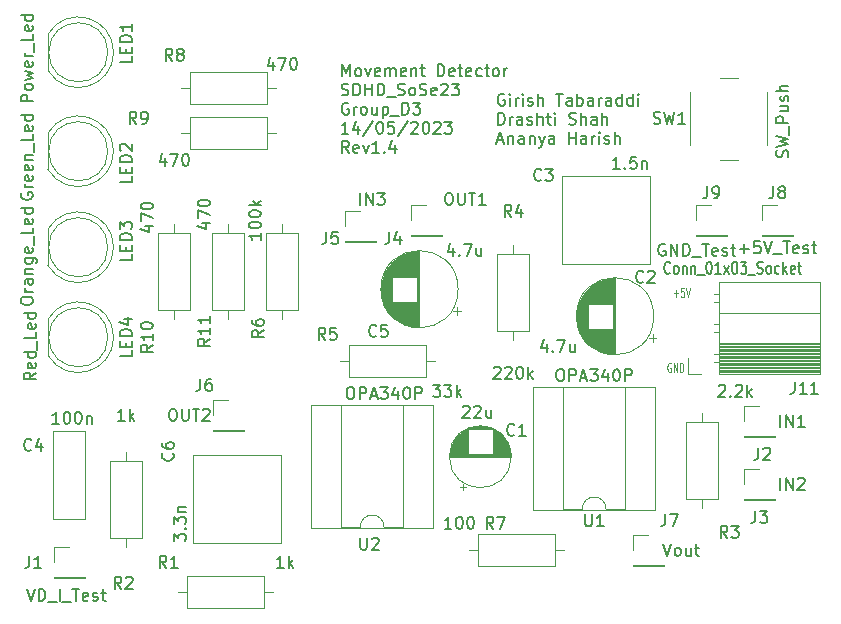
<source format=gbr>
%TF.GenerationSoftware,KiCad,Pcbnew,7.0.1*%
%TF.CreationDate,2023-05-13T15:10:29+02:00*%
%TF.ProjectId,Lab1_SDHD,4c616231-5f53-4444-9844-2e6b69636164,v 1.4*%
%TF.SameCoordinates,Original*%
%TF.FileFunction,Legend,Top*%
%TF.FilePolarity,Positive*%
%FSLAX46Y46*%
G04 Gerber Fmt 4.6, Leading zero omitted, Abs format (unit mm)*
G04 Created by KiCad (PCBNEW 7.0.1) date 2023-05-13 15:10:29*
%MOMM*%
%LPD*%
G01*
G04 APERTURE LIST*
%ADD10C,0.125000*%
%ADD11C,0.200000*%
%ADD12C,0.150000*%
%ADD13C,0.120000*%
G04 APERTURE END LIST*
D10*
X155498952Y-77296190D02*
X155451333Y-77258095D01*
X155451333Y-77258095D02*
X155379904Y-77258095D01*
X155379904Y-77258095D02*
X155308476Y-77296190D01*
X155308476Y-77296190D02*
X155260857Y-77372380D01*
X155260857Y-77372380D02*
X155237047Y-77448571D01*
X155237047Y-77448571D02*
X155213238Y-77600952D01*
X155213238Y-77600952D02*
X155213238Y-77715238D01*
X155213238Y-77715238D02*
X155237047Y-77867619D01*
X155237047Y-77867619D02*
X155260857Y-77943809D01*
X155260857Y-77943809D02*
X155308476Y-78020000D01*
X155308476Y-78020000D02*
X155379904Y-78058095D01*
X155379904Y-78058095D02*
X155427523Y-78058095D01*
X155427523Y-78058095D02*
X155498952Y-78020000D01*
X155498952Y-78020000D02*
X155522761Y-77981904D01*
X155522761Y-77981904D02*
X155522761Y-77715238D01*
X155522761Y-77715238D02*
X155427523Y-77715238D01*
X155737047Y-78058095D02*
X155737047Y-77258095D01*
X155737047Y-77258095D02*
X156022761Y-78058095D01*
X156022761Y-78058095D02*
X156022761Y-77258095D01*
X156260857Y-78058095D02*
X156260857Y-77258095D01*
X156260857Y-77258095D02*
X156379905Y-77258095D01*
X156379905Y-77258095D02*
X156451333Y-77296190D01*
X156451333Y-77296190D02*
X156498952Y-77372380D01*
X156498952Y-77372380D02*
X156522762Y-77448571D01*
X156522762Y-77448571D02*
X156546571Y-77600952D01*
X156546571Y-77600952D02*
X156546571Y-77715238D01*
X156546571Y-77715238D02*
X156522762Y-77867619D01*
X156522762Y-77867619D02*
X156498952Y-77943809D01*
X156498952Y-77943809D02*
X156451333Y-78020000D01*
X156451333Y-78020000D02*
X156379905Y-78058095D01*
X156379905Y-78058095D02*
X156260857Y-78058095D01*
X155745047Y-71403333D02*
X156126000Y-71403333D01*
X155935523Y-71708095D02*
X155935523Y-71098571D01*
X156602190Y-70908095D02*
X156364095Y-70908095D01*
X156364095Y-70908095D02*
X156340286Y-71289047D01*
X156340286Y-71289047D02*
X156364095Y-71250952D01*
X156364095Y-71250952D02*
X156411714Y-71212857D01*
X156411714Y-71212857D02*
X156530762Y-71212857D01*
X156530762Y-71212857D02*
X156578381Y-71250952D01*
X156578381Y-71250952D02*
X156602190Y-71289047D01*
X156602190Y-71289047D02*
X156626000Y-71365238D01*
X156626000Y-71365238D02*
X156626000Y-71555714D01*
X156626000Y-71555714D02*
X156602190Y-71631904D01*
X156602190Y-71631904D02*
X156578381Y-71670000D01*
X156578381Y-71670000D02*
X156530762Y-71708095D01*
X156530762Y-71708095D02*
X156411714Y-71708095D01*
X156411714Y-71708095D02*
X156364095Y-71670000D01*
X156364095Y-71670000D02*
X156340286Y-71631904D01*
X156768857Y-70908095D02*
X156935523Y-71708095D01*
X156935523Y-71708095D02*
X157102190Y-70908095D01*
D11*
X127670095Y-53011619D02*
X127670095Y-52011619D01*
X127670095Y-52011619D02*
X128003428Y-52725904D01*
X128003428Y-52725904D02*
X128336761Y-52011619D01*
X128336761Y-52011619D02*
X128336761Y-53011619D01*
X128955809Y-53011619D02*
X128860571Y-52964000D01*
X128860571Y-52964000D02*
X128812952Y-52916380D01*
X128812952Y-52916380D02*
X128765333Y-52821142D01*
X128765333Y-52821142D02*
X128765333Y-52535428D01*
X128765333Y-52535428D02*
X128812952Y-52440190D01*
X128812952Y-52440190D02*
X128860571Y-52392571D01*
X128860571Y-52392571D02*
X128955809Y-52344952D01*
X128955809Y-52344952D02*
X129098666Y-52344952D01*
X129098666Y-52344952D02*
X129193904Y-52392571D01*
X129193904Y-52392571D02*
X129241523Y-52440190D01*
X129241523Y-52440190D02*
X129289142Y-52535428D01*
X129289142Y-52535428D02*
X129289142Y-52821142D01*
X129289142Y-52821142D02*
X129241523Y-52916380D01*
X129241523Y-52916380D02*
X129193904Y-52964000D01*
X129193904Y-52964000D02*
X129098666Y-53011619D01*
X129098666Y-53011619D02*
X128955809Y-53011619D01*
X129622476Y-52344952D02*
X129860571Y-53011619D01*
X129860571Y-53011619D02*
X130098666Y-52344952D01*
X130860571Y-52964000D02*
X130765333Y-53011619D01*
X130765333Y-53011619D02*
X130574857Y-53011619D01*
X130574857Y-53011619D02*
X130479619Y-52964000D01*
X130479619Y-52964000D02*
X130432000Y-52868761D01*
X130432000Y-52868761D02*
X130432000Y-52487809D01*
X130432000Y-52487809D02*
X130479619Y-52392571D01*
X130479619Y-52392571D02*
X130574857Y-52344952D01*
X130574857Y-52344952D02*
X130765333Y-52344952D01*
X130765333Y-52344952D02*
X130860571Y-52392571D01*
X130860571Y-52392571D02*
X130908190Y-52487809D01*
X130908190Y-52487809D02*
X130908190Y-52583047D01*
X130908190Y-52583047D02*
X130432000Y-52678285D01*
X131336762Y-53011619D02*
X131336762Y-52344952D01*
X131336762Y-52440190D02*
X131384381Y-52392571D01*
X131384381Y-52392571D02*
X131479619Y-52344952D01*
X131479619Y-52344952D02*
X131622476Y-52344952D01*
X131622476Y-52344952D02*
X131717714Y-52392571D01*
X131717714Y-52392571D02*
X131765333Y-52487809D01*
X131765333Y-52487809D02*
X131765333Y-53011619D01*
X131765333Y-52487809D02*
X131812952Y-52392571D01*
X131812952Y-52392571D02*
X131908190Y-52344952D01*
X131908190Y-52344952D02*
X132051047Y-52344952D01*
X132051047Y-52344952D02*
X132146286Y-52392571D01*
X132146286Y-52392571D02*
X132193905Y-52487809D01*
X132193905Y-52487809D02*
X132193905Y-53011619D01*
X133051047Y-52964000D02*
X132955809Y-53011619D01*
X132955809Y-53011619D02*
X132765333Y-53011619D01*
X132765333Y-53011619D02*
X132670095Y-52964000D01*
X132670095Y-52964000D02*
X132622476Y-52868761D01*
X132622476Y-52868761D02*
X132622476Y-52487809D01*
X132622476Y-52487809D02*
X132670095Y-52392571D01*
X132670095Y-52392571D02*
X132765333Y-52344952D01*
X132765333Y-52344952D02*
X132955809Y-52344952D01*
X132955809Y-52344952D02*
X133051047Y-52392571D01*
X133051047Y-52392571D02*
X133098666Y-52487809D01*
X133098666Y-52487809D02*
X133098666Y-52583047D01*
X133098666Y-52583047D02*
X132622476Y-52678285D01*
X133527238Y-52344952D02*
X133527238Y-53011619D01*
X133527238Y-52440190D02*
X133574857Y-52392571D01*
X133574857Y-52392571D02*
X133670095Y-52344952D01*
X133670095Y-52344952D02*
X133812952Y-52344952D01*
X133812952Y-52344952D02*
X133908190Y-52392571D01*
X133908190Y-52392571D02*
X133955809Y-52487809D01*
X133955809Y-52487809D02*
X133955809Y-53011619D01*
X134289143Y-52344952D02*
X134670095Y-52344952D01*
X134432000Y-52011619D02*
X134432000Y-52868761D01*
X134432000Y-52868761D02*
X134479619Y-52964000D01*
X134479619Y-52964000D02*
X134574857Y-53011619D01*
X134574857Y-53011619D02*
X134670095Y-53011619D01*
X135765334Y-53011619D02*
X135765334Y-52011619D01*
X135765334Y-52011619D02*
X136003429Y-52011619D01*
X136003429Y-52011619D02*
X136146286Y-52059238D01*
X136146286Y-52059238D02*
X136241524Y-52154476D01*
X136241524Y-52154476D02*
X136289143Y-52249714D01*
X136289143Y-52249714D02*
X136336762Y-52440190D01*
X136336762Y-52440190D02*
X136336762Y-52583047D01*
X136336762Y-52583047D02*
X136289143Y-52773523D01*
X136289143Y-52773523D02*
X136241524Y-52868761D01*
X136241524Y-52868761D02*
X136146286Y-52964000D01*
X136146286Y-52964000D02*
X136003429Y-53011619D01*
X136003429Y-53011619D02*
X135765334Y-53011619D01*
X137146286Y-52964000D02*
X137051048Y-53011619D01*
X137051048Y-53011619D02*
X136860572Y-53011619D01*
X136860572Y-53011619D02*
X136765334Y-52964000D01*
X136765334Y-52964000D02*
X136717715Y-52868761D01*
X136717715Y-52868761D02*
X136717715Y-52487809D01*
X136717715Y-52487809D02*
X136765334Y-52392571D01*
X136765334Y-52392571D02*
X136860572Y-52344952D01*
X136860572Y-52344952D02*
X137051048Y-52344952D01*
X137051048Y-52344952D02*
X137146286Y-52392571D01*
X137146286Y-52392571D02*
X137193905Y-52487809D01*
X137193905Y-52487809D02*
X137193905Y-52583047D01*
X137193905Y-52583047D02*
X136717715Y-52678285D01*
X137479620Y-52344952D02*
X137860572Y-52344952D01*
X137622477Y-52011619D02*
X137622477Y-52868761D01*
X137622477Y-52868761D02*
X137670096Y-52964000D01*
X137670096Y-52964000D02*
X137765334Y-53011619D01*
X137765334Y-53011619D02*
X137860572Y-53011619D01*
X138574858Y-52964000D02*
X138479620Y-53011619D01*
X138479620Y-53011619D02*
X138289144Y-53011619D01*
X138289144Y-53011619D02*
X138193906Y-52964000D01*
X138193906Y-52964000D02*
X138146287Y-52868761D01*
X138146287Y-52868761D02*
X138146287Y-52487809D01*
X138146287Y-52487809D02*
X138193906Y-52392571D01*
X138193906Y-52392571D02*
X138289144Y-52344952D01*
X138289144Y-52344952D02*
X138479620Y-52344952D01*
X138479620Y-52344952D02*
X138574858Y-52392571D01*
X138574858Y-52392571D02*
X138622477Y-52487809D01*
X138622477Y-52487809D02*
X138622477Y-52583047D01*
X138622477Y-52583047D02*
X138146287Y-52678285D01*
X139479620Y-52964000D02*
X139384382Y-53011619D01*
X139384382Y-53011619D02*
X139193906Y-53011619D01*
X139193906Y-53011619D02*
X139098668Y-52964000D01*
X139098668Y-52964000D02*
X139051049Y-52916380D01*
X139051049Y-52916380D02*
X139003430Y-52821142D01*
X139003430Y-52821142D02*
X139003430Y-52535428D01*
X139003430Y-52535428D02*
X139051049Y-52440190D01*
X139051049Y-52440190D02*
X139098668Y-52392571D01*
X139098668Y-52392571D02*
X139193906Y-52344952D01*
X139193906Y-52344952D02*
X139384382Y-52344952D01*
X139384382Y-52344952D02*
X139479620Y-52392571D01*
X139765335Y-52344952D02*
X140146287Y-52344952D01*
X139908192Y-52011619D02*
X139908192Y-52868761D01*
X139908192Y-52868761D02*
X139955811Y-52964000D01*
X139955811Y-52964000D02*
X140051049Y-53011619D01*
X140051049Y-53011619D02*
X140146287Y-53011619D01*
X140622478Y-53011619D02*
X140527240Y-52964000D01*
X140527240Y-52964000D02*
X140479621Y-52916380D01*
X140479621Y-52916380D02*
X140432002Y-52821142D01*
X140432002Y-52821142D02*
X140432002Y-52535428D01*
X140432002Y-52535428D02*
X140479621Y-52440190D01*
X140479621Y-52440190D02*
X140527240Y-52392571D01*
X140527240Y-52392571D02*
X140622478Y-52344952D01*
X140622478Y-52344952D02*
X140765335Y-52344952D01*
X140765335Y-52344952D02*
X140860573Y-52392571D01*
X140860573Y-52392571D02*
X140908192Y-52440190D01*
X140908192Y-52440190D02*
X140955811Y-52535428D01*
X140955811Y-52535428D02*
X140955811Y-52821142D01*
X140955811Y-52821142D02*
X140908192Y-52916380D01*
X140908192Y-52916380D02*
X140860573Y-52964000D01*
X140860573Y-52964000D02*
X140765335Y-53011619D01*
X140765335Y-53011619D02*
X140622478Y-53011619D01*
X141384383Y-53011619D02*
X141384383Y-52344952D01*
X141384383Y-52535428D02*
X141432002Y-52440190D01*
X141432002Y-52440190D02*
X141479621Y-52392571D01*
X141479621Y-52392571D02*
X141574859Y-52344952D01*
X141574859Y-52344952D02*
X141670097Y-52344952D01*
X127622476Y-54584000D02*
X127765333Y-54631619D01*
X127765333Y-54631619D02*
X128003428Y-54631619D01*
X128003428Y-54631619D02*
X128098666Y-54584000D01*
X128098666Y-54584000D02*
X128146285Y-54536380D01*
X128146285Y-54536380D02*
X128193904Y-54441142D01*
X128193904Y-54441142D02*
X128193904Y-54345904D01*
X128193904Y-54345904D02*
X128146285Y-54250666D01*
X128146285Y-54250666D02*
X128098666Y-54203047D01*
X128098666Y-54203047D02*
X128003428Y-54155428D01*
X128003428Y-54155428D02*
X127812952Y-54107809D01*
X127812952Y-54107809D02*
X127717714Y-54060190D01*
X127717714Y-54060190D02*
X127670095Y-54012571D01*
X127670095Y-54012571D02*
X127622476Y-53917333D01*
X127622476Y-53917333D02*
X127622476Y-53822095D01*
X127622476Y-53822095D02*
X127670095Y-53726857D01*
X127670095Y-53726857D02*
X127717714Y-53679238D01*
X127717714Y-53679238D02*
X127812952Y-53631619D01*
X127812952Y-53631619D02*
X128051047Y-53631619D01*
X128051047Y-53631619D02*
X128193904Y-53679238D01*
X128622476Y-54631619D02*
X128622476Y-53631619D01*
X128622476Y-53631619D02*
X128860571Y-53631619D01*
X128860571Y-53631619D02*
X129003428Y-53679238D01*
X129003428Y-53679238D02*
X129098666Y-53774476D01*
X129098666Y-53774476D02*
X129146285Y-53869714D01*
X129146285Y-53869714D02*
X129193904Y-54060190D01*
X129193904Y-54060190D02*
X129193904Y-54203047D01*
X129193904Y-54203047D02*
X129146285Y-54393523D01*
X129146285Y-54393523D02*
X129098666Y-54488761D01*
X129098666Y-54488761D02*
X129003428Y-54584000D01*
X129003428Y-54584000D02*
X128860571Y-54631619D01*
X128860571Y-54631619D02*
X128622476Y-54631619D01*
X129622476Y-54631619D02*
X129622476Y-53631619D01*
X129622476Y-54107809D02*
X130193904Y-54107809D01*
X130193904Y-54631619D02*
X130193904Y-53631619D01*
X130670095Y-54631619D02*
X130670095Y-53631619D01*
X130670095Y-53631619D02*
X130908190Y-53631619D01*
X130908190Y-53631619D02*
X131051047Y-53679238D01*
X131051047Y-53679238D02*
X131146285Y-53774476D01*
X131146285Y-53774476D02*
X131193904Y-53869714D01*
X131193904Y-53869714D02*
X131241523Y-54060190D01*
X131241523Y-54060190D02*
X131241523Y-54203047D01*
X131241523Y-54203047D02*
X131193904Y-54393523D01*
X131193904Y-54393523D02*
X131146285Y-54488761D01*
X131146285Y-54488761D02*
X131051047Y-54584000D01*
X131051047Y-54584000D02*
X130908190Y-54631619D01*
X130908190Y-54631619D02*
X130670095Y-54631619D01*
X131432000Y-54726857D02*
X132193904Y-54726857D01*
X132384381Y-54584000D02*
X132527238Y-54631619D01*
X132527238Y-54631619D02*
X132765333Y-54631619D01*
X132765333Y-54631619D02*
X132860571Y-54584000D01*
X132860571Y-54584000D02*
X132908190Y-54536380D01*
X132908190Y-54536380D02*
X132955809Y-54441142D01*
X132955809Y-54441142D02*
X132955809Y-54345904D01*
X132955809Y-54345904D02*
X132908190Y-54250666D01*
X132908190Y-54250666D02*
X132860571Y-54203047D01*
X132860571Y-54203047D02*
X132765333Y-54155428D01*
X132765333Y-54155428D02*
X132574857Y-54107809D01*
X132574857Y-54107809D02*
X132479619Y-54060190D01*
X132479619Y-54060190D02*
X132432000Y-54012571D01*
X132432000Y-54012571D02*
X132384381Y-53917333D01*
X132384381Y-53917333D02*
X132384381Y-53822095D01*
X132384381Y-53822095D02*
X132432000Y-53726857D01*
X132432000Y-53726857D02*
X132479619Y-53679238D01*
X132479619Y-53679238D02*
X132574857Y-53631619D01*
X132574857Y-53631619D02*
X132812952Y-53631619D01*
X132812952Y-53631619D02*
X132955809Y-53679238D01*
X133527238Y-54631619D02*
X133432000Y-54584000D01*
X133432000Y-54584000D02*
X133384381Y-54536380D01*
X133384381Y-54536380D02*
X133336762Y-54441142D01*
X133336762Y-54441142D02*
X133336762Y-54155428D01*
X133336762Y-54155428D02*
X133384381Y-54060190D01*
X133384381Y-54060190D02*
X133432000Y-54012571D01*
X133432000Y-54012571D02*
X133527238Y-53964952D01*
X133527238Y-53964952D02*
X133670095Y-53964952D01*
X133670095Y-53964952D02*
X133765333Y-54012571D01*
X133765333Y-54012571D02*
X133812952Y-54060190D01*
X133812952Y-54060190D02*
X133860571Y-54155428D01*
X133860571Y-54155428D02*
X133860571Y-54441142D01*
X133860571Y-54441142D02*
X133812952Y-54536380D01*
X133812952Y-54536380D02*
X133765333Y-54584000D01*
X133765333Y-54584000D02*
X133670095Y-54631619D01*
X133670095Y-54631619D02*
X133527238Y-54631619D01*
X134241524Y-54584000D02*
X134384381Y-54631619D01*
X134384381Y-54631619D02*
X134622476Y-54631619D01*
X134622476Y-54631619D02*
X134717714Y-54584000D01*
X134717714Y-54584000D02*
X134765333Y-54536380D01*
X134765333Y-54536380D02*
X134812952Y-54441142D01*
X134812952Y-54441142D02*
X134812952Y-54345904D01*
X134812952Y-54345904D02*
X134765333Y-54250666D01*
X134765333Y-54250666D02*
X134717714Y-54203047D01*
X134717714Y-54203047D02*
X134622476Y-54155428D01*
X134622476Y-54155428D02*
X134432000Y-54107809D01*
X134432000Y-54107809D02*
X134336762Y-54060190D01*
X134336762Y-54060190D02*
X134289143Y-54012571D01*
X134289143Y-54012571D02*
X134241524Y-53917333D01*
X134241524Y-53917333D02*
X134241524Y-53822095D01*
X134241524Y-53822095D02*
X134289143Y-53726857D01*
X134289143Y-53726857D02*
X134336762Y-53679238D01*
X134336762Y-53679238D02*
X134432000Y-53631619D01*
X134432000Y-53631619D02*
X134670095Y-53631619D01*
X134670095Y-53631619D02*
X134812952Y-53679238D01*
X135622476Y-54584000D02*
X135527238Y-54631619D01*
X135527238Y-54631619D02*
X135336762Y-54631619D01*
X135336762Y-54631619D02*
X135241524Y-54584000D01*
X135241524Y-54584000D02*
X135193905Y-54488761D01*
X135193905Y-54488761D02*
X135193905Y-54107809D01*
X135193905Y-54107809D02*
X135241524Y-54012571D01*
X135241524Y-54012571D02*
X135336762Y-53964952D01*
X135336762Y-53964952D02*
X135527238Y-53964952D01*
X135527238Y-53964952D02*
X135622476Y-54012571D01*
X135622476Y-54012571D02*
X135670095Y-54107809D01*
X135670095Y-54107809D02*
X135670095Y-54203047D01*
X135670095Y-54203047D02*
X135193905Y-54298285D01*
X136051048Y-53726857D02*
X136098667Y-53679238D01*
X136098667Y-53679238D02*
X136193905Y-53631619D01*
X136193905Y-53631619D02*
X136432000Y-53631619D01*
X136432000Y-53631619D02*
X136527238Y-53679238D01*
X136527238Y-53679238D02*
X136574857Y-53726857D01*
X136574857Y-53726857D02*
X136622476Y-53822095D01*
X136622476Y-53822095D02*
X136622476Y-53917333D01*
X136622476Y-53917333D02*
X136574857Y-54060190D01*
X136574857Y-54060190D02*
X136003429Y-54631619D01*
X136003429Y-54631619D02*
X136622476Y-54631619D01*
X136955810Y-53631619D02*
X137574857Y-53631619D01*
X137574857Y-53631619D02*
X137241524Y-54012571D01*
X137241524Y-54012571D02*
X137384381Y-54012571D01*
X137384381Y-54012571D02*
X137479619Y-54060190D01*
X137479619Y-54060190D02*
X137527238Y-54107809D01*
X137527238Y-54107809D02*
X137574857Y-54203047D01*
X137574857Y-54203047D02*
X137574857Y-54441142D01*
X137574857Y-54441142D02*
X137527238Y-54536380D01*
X137527238Y-54536380D02*
X137479619Y-54584000D01*
X137479619Y-54584000D02*
X137384381Y-54631619D01*
X137384381Y-54631619D02*
X137098667Y-54631619D01*
X137098667Y-54631619D02*
X137003429Y-54584000D01*
X137003429Y-54584000D02*
X136955810Y-54536380D01*
X128193904Y-55299238D02*
X128098666Y-55251619D01*
X128098666Y-55251619D02*
X127955809Y-55251619D01*
X127955809Y-55251619D02*
X127812952Y-55299238D01*
X127812952Y-55299238D02*
X127717714Y-55394476D01*
X127717714Y-55394476D02*
X127670095Y-55489714D01*
X127670095Y-55489714D02*
X127622476Y-55680190D01*
X127622476Y-55680190D02*
X127622476Y-55823047D01*
X127622476Y-55823047D02*
X127670095Y-56013523D01*
X127670095Y-56013523D02*
X127717714Y-56108761D01*
X127717714Y-56108761D02*
X127812952Y-56204000D01*
X127812952Y-56204000D02*
X127955809Y-56251619D01*
X127955809Y-56251619D02*
X128051047Y-56251619D01*
X128051047Y-56251619D02*
X128193904Y-56204000D01*
X128193904Y-56204000D02*
X128241523Y-56156380D01*
X128241523Y-56156380D02*
X128241523Y-55823047D01*
X128241523Y-55823047D02*
X128051047Y-55823047D01*
X128670095Y-56251619D02*
X128670095Y-55584952D01*
X128670095Y-55775428D02*
X128717714Y-55680190D01*
X128717714Y-55680190D02*
X128765333Y-55632571D01*
X128765333Y-55632571D02*
X128860571Y-55584952D01*
X128860571Y-55584952D02*
X128955809Y-55584952D01*
X129432000Y-56251619D02*
X129336762Y-56204000D01*
X129336762Y-56204000D02*
X129289143Y-56156380D01*
X129289143Y-56156380D02*
X129241524Y-56061142D01*
X129241524Y-56061142D02*
X129241524Y-55775428D01*
X129241524Y-55775428D02*
X129289143Y-55680190D01*
X129289143Y-55680190D02*
X129336762Y-55632571D01*
X129336762Y-55632571D02*
X129432000Y-55584952D01*
X129432000Y-55584952D02*
X129574857Y-55584952D01*
X129574857Y-55584952D02*
X129670095Y-55632571D01*
X129670095Y-55632571D02*
X129717714Y-55680190D01*
X129717714Y-55680190D02*
X129765333Y-55775428D01*
X129765333Y-55775428D02*
X129765333Y-56061142D01*
X129765333Y-56061142D02*
X129717714Y-56156380D01*
X129717714Y-56156380D02*
X129670095Y-56204000D01*
X129670095Y-56204000D02*
X129574857Y-56251619D01*
X129574857Y-56251619D02*
X129432000Y-56251619D01*
X130622476Y-55584952D02*
X130622476Y-56251619D01*
X130193905Y-55584952D02*
X130193905Y-56108761D01*
X130193905Y-56108761D02*
X130241524Y-56204000D01*
X130241524Y-56204000D02*
X130336762Y-56251619D01*
X130336762Y-56251619D02*
X130479619Y-56251619D01*
X130479619Y-56251619D02*
X130574857Y-56204000D01*
X130574857Y-56204000D02*
X130622476Y-56156380D01*
X131098667Y-55584952D02*
X131098667Y-56584952D01*
X131098667Y-55632571D02*
X131193905Y-55584952D01*
X131193905Y-55584952D02*
X131384381Y-55584952D01*
X131384381Y-55584952D02*
X131479619Y-55632571D01*
X131479619Y-55632571D02*
X131527238Y-55680190D01*
X131527238Y-55680190D02*
X131574857Y-55775428D01*
X131574857Y-55775428D02*
X131574857Y-56061142D01*
X131574857Y-56061142D02*
X131527238Y-56156380D01*
X131527238Y-56156380D02*
X131479619Y-56204000D01*
X131479619Y-56204000D02*
X131384381Y-56251619D01*
X131384381Y-56251619D02*
X131193905Y-56251619D01*
X131193905Y-56251619D02*
X131098667Y-56204000D01*
X131765334Y-56346857D02*
X132527238Y-56346857D01*
X132765334Y-56251619D02*
X132765334Y-55251619D01*
X132765334Y-55251619D02*
X133003429Y-55251619D01*
X133003429Y-55251619D02*
X133146286Y-55299238D01*
X133146286Y-55299238D02*
X133241524Y-55394476D01*
X133241524Y-55394476D02*
X133289143Y-55489714D01*
X133289143Y-55489714D02*
X133336762Y-55680190D01*
X133336762Y-55680190D02*
X133336762Y-55823047D01*
X133336762Y-55823047D02*
X133289143Y-56013523D01*
X133289143Y-56013523D02*
X133241524Y-56108761D01*
X133241524Y-56108761D02*
X133146286Y-56204000D01*
X133146286Y-56204000D02*
X133003429Y-56251619D01*
X133003429Y-56251619D02*
X132765334Y-56251619D01*
X133670096Y-55251619D02*
X134289143Y-55251619D01*
X134289143Y-55251619D02*
X133955810Y-55632571D01*
X133955810Y-55632571D02*
X134098667Y-55632571D01*
X134098667Y-55632571D02*
X134193905Y-55680190D01*
X134193905Y-55680190D02*
X134241524Y-55727809D01*
X134241524Y-55727809D02*
X134289143Y-55823047D01*
X134289143Y-55823047D02*
X134289143Y-56061142D01*
X134289143Y-56061142D02*
X134241524Y-56156380D01*
X134241524Y-56156380D02*
X134193905Y-56204000D01*
X134193905Y-56204000D02*
X134098667Y-56251619D01*
X134098667Y-56251619D02*
X133812953Y-56251619D01*
X133812953Y-56251619D02*
X133717715Y-56204000D01*
X133717715Y-56204000D02*
X133670096Y-56156380D01*
X128193904Y-57871619D02*
X127622476Y-57871619D01*
X127908190Y-57871619D02*
X127908190Y-56871619D01*
X127908190Y-56871619D02*
X127812952Y-57014476D01*
X127812952Y-57014476D02*
X127717714Y-57109714D01*
X127717714Y-57109714D02*
X127622476Y-57157333D01*
X129051047Y-57204952D02*
X129051047Y-57871619D01*
X128812952Y-56824000D02*
X128574857Y-57538285D01*
X128574857Y-57538285D02*
X129193904Y-57538285D01*
X130289142Y-56824000D02*
X129432000Y-58109714D01*
X130812952Y-56871619D02*
X130908190Y-56871619D01*
X130908190Y-56871619D02*
X131003428Y-56919238D01*
X131003428Y-56919238D02*
X131051047Y-56966857D01*
X131051047Y-56966857D02*
X131098666Y-57062095D01*
X131098666Y-57062095D02*
X131146285Y-57252571D01*
X131146285Y-57252571D02*
X131146285Y-57490666D01*
X131146285Y-57490666D02*
X131098666Y-57681142D01*
X131098666Y-57681142D02*
X131051047Y-57776380D01*
X131051047Y-57776380D02*
X131003428Y-57824000D01*
X131003428Y-57824000D02*
X130908190Y-57871619D01*
X130908190Y-57871619D02*
X130812952Y-57871619D01*
X130812952Y-57871619D02*
X130717714Y-57824000D01*
X130717714Y-57824000D02*
X130670095Y-57776380D01*
X130670095Y-57776380D02*
X130622476Y-57681142D01*
X130622476Y-57681142D02*
X130574857Y-57490666D01*
X130574857Y-57490666D02*
X130574857Y-57252571D01*
X130574857Y-57252571D02*
X130622476Y-57062095D01*
X130622476Y-57062095D02*
X130670095Y-56966857D01*
X130670095Y-56966857D02*
X130717714Y-56919238D01*
X130717714Y-56919238D02*
X130812952Y-56871619D01*
X132051047Y-56871619D02*
X131574857Y-56871619D01*
X131574857Y-56871619D02*
X131527238Y-57347809D01*
X131527238Y-57347809D02*
X131574857Y-57300190D01*
X131574857Y-57300190D02*
X131670095Y-57252571D01*
X131670095Y-57252571D02*
X131908190Y-57252571D01*
X131908190Y-57252571D02*
X132003428Y-57300190D01*
X132003428Y-57300190D02*
X132051047Y-57347809D01*
X132051047Y-57347809D02*
X132098666Y-57443047D01*
X132098666Y-57443047D02*
X132098666Y-57681142D01*
X132098666Y-57681142D02*
X132051047Y-57776380D01*
X132051047Y-57776380D02*
X132003428Y-57824000D01*
X132003428Y-57824000D02*
X131908190Y-57871619D01*
X131908190Y-57871619D02*
X131670095Y-57871619D01*
X131670095Y-57871619D02*
X131574857Y-57824000D01*
X131574857Y-57824000D02*
X131527238Y-57776380D01*
X133241523Y-56824000D02*
X132384381Y-58109714D01*
X133527238Y-56966857D02*
X133574857Y-56919238D01*
X133574857Y-56919238D02*
X133670095Y-56871619D01*
X133670095Y-56871619D02*
X133908190Y-56871619D01*
X133908190Y-56871619D02*
X134003428Y-56919238D01*
X134003428Y-56919238D02*
X134051047Y-56966857D01*
X134051047Y-56966857D02*
X134098666Y-57062095D01*
X134098666Y-57062095D02*
X134098666Y-57157333D01*
X134098666Y-57157333D02*
X134051047Y-57300190D01*
X134051047Y-57300190D02*
X133479619Y-57871619D01*
X133479619Y-57871619D02*
X134098666Y-57871619D01*
X134717714Y-56871619D02*
X134812952Y-56871619D01*
X134812952Y-56871619D02*
X134908190Y-56919238D01*
X134908190Y-56919238D02*
X134955809Y-56966857D01*
X134955809Y-56966857D02*
X135003428Y-57062095D01*
X135003428Y-57062095D02*
X135051047Y-57252571D01*
X135051047Y-57252571D02*
X135051047Y-57490666D01*
X135051047Y-57490666D02*
X135003428Y-57681142D01*
X135003428Y-57681142D02*
X134955809Y-57776380D01*
X134955809Y-57776380D02*
X134908190Y-57824000D01*
X134908190Y-57824000D02*
X134812952Y-57871619D01*
X134812952Y-57871619D02*
X134717714Y-57871619D01*
X134717714Y-57871619D02*
X134622476Y-57824000D01*
X134622476Y-57824000D02*
X134574857Y-57776380D01*
X134574857Y-57776380D02*
X134527238Y-57681142D01*
X134527238Y-57681142D02*
X134479619Y-57490666D01*
X134479619Y-57490666D02*
X134479619Y-57252571D01*
X134479619Y-57252571D02*
X134527238Y-57062095D01*
X134527238Y-57062095D02*
X134574857Y-56966857D01*
X134574857Y-56966857D02*
X134622476Y-56919238D01*
X134622476Y-56919238D02*
X134717714Y-56871619D01*
X135432000Y-56966857D02*
X135479619Y-56919238D01*
X135479619Y-56919238D02*
X135574857Y-56871619D01*
X135574857Y-56871619D02*
X135812952Y-56871619D01*
X135812952Y-56871619D02*
X135908190Y-56919238D01*
X135908190Y-56919238D02*
X135955809Y-56966857D01*
X135955809Y-56966857D02*
X136003428Y-57062095D01*
X136003428Y-57062095D02*
X136003428Y-57157333D01*
X136003428Y-57157333D02*
X135955809Y-57300190D01*
X135955809Y-57300190D02*
X135384381Y-57871619D01*
X135384381Y-57871619D02*
X136003428Y-57871619D01*
X136336762Y-56871619D02*
X136955809Y-56871619D01*
X136955809Y-56871619D02*
X136622476Y-57252571D01*
X136622476Y-57252571D02*
X136765333Y-57252571D01*
X136765333Y-57252571D02*
X136860571Y-57300190D01*
X136860571Y-57300190D02*
X136908190Y-57347809D01*
X136908190Y-57347809D02*
X136955809Y-57443047D01*
X136955809Y-57443047D02*
X136955809Y-57681142D01*
X136955809Y-57681142D02*
X136908190Y-57776380D01*
X136908190Y-57776380D02*
X136860571Y-57824000D01*
X136860571Y-57824000D02*
X136765333Y-57871619D01*
X136765333Y-57871619D02*
X136479619Y-57871619D01*
X136479619Y-57871619D02*
X136384381Y-57824000D01*
X136384381Y-57824000D02*
X136336762Y-57776380D01*
X128241523Y-59491619D02*
X127908190Y-59015428D01*
X127670095Y-59491619D02*
X127670095Y-58491619D01*
X127670095Y-58491619D02*
X128051047Y-58491619D01*
X128051047Y-58491619D02*
X128146285Y-58539238D01*
X128146285Y-58539238D02*
X128193904Y-58586857D01*
X128193904Y-58586857D02*
X128241523Y-58682095D01*
X128241523Y-58682095D02*
X128241523Y-58824952D01*
X128241523Y-58824952D02*
X128193904Y-58920190D01*
X128193904Y-58920190D02*
X128146285Y-58967809D01*
X128146285Y-58967809D02*
X128051047Y-59015428D01*
X128051047Y-59015428D02*
X127670095Y-59015428D01*
X129051047Y-59444000D02*
X128955809Y-59491619D01*
X128955809Y-59491619D02*
X128765333Y-59491619D01*
X128765333Y-59491619D02*
X128670095Y-59444000D01*
X128670095Y-59444000D02*
X128622476Y-59348761D01*
X128622476Y-59348761D02*
X128622476Y-58967809D01*
X128622476Y-58967809D02*
X128670095Y-58872571D01*
X128670095Y-58872571D02*
X128765333Y-58824952D01*
X128765333Y-58824952D02*
X128955809Y-58824952D01*
X128955809Y-58824952D02*
X129051047Y-58872571D01*
X129051047Y-58872571D02*
X129098666Y-58967809D01*
X129098666Y-58967809D02*
X129098666Y-59063047D01*
X129098666Y-59063047D02*
X128622476Y-59158285D01*
X129432000Y-58824952D02*
X129670095Y-59491619D01*
X129670095Y-59491619D02*
X129908190Y-58824952D01*
X130812952Y-59491619D02*
X130241524Y-59491619D01*
X130527238Y-59491619D02*
X130527238Y-58491619D01*
X130527238Y-58491619D02*
X130432000Y-58634476D01*
X130432000Y-58634476D02*
X130336762Y-58729714D01*
X130336762Y-58729714D02*
X130241524Y-58777333D01*
X131241524Y-59396380D02*
X131289143Y-59444000D01*
X131289143Y-59444000D02*
X131241524Y-59491619D01*
X131241524Y-59491619D02*
X131193905Y-59444000D01*
X131193905Y-59444000D02*
X131241524Y-59396380D01*
X131241524Y-59396380D02*
X131241524Y-59491619D01*
X132146285Y-58824952D02*
X132146285Y-59491619D01*
X131908190Y-58444000D02*
X131670095Y-59158285D01*
X131670095Y-59158285D02*
X132289142Y-59158285D01*
X141401904Y-54537238D02*
X141306666Y-54489619D01*
X141306666Y-54489619D02*
X141163809Y-54489619D01*
X141163809Y-54489619D02*
X141020952Y-54537238D01*
X141020952Y-54537238D02*
X140925714Y-54632476D01*
X140925714Y-54632476D02*
X140878095Y-54727714D01*
X140878095Y-54727714D02*
X140830476Y-54918190D01*
X140830476Y-54918190D02*
X140830476Y-55061047D01*
X140830476Y-55061047D02*
X140878095Y-55251523D01*
X140878095Y-55251523D02*
X140925714Y-55346761D01*
X140925714Y-55346761D02*
X141020952Y-55442000D01*
X141020952Y-55442000D02*
X141163809Y-55489619D01*
X141163809Y-55489619D02*
X141259047Y-55489619D01*
X141259047Y-55489619D02*
X141401904Y-55442000D01*
X141401904Y-55442000D02*
X141449523Y-55394380D01*
X141449523Y-55394380D02*
X141449523Y-55061047D01*
X141449523Y-55061047D02*
X141259047Y-55061047D01*
X141878095Y-55489619D02*
X141878095Y-54822952D01*
X141878095Y-54489619D02*
X141830476Y-54537238D01*
X141830476Y-54537238D02*
X141878095Y-54584857D01*
X141878095Y-54584857D02*
X141925714Y-54537238D01*
X141925714Y-54537238D02*
X141878095Y-54489619D01*
X141878095Y-54489619D02*
X141878095Y-54584857D01*
X142354285Y-55489619D02*
X142354285Y-54822952D01*
X142354285Y-55013428D02*
X142401904Y-54918190D01*
X142401904Y-54918190D02*
X142449523Y-54870571D01*
X142449523Y-54870571D02*
X142544761Y-54822952D01*
X142544761Y-54822952D02*
X142639999Y-54822952D01*
X142973333Y-55489619D02*
X142973333Y-54822952D01*
X142973333Y-54489619D02*
X142925714Y-54537238D01*
X142925714Y-54537238D02*
X142973333Y-54584857D01*
X142973333Y-54584857D02*
X143020952Y-54537238D01*
X143020952Y-54537238D02*
X142973333Y-54489619D01*
X142973333Y-54489619D02*
X142973333Y-54584857D01*
X143401904Y-55442000D02*
X143497142Y-55489619D01*
X143497142Y-55489619D02*
X143687618Y-55489619D01*
X143687618Y-55489619D02*
X143782856Y-55442000D01*
X143782856Y-55442000D02*
X143830475Y-55346761D01*
X143830475Y-55346761D02*
X143830475Y-55299142D01*
X143830475Y-55299142D02*
X143782856Y-55203904D01*
X143782856Y-55203904D02*
X143687618Y-55156285D01*
X143687618Y-55156285D02*
X143544761Y-55156285D01*
X143544761Y-55156285D02*
X143449523Y-55108666D01*
X143449523Y-55108666D02*
X143401904Y-55013428D01*
X143401904Y-55013428D02*
X143401904Y-54965809D01*
X143401904Y-54965809D02*
X143449523Y-54870571D01*
X143449523Y-54870571D02*
X143544761Y-54822952D01*
X143544761Y-54822952D02*
X143687618Y-54822952D01*
X143687618Y-54822952D02*
X143782856Y-54870571D01*
X144259047Y-55489619D02*
X144259047Y-54489619D01*
X144687618Y-55489619D02*
X144687618Y-54965809D01*
X144687618Y-54965809D02*
X144639999Y-54870571D01*
X144639999Y-54870571D02*
X144544761Y-54822952D01*
X144544761Y-54822952D02*
X144401904Y-54822952D01*
X144401904Y-54822952D02*
X144306666Y-54870571D01*
X144306666Y-54870571D02*
X144259047Y-54918190D01*
X145782857Y-54489619D02*
X146354285Y-54489619D01*
X146068571Y-55489619D02*
X146068571Y-54489619D01*
X147116190Y-55489619D02*
X147116190Y-54965809D01*
X147116190Y-54965809D02*
X147068571Y-54870571D01*
X147068571Y-54870571D02*
X146973333Y-54822952D01*
X146973333Y-54822952D02*
X146782857Y-54822952D01*
X146782857Y-54822952D02*
X146687619Y-54870571D01*
X147116190Y-55442000D02*
X147020952Y-55489619D01*
X147020952Y-55489619D02*
X146782857Y-55489619D01*
X146782857Y-55489619D02*
X146687619Y-55442000D01*
X146687619Y-55442000D02*
X146640000Y-55346761D01*
X146640000Y-55346761D02*
X146640000Y-55251523D01*
X146640000Y-55251523D02*
X146687619Y-55156285D01*
X146687619Y-55156285D02*
X146782857Y-55108666D01*
X146782857Y-55108666D02*
X147020952Y-55108666D01*
X147020952Y-55108666D02*
X147116190Y-55061047D01*
X147592381Y-55489619D02*
X147592381Y-54489619D01*
X147592381Y-54870571D02*
X147687619Y-54822952D01*
X147687619Y-54822952D02*
X147878095Y-54822952D01*
X147878095Y-54822952D02*
X147973333Y-54870571D01*
X147973333Y-54870571D02*
X148020952Y-54918190D01*
X148020952Y-54918190D02*
X148068571Y-55013428D01*
X148068571Y-55013428D02*
X148068571Y-55299142D01*
X148068571Y-55299142D02*
X148020952Y-55394380D01*
X148020952Y-55394380D02*
X147973333Y-55442000D01*
X147973333Y-55442000D02*
X147878095Y-55489619D01*
X147878095Y-55489619D02*
X147687619Y-55489619D01*
X147687619Y-55489619D02*
X147592381Y-55442000D01*
X148925714Y-55489619D02*
X148925714Y-54965809D01*
X148925714Y-54965809D02*
X148878095Y-54870571D01*
X148878095Y-54870571D02*
X148782857Y-54822952D01*
X148782857Y-54822952D02*
X148592381Y-54822952D01*
X148592381Y-54822952D02*
X148497143Y-54870571D01*
X148925714Y-55442000D02*
X148830476Y-55489619D01*
X148830476Y-55489619D02*
X148592381Y-55489619D01*
X148592381Y-55489619D02*
X148497143Y-55442000D01*
X148497143Y-55442000D02*
X148449524Y-55346761D01*
X148449524Y-55346761D02*
X148449524Y-55251523D01*
X148449524Y-55251523D02*
X148497143Y-55156285D01*
X148497143Y-55156285D02*
X148592381Y-55108666D01*
X148592381Y-55108666D02*
X148830476Y-55108666D01*
X148830476Y-55108666D02*
X148925714Y-55061047D01*
X149401905Y-55489619D02*
X149401905Y-54822952D01*
X149401905Y-55013428D02*
X149449524Y-54918190D01*
X149449524Y-54918190D02*
X149497143Y-54870571D01*
X149497143Y-54870571D02*
X149592381Y-54822952D01*
X149592381Y-54822952D02*
X149687619Y-54822952D01*
X150449524Y-55489619D02*
X150449524Y-54965809D01*
X150449524Y-54965809D02*
X150401905Y-54870571D01*
X150401905Y-54870571D02*
X150306667Y-54822952D01*
X150306667Y-54822952D02*
X150116191Y-54822952D01*
X150116191Y-54822952D02*
X150020953Y-54870571D01*
X150449524Y-55442000D02*
X150354286Y-55489619D01*
X150354286Y-55489619D02*
X150116191Y-55489619D01*
X150116191Y-55489619D02*
X150020953Y-55442000D01*
X150020953Y-55442000D02*
X149973334Y-55346761D01*
X149973334Y-55346761D02*
X149973334Y-55251523D01*
X149973334Y-55251523D02*
X150020953Y-55156285D01*
X150020953Y-55156285D02*
X150116191Y-55108666D01*
X150116191Y-55108666D02*
X150354286Y-55108666D01*
X150354286Y-55108666D02*
X150449524Y-55061047D01*
X151354286Y-55489619D02*
X151354286Y-54489619D01*
X151354286Y-55442000D02*
X151259048Y-55489619D01*
X151259048Y-55489619D02*
X151068572Y-55489619D01*
X151068572Y-55489619D02*
X150973334Y-55442000D01*
X150973334Y-55442000D02*
X150925715Y-55394380D01*
X150925715Y-55394380D02*
X150878096Y-55299142D01*
X150878096Y-55299142D02*
X150878096Y-55013428D01*
X150878096Y-55013428D02*
X150925715Y-54918190D01*
X150925715Y-54918190D02*
X150973334Y-54870571D01*
X150973334Y-54870571D02*
X151068572Y-54822952D01*
X151068572Y-54822952D02*
X151259048Y-54822952D01*
X151259048Y-54822952D02*
X151354286Y-54870571D01*
X152259048Y-55489619D02*
X152259048Y-54489619D01*
X152259048Y-55442000D02*
X152163810Y-55489619D01*
X152163810Y-55489619D02*
X151973334Y-55489619D01*
X151973334Y-55489619D02*
X151878096Y-55442000D01*
X151878096Y-55442000D02*
X151830477Y-55394380D01*
X151830477Y-55394380D02*
X151782858Y-55299142D01*
X151782858Y-55299142D02*
X151782858Y-55013428D01*
X151782858Y-55013428D02*
X151830477Y-54918190D01*
X151830477Y-54918190D02*
X151878096Y-54870571D01*
X151878096Y-54870571D02*
X151973334Y-54822952D01*
X151973334Y-54822952D02*
X152163810Y-54822952D01*
X152163810Y-54822952D02*
X152259048Y-54870571D01*
X152735239Y-55489619D02*
X152735239Y-54822952D01*
X152735239Y-54489619D02*
X152687620Y-54537238D01*
X152687620Y-54537238D02*
X152735239Y-54584857D01*
X152735239Y-54584857D02*
X152782858Y-54537238D01*
X152782858Y-54537238D02*
X152735239Y-54489619D01*
X152735239Y-54489619D02*
X152735239Y-54584857D01*
X140878095Y-57109619D02*
X140878095Y-56109619D01*
X140878095Y-56109619D02*
X141116190Y-56109619D01*
X141116190Y-56109619D02*
X141259047Y-56157238D01*
X141259047Y-56157238D02*
X141354285Y-56252476D01*
X141354285Y-56252476D02*
X141401904Y-56347714D01*
X141401904Y-56347714D02*
X141449523Y-56538190D01*
X141449523Y-56538190D02*
X141449523Y-56681047D01*
X141449523Y-56681047D02*
X141401904Y-56871523D01*
X141401904Y-56871523D02*
X141354285Y-56966761D01*
X141354285Y-56966761D02*
X141259047Y-57062000D01*
X141259047Y-57062000D02*
X141116190Y-57109619D01*
X141116190Y-57109619D02*
X140878095Y-57109619D01*
X141878095Y-57109619D02*
X141878095Y-56442952D01*
X141878095Y-56633428D02*
X141925714Y-56538190D01*
X141925714Y-56538190D02*
X141973333Y-56490571D01*
X141973333Y-56490571D02*
X142068571Y-56442952D01*
X142068571Y-56442952D02*
X142163809Y-56442952D01*
X142925714Y-57109619D02*
X142925714Y-56585809D01*
X142925714Y-56585809D02*
X142878095Y-56490571D01*
X142878095Y-56490571D02*
X142782857Y-56442952D01*
X142782857Y-56442952D02*
X142592381Y-56442952D01*
X142592381Y-56442952D02*
X142497143Y-56490571D01*
X142925714Y-57062000D02*
X142830476Y-57109619D01*
X142830476Y-57109619D02*
X142592381Y-57109619D01*
X142592381Y-57109619D02*
X142497143Y-57062000D01*
X142497143Y-57062000D02*
X142449524Y-56966761D01*
X142449524Y-56966761D02*
X142449524Y-56871523D01*
X142449524Y-56871523D02*
X142497143Y-56776285D01*
X142497143Y-56776285D02*
X142592381Y-56728666D01*
X142592381Y-56728666D02*
X142830476Y-56728666D01*
X142830476Y-56728666D02*
X142925714Y-56681047D01*
X143354286Y-57062000D02*
X143449524Y-57109619D01*
X143449524Y-57109619D02*
X143640000Y-57109619D01*
X143640000Y-57109619D02*
X143735238Y-57062000D01*
X143735238Y-57062000D02*
X143782857Y-56966761D01*
X143782857Y-56966761D02*
X143782857Y-56919142D01*
X143782857Y-56919142D02*
X143735238Y-56823904D01*
X143735238Y-56823904D02*
X143640000Y-56776285D01*
X143640000Y-56776285D02*
X143497143Y-56776285D01*
X143497143Y-56776285D02*
X143401905Y-56728666D01*
X143401905Y-56728666D02*
X143354286Y-56633428D01*
X143354286Y-56633428D02*
X143354286Y-56585809D01*
X143354286Y-56585809D02*
X143401905Y-56490571D01*
X143401905Y-56490571D02*
X143497143Y-56442952D01*
X143497143Y-56442952D02*
X143640000Y-56442952D01*
X143640000Y-56442952D02*
X143735238Y-56490571D01*
X144211429Y-57109619D02*
X144211429Y-56109619D01*
X144640000Y-57109619D02*
X144640000Y-56585809D01*
X144640000Y-56585809D02*
X144592381Y-56490571D01*
X144592381Y-56490571D02*
X144497143Y-56442952D01*
X144497143Y-56442952D02*
X144354286Y-56442952D01*
X144354286Y-56442952D02*
X144259048Y-56490571D01*
X144259048Y-56490571D02*
X144211429Y-56538190D01*
X144973334Y-56442952D02*
X145354286Y-56442952D01*
X145116191Y-56109619D02*
X145116191Y-56966761D01*
X145116191Y-56966761D02*
X145163810Y-57062000D01*
X145163810Y-57062000D02*
X145259048Y-57109619D01*
X145259048Y-57109619D02*
X145354286Y-57109619D01*
X145687620Y-57109619D02*
X145687620Y-56442952D01*
X145687620Y-56109619D02*
X145640001Y-56157238D01*
X145640001Y-56157238D02*
X145687620Y-56204857D01*
X145687620Y-56204857D02*
X145735239Y-56157238D01*
X145735239Y-56157238D02*
X145687620Y-56109619D01*
X145687620Y-56109619D02*
X145687620Y-56204857D01*
X146878096Y-57062000D02*
X147020953Y-57109619D01*
X147020953Y-57109619D02*
X147259048Y-57109619D01*
X147259048Y-57109619D02*
X147354286Y-57062000D01*
X147354286Y-57062000D02*
X147401905Y-57014380D01*
X147401905Y-57014380D02*
X147449524Y-56919142D01*
X147449524Y-56919142D02*
X147449524Y-56823904D01*
X147449524Y-56823904D02*
X147401905Y-56728666D01*
X147401905Y-56728666D02*
X147354286Y-56681047D01*
X147354286Y-56681047D02*
X147259048Y-56633428D01*
X147259048Y-56633428D02*
X147068572Y-56585809D01*
X147068572Y-56585809D02*
X146973334Y-56538190D01*
X146973334Y-56538190D02*
X146925715Y-56490571D01*
X146925715Y-56490571D02*
X146878096Y-56395333D01*
X146878096Y-56395333D02*
X146878096Y-56300095D01*
X146878096Y-56300095D02*
X146925715Y-56204857D01*
X146925715Y-56204857D02*
X146973334Y-56157238D01*
X146973334Y-56157238D02*
X147068572Y-56109619D01*
X147068572Y-56109619D02*
X147306667Y-56109619D01*
X147306667Y-56109619D02*
X147449524Y-56157238D01*
X147878096Y-57109619D02*
X147878096Y-56109619D01*
X148306667Y-57109619D02*
X148306667Y-56585809D01*
X148306667Y-56585809D02*
X148259048Y-56490571D01*
X148259048Y-56490571D02*
X148163810Y-56442952D01*
X148163810Y-56442952D02*
X148020953Y-56442952D01*
X148020953Y-56442952D02*
X147925715Y-56490571D01*
X147925715Y-56490571D02*
X147878096Y-56538190D01*
X149211429Y-57109619D02*
X149211429Y-56585809D01*
X149211429Y-56585809D02*
X149163810Y-56490571D01*
X149163810Y-56490571D02*
X149068572Y-56442952D01*
X149068572Y-56442952D02*
X148878096Y-56442952D01*
X148878096Y-56442952D02*
X148782858Y-56490571D01*
X149211429Y-57062000D02*
X149116191Y-57109619D01*
X149116191Y-57109619D02*
X148878096Y-57109619D01*
X148878096Y-57109619D02*
X148782858Y-57062000D01*
X148782858Y-57062000D02*
X148735239Y-56966761D01*
X148735239Y-56966761D02*
X148735239Y-56871523D01*
X148735239Y-56871523D02*
X148782858Y-56776285D01*
X148782858Y-56776285D02*
X148878096Y-56728666D01*
X148878096Y-56728666D02*
X149116191Y-56728666D01*
X149116191Y-56728666D02*
X149211429Y-56681047D01*
X149687620Y-57109619D02*
X149687620Y-56109619D01*
X150116191Y-57109619D02*
X150116191Y-56585809D01*
X150116191Y-56585809D02*
X150068572Y-56490571D01*
X150068572Y-56490571D02*
X149973334Y-56442952D01*
X149973334Y-56442952D02*
X149830477Y-56442952D01*
X149830477Y-56442952D02*
X149735239Y-56490571D01*
X149735239Y-56490571D02*
X149687620Y-56538190D01*
X140830476Y-58443904D02*
X141306666Y-58443904D01*
X140735238Y-58729619D02*
X141068571Y-57729619D01*
X141068571Y-57729619D02*
X141401904Y-58729619D01*
X141735238Y-58062952D02*
X141735238Y-58729619D01*
X141735238Y-58158190D02*
X141782857Y-58110571D01*
X141782857Y-58110571D02*
X141878095Y-58062952D01*
X141878095Y-58062952D02*
X142020952Y-58062952D01*
X142020952Y-58062952D02*
X142116190Y-58110571D01*
X142116190Y-58110571D02*
X142163809Y-58205809D01*
X142163809Y-58205809D02*
X142163809Y-58729619D01*
X143068571Y-58729619D02*
X143068571Y-58205809D01*
X143068571Y-58205809D02*
X143020952Y-58110571D01*
X143020952Y-58110571D02*
X142925714Y-58062952D01*
X142925714Y-58062952D02*
X142735238Y-58062952D01*
X142735238Y-58062952D02*
X142640000Y-58110571D01*
X143068571Y-58682000D02*
X142973333Y-58729619D01*
X142973333Y-58729619D02*
X142735238Y-58729619D01*
X142735238Y-58729619D02*
X142640000Y-58682000D01*
X142640000Y-58682000D02*
X142592381Y-58586761D01*
X142592381Y-58586761D02*
X142592381Y-58491523D01*
X142592381Y-58491523D02*
X142640000Y-58396285D01*
X142640000Y-58396285D02*
X142735238Y-58348666D01*
X142735238Y-58348666D02*
X142973333Y-58348666D01*
X142973333Y-58348666D02*
X143068571Y-58301047D01*
X143544762Y-58062952D02*
X143544762Y-58729619D01*
X143544762Y-58158190D02*
X143592381Y-58110571D01*
X143592381Y-58110571D02*
X143687619Y-58062952D01*
X143687619Y-58062952D02*
X143830476Y-58062952D01*
X143830476Y-58062952D02*
X143925714Y-58110571D01*
X143925714Y-58110571D02*
X143973333Y-58205809D01*
X143973333Y-58205809D02*
X143973333Y-58729619D01*
X144354286Y-58062952D02*
X144592381Y-58729619D01*
X144830476Y-58062952D02*
X144592381Y-58729619D01*
X144592381Y-58729619D02*
X144497143Y-58967714D01*
X144497143Y-58967714D02*
X144449524Y-59015333D01*
X144449524Y-59015333D02*
X144354286Y-59062952D01*
X145640000Y-58729619D02*
X145640000Y-58205809D01*
X145640000Y-58205809D02*
X145592381Y-58110571D01*
X145592381Y-58110571D02*
X145497143Y-58062952D01*
X145497143Y-58062952D02*
X145306667Y-58062952D01*
X145306667Y-58062952D02*
X145211429Y-58110571D01*
X145640000Y-58682000D02*
X145544762Y-58729619D01*
X145544762Y-58729619D02*
X145306667Y-58729619D01*
X145306667Y-58729619D02*
X145211429Y-58682000D01*
X145211429Y-58682000D02*
X145163810Y-58586761D01*
X145163810Y-58586761D02*
X145163810Y-58491523D01*
X145163810Y-58491523D02*
X145211429Y-58396285D01*
X145211429Y-58396285D02*
X145306667Y-58348666D01*
X145306667Y-58348666D02*
X145544762Y-58348666D01*
X145544762Y-58348666D02*
X145640000Y-58301047D01*
X146878096Y-58729619D02*
X146878096Y-57729619D01*
X146878096Y-58205809D02*
X147449524Y-58205809D01*
X147449524Y-58729619D02*
X147449524Y-57729619D01*
X148354286Y-58729619D02*
X148354286Y-58205809D01*
X148354286Y-58205809D02*
X148306667Y-58110571D01*
X148306667Y-58110571D02*
X148211429Y-58062952D01*
X148211429Y-58062952D02*
X148020953Y-58062952D01*
X148020953Y-58062952D02*
X147925715Y-58110571D01*
X148354286Y-58682000D02*
X148259048Y-58729619D01*
X148259048Y-58729619D02*
X148020953Y-58729619D01*
X148020953Y-58729619D02*
X147925715Y-58682000D01*
X147925715Y-58682000D02*
X147878096Y-58586761D01*
X147878096Y-58586761D02*
X147878096Y-58491523D01*
X147878096Y-58491523D02*
X147925715Y-58396285D01*
X147925715Y-58396285D02*
X148020953Y-58348666D01*
X148020953Y-58348666D02*
X148259048Y-58348666D01*
X148259048Y-58348666D02*
X148354286Y-58301047D01*
X148830477Y-58729619D02*
X148830477Y-58062952D01*
X148830477Y-58253428D02*
X148878096Y-58158190D01*
X148878096Y-58158190D02*
X148925715Y-58110571D01*
X148925715Y-58110571D02*
X149020953Y-58062952D01*
X149020953Y-58062952D02*
X149116191Y-58062952D01*
X149449525Y-58729619D02*
X149449525Y-58062952D01*
X149449525Y-57729619D02*
X149401906Y-57777238D01*
X149401906Y-57777238D02*
X149449525Y-57824857D01*
X149449525Y-57824857D02*
X149497144Y-57777238D01*
X149497144Y-57777238D02*
X149449525Y-57729619D01*
X149449525Y-57729619D02*
X149449525Y-57824857D01*
X149878096Y-58682000D02*
X149973334Y-58729619D01*
X149973334Y-58729619D02*
X150163810Y-58729619D01*
X150163810Y-58729619D02*
X150259048Y-58682000D01*
X150259048Y-58682000D02*
X150306667Y-58586761D01*
X150306667Y-58586761D02*
X150306667Y-58539142D01*
X150306667Y-58539142D02*
X150259048Y-58443904D01*
X150259048Y-58443904D02*
X150163810Y-58396285D01*
X150163810Y-58396285D02*
X150020953Y-58396285D01*
X150020953Y-58396285D02*
X149925715Y-58348666D01*
X149925715Y-58348666D02*
X149878096Y-58253428D01*
X149878096Y-58253428D02*
X149878096Y-58205809D01*
X149878096Y-58205809D02*
X149925715Y-58110571D01*
X149925715Y-58110571D02*
X150020953Y-58062952D01*
X150020953Y-58062952D02*
X150163810Y-58062952D01*
X150163810Y-58062952D02*
X150259048Y-58110571D01*
X150735239Y-58729619D02*
X150735239Y-57729619D01*
X151163810Y-58729619D02*
X151163810Y-58205809D01*
X151163810Y-58205809D02*
X151116191Y-58110571D01*
X151116191Y-58110571D02*
X151020953Y-58062952D01*
X151020953Y-58062952D02*
X150878096Y-58062952D01*
X150878096Y-58062952D02*
X150782858Y-58110571D01*
X150782858Y-58110571D02*
X150735239Y-58158190D01*
D12*
X101190666Y-93620619D02*
X101190666Y-94334904D01*
X101190666Y-94334904D02*
X101143047Y-94477761D01*
X101143047Y-94477761D02*
X101047809Y-94573000D01*
X101047809Y-94573000D02*
X100904952Y-94620619D01*
X100904952Y-94620619D02*
X100809714Y-94620619D01*
X102190666Y-94620619D02*
X101619238Y-94620619D01*
X101904952Y-94620619D02*
X101904952Y-93620619D01*
X101904952Y-93620619D02*
X101809714Y-93763476D01*
X101809714Y-93763476D02*
X101714476Y-93858714D01*
X101714476Y-93858714D02*
X101619238Y-93906333D01*
X100984666Y-96414619D02*
X101317999Y-97414619D01*
X101317999Y-97414619D02*
X101651332Y-96414619D01*
X101984666Y-97414619D02*
X101984666Y-96414619D01*
X101984666Y-96414619D02*
X102222761Y-96414619D01*
X102222761Y-96414619D02*
X102365618Y-96462238D01*
X102365618Y-96462238D02*
X102460856Y-96557476D01*
X102460856Y-96557476D02*
X102508475Y-96652714D01*
X102508475Y-96652714D02*
X102556094Y-96843190D01*
X102556094Y-96843190D02*
X102556094Y-96986047D01*
X102556094Y-96986047D02*
X102508475Y-97176523D01*
X102508475Y-97176523D02*
X102460856Y-97271761D01*
X102460856Y-97271761D02*
X102365618Y-97367000D01*
X102365618Y-97367000D02*
X102222761Y-97414619D01*
X102222761Y-97414619D02*
X101984666Y-97414619D01*
X102746571Y-97509857D02*
X103508475Y-97509857D01*
X103746571Y-97414619D02*
X103746571Y-96414619D01*
X103984666Y-97509857D02*
X104746570Y-97509857D01*
X104841809Y-96414619D02*
X105413237Y-96414619D01*
X105127523Y-97414619D02*
X105127523Y-96414619D01*
X106127523Y-97367000D02*
X106032285Y-97414619D01*
X106032285Y-97414619D02*
X105841809Y-97414619D01*
X105841809Y-97414619D02*
X105746571Y-97367000D01*
X105746571Y-97367000D02*
X105698952Y-97271761D01*
X105698952Y-97271761D02*
X105698952Y-96890809D01*
X105698952Y-96890809D02*
X105746571Y-96795571D01*
X105746571Y-96795571D02*
X105841809Y-96747952D01*
X105841809Y-96747952D02*
X106032285Y-96747952D01*
X106032285Y-96747952D02*
X106127523Y-96795571D01*
X106127523Y-96795571D02*
X106175142Y-96890809D01*
X106175142Y-96890809D02*
X106175142Y-96986047D01*
X106175142Y-96986047D02*
X105698952Y-97081285D01*
X106556095Y-97367000D02*
X106651333Y-97414619D01*
X106651333Y-97414619D02*
X106841809Y-97414619D01*
X106841809Y-97414619D02*
X106937047Y-97367000D01*
X106937047Y-97367000D02*
X106984666Y-97271761D01*
X106984666Y-97271761D02*
X106984666Y-97224142D01*
X106984666Y-97224142D02*
X106937047Y-97128904D01*
X106937047Y-97128904D02*
X106841809Y-97081285D01*
X106841809Y-97081285D02*
X106698952Y-97081285D01*
X106698952Y-97081285D02*
X106603714Y-97033666D01*
X106603714Y-97033666D02*
X106556095Y-96938428D01*
X106556095Y-96938428D02*
X106556095Y-96890809D01*
X106556095Y-96890809D02*
X106603714Y-96795571D01*
X106603714Y-96795571D02*
X106698952Y-96747952D01*
X106698952Y-96747952D02*
X106841809Y-96747952D01*
X106841809Y-96747952D02*
X106937047Y-96795571D01*
X107270381Y-96747952D02*
X107651333Y-96747952D01*
X107413238Y-96414619D02*
X107413238Y-97271761D01*
X107413238Y-97271761D02*
X107460857Y-97367000D01*
X107460857Y-97367000D02*
X107556095Y-97414619D01*
X107556095Y-97414619D02*
X107651333Y-97414619D01*
X130567333Y-74967380D02*
X130519714Y-75015000D01*
X130519714Y-75015000D02*
X130376857Y-75062619D01*
X130376857Y-75062619D02*
X130281619Y-75062619D01*
X130281619Y-75062619D02*
X130138762Y-75015000D01*
X130138762Y-75015000D02*
X130043524Y-74919761D01*
X130043524Y-74919761D02*
X129995905Y-74824523D01*
X129995905Y-74824523D02*
X129948286Y-74634047D01*
X129948286Y-74634047D02*
X129948286Y-74491190D01*
X129948286Y-74491190D02*
X129995905Y-74300714D01*
X129995905Y-74300714D02*
X130043524Y-74205476D01*
X130043524Y-74205476D02*
X130138762Y-74110238D01*
X130138762Y-74110238D02*
X130281619Y-74062619D01*
X130281619Y-74062619D02*
X130376857Y-74062619D01*
X130376857Y-74062619D02*
X130519714Y-74110238D01*
X130519714Y-74110238D02*
X130567333Y-74157857D01*
X131472095Y-74062619D02*
X130995905Y-74062619D01*
X130995905Y-74062619D02*
X130948286Y-74538809D01*
X130948286Y-74538809D02*
X130995905Y-74491190D01*
X130995905Y-74491190D02*
X131091143Y-74443571D01*
X131091143Y-74443571D02*
X131329238Y-74443571D01*
X131329238Y-74443571D02*
X131424476Y-74491190D01*
X131424476Y-74491190D02*
X131472095Y-74538809D01*
X131472095Y-74538809D02*
X131519714Y-74634047D01*
X131519714Y-74634047D02*
X131519714Y-74872142D01*
X131519714Y-74872142D02*
X131472095Y-74967380D01*
X131472095Y-74967380D02*
X131424476Y-75015000D01*
X131424476Y-75015000D02*
X131329238Y-75062619D01*
X131329238Y-75062619D02*
X131091143Y-75062619D01*
X131091143Y-75062619D02*
X130995905Y-75015000D01*
X130995905Y-75015000D02*
X130948286Y-74967380D01*
X137076189Y-67537952D02*
X137076189Y-68204619D01*
X136838094Y-67157000D02*
X136599999Y-67871285D01*
X136599999Y-67871285D02*
X137219046Y-67871285D01*
X137599999Y-68109380D02*
X137647618Y-68157000D01*
X137647618Y-68157000D02*
X137599999Y-68204619D01*
X137599999Y-68204619D02*
X137552380Y-68157000D01*
X137552380Y-68157000D02*
X137599999Y-68109380D01*
X137599999Y-68109380D02*
X137599999Y-68204619D01*
X137980951Y-67204619D02*
X138647617Y-67204619D01*
X138647617Y-67204619D02*
X138219046Y-68204619D01*
X139457141Y-67537952D02*
X139457141Y-68204619D01*
X139028570Y-67537952D02*
X139028570Y-68061761D01*
X139028570Y-68061761D02*
X139076189Y-68157000D01*
X139076189Y-68157000D02*
X139171427Y-68204619D01*
X139171427Y-68204619D02*
X139314284Y-68204619D01*
X139314284Y-68204619D02*
X139409522Y-68157000D01*
X139409522Y-68157000D02*
X139457141Y-68109380D01*
X101357333Y-84619380D02*
X101309714Y-84667000D01*
X101309714Y-84667000D02*
X101166857Y-84714619D01*
X101166857Y-84714619D02*
X101071619Y-84714619D01*
X101071619Y-84714619D02*
X100928762Y-84667000D01*
X100928762Y-84667000D02*
X100833524Y-84571761D01*
X100833524Y-84571761D02*
X100785905Y-84476523D01*
X100785905Y-84476523D02*
X100738286Y-84286047D01*
X100738286Y-84286047D02*
X100738286Y-84143190D01*
X100738286Y-84143190D02*
X100785905Y-83952714D01*
X100785905Y-83952714D02*
X100833524Y-83857476D01*
X100833524Y-83857476D02*
X100928762Y-83762238D01*
X100928762Y-83762238D02*
X101071619Y-83714619D01*
X101071619Y-83714619D02*
X101166857Y-83714619D01*
X101166857Y-83714619D02*
X101309714Y-83762238D01*
X101309714Y-83762238D02*
X101357333Y-83809857D01*
X102214476Y-84047952D02*
X102214476Y-84714619D01*
X101976381Y-83667000D02*
X101738286Y-84381285D01*
X101738286Y-84381285D02*
X102357333Y-84381285D01*
X103706952Y-82428619D02*
X103135524Y-82428619D01*
X103421238Y-82428619D02*
X103421238Y-81428619D01*
X103421238Y-81428619D02*
X103326000Y-81571476D01*
X103326000Y-81571476D02*
X103230762Y-81666714D01*
X103230762Y-81666714D02*
X103135524Y-81714333D01*
X104326000Y-81428619D02*
X104421238Y-81428619D01*
X104421238Y-81428619D02*
X104516476Y-81476238D01*
X104516476Y-81476238D02*
X104564095Y-81523857D01*
X104564095Y-81523857D02*
X104611714Y-81619095D01*
X104611714Y-81619095D02*
X104659333Y-81809571D01*
X104659333Y-81809571D02*
X104659333Y-82047666D01*
X104659333Y-82047666D02*
X104611714Y-82238142D01*
X104611714Y-82238142D02*
X104564095Y-82333380D01*
X104564095Y-82333380D02*
X104516476Y-82381000D01*
X104516476Y-82381000D02*
X104421238Y-82428619D01*
X104421238Y-82428619D02*
X104326000Y-82428619D01*
X104326000Y-82428619D02*
X104230762Y-82381000D01*
X104230762Y-82381000D02*
X104183143Y-82333380D01*
X104183143Y-82333380D02*
X104135524Y-82238142D01*
X104135524Y-82238142D02*
X104087905Y-82047666D01*
X104087905Y-82047666D02*
X104087905Y-81809571D01*
X104087905Y-81809571D02*
X104135524Y-81619095D01*
X104135524Y-81619095D02*
X104183143Y-81523857D01*
X104183143Y-81523857D02*
X104230762Y-81476238D01*
X104230762Y-81476238D02*
X104326000Y-81428619D01*
X105278381Y-81428619D02*
X105373619Y-81428619D01*
X105373619Y-81428619D02*
X105468857Y-81476238D01*
X105468857Y-81476238D02*
X105516476Y-81523857D01*
X105516476Y-81523857D02*
X105564095Y-81619095D01*
X105564095Y-81619095D02*
X105611714Y-81809571D01*
X105611714Y-81809571D02*
X105611714Y-82047666D01*
X105611714Y-82047666D02*
X105564095Y-82238142D01*
X105564095Y-82238142D02*
X105516476Y-82333380D01*
X105516476Y-82333380D02*
X105468857Y-82381000D01*
X105468857Y-82381000D02*
X105373619Y-82428619D01*
X105373619Y-82428619D02*
X105278381Y-82428619D01*
X105278381Y-82428619D02*
X105183143Y-82381000D01*
X105183143Y-82381000D02*
X105135524Y-82333380D01*
X105135524Y-82333380D02*
X105087905Y-82238142D01*
X105087905Y-82238142D02*
X105040286Y-82047666D01*
X105040286Y-82047666D02*
X105040286Y-81809571D01*
X105040286Y-81809571D02*
X105087905Y-81619095D01*
X105087905Y-81619095D02*
X105135524Y-81523857D01*
X105135524Y-81523857D02*
X105183143Y-81476238D01*
X105183143Y-81476238D02*
X105278381Y-81428619D01*
X106040286Y-81761952D02*
X106040286Y-82428619D01*
X106040286Y-81857190D02*
X106087905Y-81809571D01*
X106087905Y-81809571D02*
X106183143Y-81761952D01*
X106183143Y-81761952D02*
X106326000Y-81761952D01*
X106326000Y-81761952D02*
X106421238Y-81809571D01*
X106421238Y-81809571D02*
X106468857Y-81904809D01*
X106468857Y-81904809D02*
X106468857Y-82428619D01*
X141997333Y-64902619D02*
X141664000Y-64426428D01*
X141425905Y-64902619D02*
X141425905Y-63902619D01*
X141425905Y-63902619D02*
X141806857Y-63902619D01*
X141806857Y-63902619D02*
X141902095Y-63950238D01*
X141902095Y-63950238D02*
X141949714Y-63997857D01*
X141949714Y-63997857D02*
X141997333Y-64093095D01*
X141997333Y-64093095D02*
X141997333Y-64235952D01*
X141997333Y-64235952D02*
X141949714Y-64331190D01*
X141949714Y-64331190D02*
X141902095Y-64378809D01*
X141902095Y-64378809D02*
X141806857Y-64426428D01*
X141806857Y-64426428D02*
X141425905Y-64426428D01*
X142854476Y-64235952D02*
X142854476Y-64902619D01*
X142616381Y-63855000D02*
X142378286Y-64569285D01*
X142378286Y-64569285D02*
X142997333Y-64569285D01*
X140521143Y-77713857D02*
X140568762Y-77666238D01*
X140568762Y-77666238D02*
X140664000Y-77618619D01*
X140664000Y-77618619D02*
X140902095Y-77618619D01*
X140902095Y-77618619D02*
X140997333Y-77666238D01*
X140997333Y-77666238D02*
X141044952Y-77713857D01*
X141044952Y-77713857D02*
X141092571Y-77809095D01*
X141092571Y-77809095D02*
X141092571Y-77904333D01*
X141092571Y-77904333D02*
X141044952Y-78047190D01*
X141044952Y-78047190D02*
X140473524Y-78618619D01*
X140473524Y-78618619D02*
X141092571Y-78618619D01*
X141473524Y-77713857D02*
X141521143Y-77666238D01*
X141521143Y-77666238D02*
X141616381Y-77618619D01*
X141616381Y-77618619D02*
X141854476Y-77618619D01*
X141854476Y-77618619D02*
X141949714Y-77666238D01*
X141949714Y-77666238D02*
X141997333Y-77713857D01*
X141997333Y-77713857D02*
X142044952Y-77809095D01*
X142044952Y-77809095D02*
X142044952Y-77904333D01*
X142044952Y-77904333D02*
X141997333Y-78047190D01*
X141997333Y-78047190D02*
X141425905Y-78618619D01*
X141425905Y-78618619D02*
X142044952Y-78618619D01*
X142664000Y-77618619D02*
X142759238Y-77618619D01*
X142759238Y-77618619D02*
X142854476Y-77666238D01*
X142854476Y-77666238D02*
X142902095Y-77713857D01*
X142902095Y-77713857D02*
X142949714Y-77809095D01*
X142949714Y-77809095D02*
X142997333Y-77999571D01*
X142997333Y-77999571D02*
X142997333Y-78237666D01*
X142997333Y-78237666D02*
X142949714Y-78428142D01*
X142949714Y-78428142D02*
X142902095Y-78523380D01*
X142902095Y-78523380D02*
X142854476Y-78571000D01*
X142854476Y-78571000D02*
X142759238Y-78618619D01*
X142759238Y-78618619D02*
X142664000Y-78618619D01*
X142664000Y-78618619D02*
X142568762Y-78571000D01*
X142568762Y-78571000D02*
X142521143Y-78523380D01*
X142521143Y-78523380D02*
X142473524Y-78428142D01*
X142473524Y-78428142D02*
X142425905Y-78237666D01*
X142425905Y-78237666D02*
X142425905Y-77999571D01*
X142425905Y-77999571D02*
X142473524Y-77809095D01*
X142473524Y-77809095D02*
X142521143Y-77713857D01*
X142521143Y-77713857D02*
X142568762Y-77666238D01*
X142568762Y-77666238D02*
X142664000Y-77618619D01*
X143425905Y-78618619D02*
X143425905Y-77618619D01*
X143521143Y-78237666D02*
X143806857Y-78618619D01*
X143806857Y-77951952D02*
X143425905Y-78332904D01*
X111638619Y-75750857D02*
X111162428Y-76084190D01*
X111638619Y-76322285D02*
X110638619Y-76322285D01*
X110638619Y-76322285D02*
X110638619Y-75941333D01*
X110638619Y-75941333D02*
X110686238Y-75846095D01*
X110686238Y-75846095D02*
X110733857Y-75798476D01*
X110733857Y-75798476D02*
X110829095Y-75750857D01*
X110829095Y-75750857D02*
X110971952Y-75750857D01*
X110971952Y-75750857D02*
X111067190Y-75798476D01*
X111067190Y-75798476D02*
X111114809Y-75846095D01*
X111114809Y-75846095D02*
X111162428Y-75941333D01*
X111162428Y-75941333D02*
X111162428Y-76322285D01*
X111638619Y-74798476D02*
X111638619Y-75369904D01*
X111638619Y-75084190D02*
X110638619Y-75084190D01*
X110638619Y-75084190D02*
X110781476Y-75179428D01*
X110781476Y-75179428D02*
X110876714Y-75274666D01*
X110876714Y-75274666D02*
X110924333Y-75369904D01*
X110638619Y-74179428D02*
X110638619Y-74084190D01*
X110638619Y-74084190D02*
X110686238Y-73988952D01*
X110686238Y-73988952D02*
X110733857Y-73941333D01*
X110733857Y-73941333D02*
X110829095Y-73893714D01*
X110829095Y-73893714D02*
X111019571Y-73846095D01*
X111019571Y-73846095D02*
X111257666Y-73846095D01*
X111257666Y-73846095D02*
X111448142Y-73893714D01*
X111448142Y-73893714D02*
X111543380Y-73941333D01*
X111543380Y-73941333D02*
X111591000Y-73988952D01*
X111591000Y-73988952D02*
X111638619Y-74084190D01*
X111638619Y-74084190D02*
X111638619Y-74179428D01*
X111638619Y-74179428D02*
X111591000Y-74274666D01*
X111591000Y-74274666D02*
X111543380Y-74322285D01*
X111543380Y-74322285D02*
X111448142Y-74369904D01*
X111448142Y-74369904D02*
X111257666Y-74417523D01*
X111257666Y-74417523D02*
X111019571Y-74417523D01*
X111019571Y-74417523D02*
X110829095Y-74369904D01*
X110829095Y-74369904D02*
X110733857Y-74322285D01*
X110733857Y-74322285D02*
X110686238Y-74274666D01*
X110686238Y-74274666D02*
X110638619Y-74179428D01*
X110971952Y-65709904D02*
X111638619Y-65709904D01*
X110591000Y-65947999D02*
X111305285Y-66186094D01*
X111305285Y-66186094D02*
X111305285Y-65567047D01*
X110638619Y-65281332D02*
X110638619Y-64614666D01*
X110638619Y-64614666D02*
X111638619Y-65043237D01*
X110638619Y-64043237D02*
X110638619Y-63947999D01*
X110638619Y-63947999D02*
X110686238Y-63852761D01*
X110686238Y-63852761D02*
X110733857Y-63805142D01*
X110733857Y-63805142D02*
X110829095Y-63757523D01*
X110829095Y-63757523D02*
X111019571Y-63709904D01*
X111019571Y-63709904D02*
X111257666Y-63709904D01*
X111257666Y-63709904D02*
X111448142Y-63757523D01*
X111448142Y-63757523D02*
X111543380Y-63805142D01*
X111543380Y-63805142D02*
X111591000Y-63852761D01*
X111591000Y-63852761D02*
X111638619Y-63947999D01*
X111638619Y-63947999D02*
X111638619Y-64043237D01*
X111638619Y-64043237D02*
X111591000Y-64138475D01*
X111591000Y-64138475D02*
X111543380Y-64186094D01*
X111543380Y-64186094D02*
X111448142Y-64233713D01*
X111448142Y-64233713D02*
X111257666Y-64281332D01*
X111257666Y-64281332D02*
X111019571Y-64281332D01*
X111019571Y-64281332D02*
X110829095Y-64233713D01*
X110829095Y-64233713D02*
X110733857Y-64186094D01*
X110733857Y-64186094D02*
X110686238Y-64138475D01*
X110686238Y-64138475D02*
X110638619Y-64043237D01*
X109860619Y-51335047D02*
X109860619Y-51811237D01*
X109860619Y-51811237D02*
X108860619Y-51811237D01*
X109336809Y-51001713D02*
X109336809Y-50668380D01*
X109860619Y-50525523D02*
X109860619Y-51001713D01*
X109860619Y-51001713D02*
X108860619Y-51001713D01*
X108860619Y-51001713D02*
X108860619Y-50525523D01*
X109860619Y-50096951D02*
X108860619Y-50096951D01*
X108860619Y-50096951D02*
X108860619Y-49858856D01*
X108860619Y-49858856D02*
X108908238Y-49715999D01*
X108908238Y-49715999D02*
X109003476Y-49620761D01*
X109003476Y-49620761D02*
X109098714Y-49573142D01*
X109098714Y-49573142D02*
X109289190Y-49525523D01*
X109289190Y-49525523D02*
X109432047Y-49525523D01*
X109432047Y-49525523D02*
X109622523Y-49573142D01*
X109622523Y-49573142D02*
X109717761Y-49620761D01*
X109717761Y-49620761D02*
X109813000Y-49715999D01*
X109813000Y-49715999D02*
X109860619Y-49858856D01*
X109860619Y-49858856D02*
X109860619Y-50096951D01*
X109860619Y-48573142D02*
X109860619Y-49144570D01*
X109860619Y-48858856D02*
X108860619Y-48858856D01*
X108860619Y-48858856D02*
X109003476Y-48954094D01*
X109003476Y-48954094D02*
X109098714Y-49049332D01*
X109098714Y-49049332D02*
X109146333Y-49144570D01*
X101483619Y-55128857D02*
X100483619Y-55128857D01*
X100483619Y-55128857D02*
X100483619Y-54747905D01*
X100483619Y-54747905D02*
X100531238Y-54652667D01*
X100531238Y-54652667D02*
X100578857Y-54605048D01*
X100578857Y-54605048D02*
X100674095Y-54557429D01*
X100674095Y-54557429D02*
X100816952Y-54557429D01*
X100816952Y-54557429D02*
X100912190Y-54605048D01*
X100912190Y-54605048D02*
X100959809Y-54652667D01*
X100959809Y-54652667D02*
X101007428Y-54747905D01*
X101007428Y-54747905D02*
X101007428Y-55128857D01*
X101483619Y-53986000D02*
X101436000Y-54081238D01*
X101436000Y-54081238D02*
X101388380Y-54128857D01*
X101388380Y-54128857D02*
X101293142Y-54176476D01*
X101293142Y-54176476D02*
X101007428Y-54176476D01*
X101007428Y-54176476D02*
X100912190Y-54128857D01*
X100912190Y-54128857D02*
X100864571Y-54081238D01*
X100864571Y-54081238D02*
X100816952Y-53986000D01*
X100816952Y-53986000D02*
X100816952Y-53843143D01*
X100816952Y-53843143D02*
X100864571Y-53747905D01*
X100864571Y-53747905D02*
X100912190Y-53700286D01*
X100912190Y-53700286D02*
X101007428Y-53652667D01*
X101007428Y-53652667D02*
X101293142Y-53652667D01*
X101293142Y-53652667D02*
X101388380Y-53700286D01*
X101388380Y-53700286D02*
X101436000Y-53747905D01*
X101436000Y-53747905D02*
X101483619Y-53843143D01*
X101483619Y-53843143D02*
X101483619Y-53986000D01*
X100816952Y-53319333D02*
X101483619Y-53128857D01*
X101483619Y-53128857D02*
X101007428Y-52938381D01*
X101007428Y-52938381D02*
X101483619Y-52747905D01*
X101483619Y-52747905D02*
X100816952Y-52557429D01*
X101436000Y-51795524D02*
X101483619Y-51890762D01*
X101483619Y-51890762D02*
X101483619Y-52081238D01*
X101483619Y-52081238D02*
X101436000Y-52176476D01*
X101436000Y-52176476D02*
X101340761Y-52224095D01*
X101340761Y-52224095D02*
X100959809Y-52224095D01*
X100959809Y-52224095D02*
X100864571Y-52176476D01*
X100864571Y-52176476D02*
X100816952Y-52081238D01*
X100816952Y-52081238D02*
X100816952Y-51890762D01*
X100816952Y-51890762D02*
X100864571Y-51795524D01*
X100864571Y-51795524D02*
X100959809Y-51747905D01*
X100959809Y-51747905D02*
X101055047Y-51747905D01*
X101055047Y-51747905D02*
X101150285Y-52224095D01*
X101483619Y-51319333D02*
X100816952Y-51319333D01*
X101007428Y-51319333D02*
X100912190Y-51271714D01*
X100912190Y-51271714D02*
X100864571Y-51224095D01*
X100864571Y-51224095D02*
X100816952Y-51128857D01*
X100816952Y-51128857D02*
X100816952Y-51033619D01*
X101578857Y-50938381D02*
X101578857Y-50176476D01*
X101483619Y-49462190D02*
X101483619Y-49938380D01*
X101483619Y-49938380D02*
X100483619Y-49938380D01*
X101436000Y-48747904D02*
X101483619Y-48843142D01*
X101483619Y-48843142D02*
X101483619Y-49033618D01*
X101483619Y-49033618D02*
X101436000Y-49128856D01*
X101436000Y-49128856D02*
X101340761Y-49176475D01*
X101340761Y-49176475D02*
X100959809Y-49176475D01*
X100959809Y-49176475D02*
X100864571Y-49128856D01*
X100864571Y-49128856D02*
X100816952Y-49033618D01*
X100816952Y-49033618D02*
X100816952Y-48843142D01*
X100816952Y-48843142D02*
X100864571Y-48747904D01*
X100864571Y-48747904D02*
X100959809Y-48700285D01*
X100959809Y-48700285D02*
X101055047Y-48700285D01*
X101055047Y-48700285D02*
X101150285Y-49176475D01*
X101483619Y-47843142D02*
X100483619Y-47843142D01*
X101436000Y-47843142D02*
X101483619Y-47938380D01*
X101483619Y-47938380D02*
X101483619Y-48128856D01*
X101483619Y-48128856D02*
X101436000Y-48224094D01*
X101436000Y-48224094D02*
X101388380Y-48271713D01*
X101388380Y-48271713D02*
X101293142Y-48319332D01*
X101293142Y-48319332D02*
X101007428Y-48319332D01*
X101007428Y-48319332D02*
X100912190Y-48271713D01*
X100912190Y-48271713D02*
X100864571Y-48224094D01*
X100864571Y-48224094D02*
X100816952Y-48128856D01*
X100816952Y-48128856D02*
X100816952Y-47938380D01*
X100816952Y-47938380D02*
X100864571Y-47843142D01*
X158594666Y-62334619D02*
X158594666Y-63048904D01*
X158594666Y-63048904D02*
X158547047Y-63191761D01*
X158547047Y-63191761D02*
X158451809Y-63287000D01*
X158451809Y-63287000D02*
X158308952Y-63334619D01*
X158308952Y-63334619D02*
X158213714Y-63334619D01*
X159118476Y-63334619D02*
X159308952Y-63334619D01*
X159308952Y-63334619D02*
X159404190Y-63287000D01*
X159404190Y-63287000D02*
X159451809Y-63239380D01*
X159451809Y-63239380D02*
X159547047Y-63096523D01*
X159547047Y-63096523D02*
X159594666Y-62906047D01*
X159594666Y-62906047D02*
X159594666Y-62525095D01*
X159594666Y-62525095D02*
X159547047Y-62429857D01*
X159547047Y-62429857D02*
X159499428Y-62382238D01*
X159499428Y-62382238D02*
X159404190Y-62334619D01*
X159404190Y-62334619D02*
X159213714Y-62334619D01*
X159213714Y-62334619D02*
X159118476Y-62382238D01*
X159118476Y-62382238D02*
X159070857Y-62429857D01*
X159070857Y-62429857D02*
X159023238Y-62525095D01*
X159023238Y-62525095D02*
X159023238Y-62763190D01*
X159023238Y-62763190D02*
X159070857Y-62858428D01*
X159070857Y-62858428D02*
X159118476Y-62906047D01*
X159118476Y-62906047D02*
X159213714Y-62953666D01*
X159213714Y-62953666D02*
X159404190Y-62953666D01*
X159404190Y-62953666D02*
X159499428Y-62906047D01*
X159499428Y-62906047D02*
X159547047Y-62858428D01*
X159547047Y-62858428D02*
X159594666Y-62763190D01*
X155015142Y-67252238D02*
X154919904Y-67204619D01*
X154919904Y-67204619D02*
X154777047Y-67204619D01*
X154777047Y-67204619D02*
X154634190Y-67252238D01*
X154634190Y-67252238D02*
X154538952Y-67347476D01*
X154538952Y-67347476D02*
X154491333Y-67442714D01*
X154491333Y-67442714D02*
X154443714Y-67633190D01*
X154443714Y-67633190D02*
X154443714Y-67776047D01*
X154443714Y-67776047D02*
X154491333Y-67966523D01*
X154491333Y-67966523D02*
X154538952Y-68061761D01*
X154538952Y-68061761D02*
X154634190Y-68157000D01*
X154634190Y-68157000D02*
X154777047Y-68204619D01*
X154777047Y-68204619D02*
X154872285Y-68204619D01*
X154872285Y-68204619D02*
X155015142Y-68157000D01*
X155015142Y-68157000D02*
X155062761Y-68109380D01*
X155062761Y-68109380D02*
X155062761Y-67776047D01*
X155062761Y-67776047D02*
X154872285Y-67776047D01*
X155491333Y-68204619D02*
X155491333Y-67204619D01*
X155491333Y-67204619D02*
X156062761Y-68204619D01*
X156062761Y-68204619D02*
X156062761Y-67204619D01*
X156538952Y-68204619D02*
X156538952Y-67204619D01*
X156538952Y-67204619D02*
X156777047Y-67204619D01*
X156777047Y-67204619D02*
X156919904Y-67252238D01*
X156919904Y-67252238D02*
X157015142Y-67347476D01*
X157015142Y-67347476D02*
X157062761Y-67442714D01*
X157062761Y-67442714D02*
X157110380Y-67633190D01*
X157110380Y-67633190D02*
X157110380Y-67776047D01*
X157110380Y-67776047D02*
X157062761Y-67966523D01*
X157062761Y-67966523D02*
X157015142Y-68061761D01*
X157015142Y-68061761D02*
X156919904Y-68157000D01*
X156919904Y-68157000D02*
X156777047Y-68204619D01*
X156777047Y-68204619D02*
X156538952Y-68204619D01*
X157300857Y-68299857D02*
X158062761Y-68299857D01*
X158158000Y-67204619D02*
X158729428Y-67204619D01*
X158443714Y-68204619D02*
X158443714Y-67204619D01*
X159443714Y-68157000D02*
X159348476Y-68204619D01*
X159348476Y-68204619D02*
X159158000Y-68204619D01*
X159158000Y-68204619D02*
X159062762Y-68157000D01*
X159062762Y-68157000D02*
X159015143Y-68061761D01*
X159015143Y-68061761D02*
X159015143Y-67680809D01*
X159015143Y-67680809D02*
X159062762Y-67585571D01*
X159062762Y-67585571D02*
X159158000Y-67537952D01*
X159158000Y-67537952D02*
X159348476Y-67537952D01*
X159348476Y-67537952D02*
X159443714Y-67585571D01*
X159443714Y-67585571D02*
X159491333Y-67680809D01*
X159491333Y-67680809D02*
X159491333Y-67776047D01*
X159491333Y-67776047D02*
X159015143Y-67871285D01*
X159872286Y-68157000D02*
X159967524Y-68204619D01*
X159967524Y-68204619D02*
X160158000Y-68204619D01*
X160158000Y-68204619D02*
X160253238Y-68157000D01*
X160253238Y-68157000D02*
X160300857Y-68061761D01*
X160300857Y-68061761D02*
X160300857Y-68014142D01*
X160300857Y-68014142D02*
X160253238Y-67918904D01*
X160253238Y-67918904D02*
X160158000Y-67871285D01*
X160158000Y-67871285D02*
X160015143Y-67871285D01*
X160015143Y-67871285D02*
X159919905Y-67823666D01*
X159919905Y-67823666D02*
X159872286Y-67728428D01*
X159872286Y-67728428D02*
X159872286Y-67680809D01*
X159872286Y-67680809D02*
X159919905Y-67585571D01*
X159919905Y-67585571D02*
X160015143Y-67537952D01*
X160015143Y-67537952D02*
X160158000Y-67537952D01*
X160158000Y-67537952D02*
X160253238Y-67585571D01*
X160586572Y-67537952D02*
X160967524Y-67537952D01*
X160729429Y-67204619D02*
X160729429Y-68061761D01*
X160729429Y-68061761D02*
X160777048Y-68157000D01*
X160777048Y-68157000D02*
X160872286Y-68204619D01*
X160872286Y-68204619D02*
X160967524Y-68204619D01*
X113295333Y-51694619D02*
X112962000Y-51218428D01*
X112723905Y-51694619D02*
X112723905Y-50694619D01*
X112723905Y-50694619D02*
X113104857Y-50694619D01*
X113104857Y-50694619D02*
X113200095Y-50742238D01*
X113200095Y-50742238D02*
X113247714Y-50789857D01*
X113247714Y-50789857D02*
X113295333Y-50885095D01*
X113295333Y-50885095D02*
X113295333Y-51027952D01*
X113295333Y-51027952D02*
X113247714Y-51123190D01*
X113247714Y-51123190D02*
X113200095Y-51170809D01*
X113200095Y-51170809D02*
X113104857Y-51218428D01*
X113104857Y-51218428D02*
X112723905Y-51218428D01*
X113866762Y-51123190D02*
X113771524Y-51075571D01*
X113771524Y-51075571D02*
X113723905Y-51027952D01*
X113723905Y-51027952D02*
X113676286Y-50932714D01*
X113676286Y-50932714D02*
X113676286Y-50885095D01*
X113676286Y-50885095D02*
X113723905Y-50789857D01*
X113723905Y-50789857D02*
X113771524Y-50742238D01*
X113771524Y-50742238D02*
X113866762Y-50694619D01*
X113866762Y-50694619D02*
X114057238Y-50694619D01*
X114057238Y-50694619D02*
X114152476Y-50742238D01*
X114152476Y-50742238D02*
X114200095Y-50789857D01*
X114200095Y-50789857D02*
X114247714Y-50885095D01*
X114247714Y-50885095D02*
X114247714Y-50932714D01*
X114247714Y-50932714D02*
X114200095Y-51027952D01*
X114200095Y-51027952D02*
X114152476Y-51075571D01*
X114152476Y-51075571D02*
X114057238Y-51123190D01*
X114057238Y-51123190D02*
X113866762Y-51123190D01*
X113866762Y-51123190D02*
X113771524Y-51170809D01*
X113771524Y-51170809D02*
X113723905Y-51218428D01*
X113723905Y-51218428D02*
X113676286Y-51313666D01*
X113676286Y-51313666D02*
X113676286Y-51504142D01*
X113676286Y-51504142D02*
X113723905Y-51599380D01*
X113723905Y-51599380D02*
X113771524Y-51647000D01*
X113771524Y-51647000D02*
X113866762Y-51694619D01*
X113866762Y-51694619D02*
X114057238Y-51694619D01*
X114057238Y-51694619D02*
X114152476Y-51647000D01*
X114152476Y-51647000D02*
X114200095Y-51599380D01*
X114200095Y-51599380D02*
X114247714Y-51504142D01*
X114247714Y-51504142D02*
X114247714Y-51313666D01*
X114247714Y-51313666D02*
X114200095Y-51218428D01*
X114200095Y-51218428D02*
X114152476Y-51170809D01*
X114152476Y-51170809D02*
X114057238Y-51123190D01*
X121844095Y-51789952D02*
X121844095Y-52456619D01*
X121606000Y-51409000D02*
X121367905Y-52123285D01*
X121367905Y-52123285D02*
X121986952Y-52123285D01*
X122272667Y-51456619D02*
X122939333Y-51456619D01*
X122939333Y-51456619D02*
X122510762Y-52456619D01*
X123510762Y-51456619D02*
X123606000Y-51456619D01*
X123606000Y-51456619D02*
X123701238Y-51504238D01*
X123701238Y-51504238D02*
X123748857Y-51551857D01*
X123748857Y-51551857D02*
X123796476Y-51647095D01*
X123796476Y-51647095D02*
X123844095Y-51837571D01*
X123844095Y-51837571D02*
X123844095Y-52075666D01*
X123844095Y-52075666D02*
X123796476Y-52266142D01*
X123796476Y-52266142D02*
X123748857Y-52361380D01*
X123748857Y-52361380D02*
X123701238Y-52409000D01*
X123701238Y-52409000D02*
X123606000Y-52456619D01*
X123606000Y-52456619D02*
X123510762Y-52456619D01*
X123510762Y-52456619D02*
X123415524Y-52409000D01*
X123415524Y-52409000D02*
X123367905Y-52361380D01*
X123367905Y-52361380D02*
X123320286Y-52266142D01*
X123320286Y-52266142D02*
X123272667Y-52075666D01*
X123272667Y-52075666D02*
X123272667Y-51837571D01*
X123272667Y-51837571D02*
X123320286Y-51647095D01*
X123320286Y-51647095D02*
X123367905Y-51551857D01*
X123367905Y-51551857D02*
X123415524Y-51504238D01*
X123415524Y-51504238D02*
X123510762Y-51456619D01*
X131670666Y-66188619D02*
X131670666Y-66902904D01*
X131670666Y-66902904D02*
X131623047Y-67045761D01*
X131623047Y-67045761D02*
X131527809Y-67141000D01*
X131527809Y-67141000D02*
X131384952Y-67188619D01*
X131384952Y-67188619D02*
X131289714Y-67188619D01*
X132575428Y-66521952D02*
X132575428Y-67188619D01*
X132337333Y-66141000D02*
X132099238Y-66855285D01*
X132099238Y-66855285D02*
X132718285Y-66855285D01*
X136623809Y-62886619D02*
X136814285Y-62886619D01*
X136814285Y-62886619D02*
X136909523Y-62934238D01*
X136909523Y-62934238D02*
X137004761Y-63029476D01*
X137004761Y-63029476D02*
X137052380Y-63219952D01*
X137052380Y-63219952D02*
X137052380Y-63553285D01*
X137052380Y-63553285D02*
X137004761Y-63743761D01*
X137004761Y-63743761D02*
X136909523Y-63839000D01*
X136909523Y-63839000D02*
X136814285Y-63886619D01*
X136814285Y-63886619D02*
X136623809Y-63886619D01*
X136623809Y-63886619D02*
X136528571Y-63839000D01*
X136528571Y-63839000D02*
X136433333Y-63743761D01*
X136433333Y-63743761D02*
X136385714Y-63553285D01*
X136385714Y-63553285D02*
X136385714Y-63219952D01*
X136385714Y-63219952D02*
X136433333Y-63029476D01*
X136433333Y-63029476D02*
X136528571Y-62934238D01*
X136528571Y-62934238D02*
X136623809Y-62886619D01*
X137480952Y-62886619D02*
X137480952Y-63696142D01*
X137480952Y-63696142D02*
X137528571Y-63791380D01*
X137528571Y-63791380D02*
X137576190Y-63839000D01*
X137576190Y-63839000D02*
X137671428Y-63886619D01*
X137671428Y-63886619D02*
X137861904Y-63886619D01*
X137861904Y-63886619D02*
X137957142Y-63839000D01*
X137957142Y-63839000D02*
X138004761Y-63791380D01*
X138004761Y-63791380D02*
X138052380Y-63696142D01*
X138052380Y-63696142D02*
X138052380Y-62886619D01*
X138385714Y-62886619D02*
X138957142Y-62886619D01*
X138671428Y-63886619D02*
X138671428Y-62886619D01*
X139814285Y-63886619D02*
X139242857Y-63886619D01*
X139528571Y-63886619D02*
X139528571Y-62886619D01*
X139528571Y-62886619D02*
X139433333Y-63029476D01*
X139433333Y-63029476D02*
X139338095Y-63124714D01*
X139338095Y-63124714D02*
X139242857Y-63172333D01*
X115668666Y-78634619D02*
X115668666Y-79348904D01*
X115668666Y-79348904D02*
X115621047Y-79491761D01*
X115621047Y-79491761D02*
X115525809Y-79587000D01*
X115525809Y-79587000D02*
X115382952Y-79634619D01*
X115382952Y-79634619D02*
X115287714Y-79634619D01*
X116573428Y-78634619D02*
X116382952Y-78634619D01*
X116382952Y-78634619D02*
X116287714Y-78682238D01*
X116287714Y-78682238D02*
X116240095Y-78729857D01*
X116240095Y-78729857D02*
X116144857Y-78872714D01*
X116144857Y-78872714D02*
X116097238Y-79063190D01*
X116097238Y-79063190D02*
X116097238Y-79444142D01*
X116097238Y-79444142D02*
X116144857Y-79539380D01*
X116144857Y-79539380D02*
X116192476Y-79587000D01*
X116192476Y-79587000D02*
X116287714Y-79634619D01*
X116287714Y-79634619D02*
X116478190Y-79634619D01*
X116478190Y-79634619D02*
X116573428Y-79587000D01*
X116573428Y-79587000D02*
X116621047Y-79539380D01*
X116621047Y-79539380D02*
X116668666Y-79444142D01*
X116668666Y-79444142D02*
X116668666Y-79206047D01*
X116668666Y-79206047D02*
X116621047Y-79110809D01*
X116621047Y-79110809D02*
X116573428Y-79063190D01*
X116573428Y-79063190D02*
X116478190Y-79015571D01*
X116478190Y-79015571D02*
X116287714Y-79015571D01*
X116287714Y-79015571D02*
X116192476Y-79063190D01*
X116192476Y-79063190D02*
X116144857Y-79110809D01*
X116144857Y-79110809D02*
X116097238Y-79206047D01*
X113255809Y-81174619D02*
X113446285Y-81174619D01*
X113446285Y-81174619D02*
X113541523Y-81222238D01*
X113541523Y-81222238D02*
X113636761Y-81317476D01*
X113636761Y-81317476D02*
X113684380Y-81507952D01*
X113684380Y-81507952D02*
X113684380Y-81841285D01*
X113684380Y-81841285D02*
X113636761Y-82031761D01*
X113636761Y-82031761D02*
X113541523Y-82127000D01*
X113541523Y-82127000D02*
X113446285Y-82174619D01*
X113446285Y-82174619D02*
X113255809Y-82174619D01*
X113255809Y-82174619D02*
X113160571Y-82127000D01*
X113160571Y-82127000D02*
X113065333Y-82031761D01*
X113065333Y-82031761D02*
X113017714Y-81841285D01*
X113017714Y-81841285D02*
X113017714Y-81507952D01*
X113017714Y-81507952D02*
X113065333Y-81317476D01*
X113065333Y-81317476D02*
X113160571Y-81222238D01*
X113160571Y-81222238D02*
X113255809Y-81174619D01*
X114112952Y-81174619D02*
X114112952Y-81984142D01*
X114112952Y-81984142D02*
X114160571Y-82079380D01*
X114160571Y-82079380D02*
X114208190Y-82127000D01*
X114208190Y-82127000D02*
X114303428Y-82174619D01*
X114303428Y-82174619D02*
X114493904Y-82174619D01*
X114493904Y-82174619D02*
X114589142Y-82127000D01*
X114589142Y-82127000D02*
X114636761Y-82079380D01*
X114636761Y-82079380D02*
X114684380Y-81984142D01*
X114684380Y-81984142D02*
X114684380Y-81174619D01*
X115017714Y-81174619D02*
X115589142Y-81174619D01*
X115303428Y-82174619D02*
X115303428Y-81174619D01*
X115874857Y-81269857D02*
X115922476Y-81222238D01*
X115922476Y-81222238D02*
X116017714Y-81174619D01*
X116017714Y-81174619D02*
X116255809Y-81174619D01*
X116255809Y-81174619D02*
X116351047Y-81222238D01*
X116351047Y-81222238D02*
X116398666Y-81269857D01*
X116398666Y-81269857D02*
X116446285Y-81365095D01*
X116446285Y-81365095D02*
X116446285Y-81460333D01*
X116446285Y-81460333D02*
X116398666Y-81603190D01*
X116398666Y-81603190D02*
X115827238Y-82174619D01*
X115827238Y-82174619D02*
X116446285Y-82174619D01*
X112787333Y-94620619D02*
X112454000Y-94144428D01*
X112215905Y-94620619D02*
X112215905Y-93620619D01*
X112215905Y-93620619D02*
X112596857Y-93620619D01*
X112596857Y-93620619D02*
X112692095Y-93668238D01*
X112692095Y-93668238D02*
X112739714Y-93715857D01*
X112739714Y-93715857D02*
X112787333Y-93811095D01*
X112787333Y-93811095D02*
X112787333Y-93953952D01*
X112787333Y-93953952D02*
X112739714Y-94049190D01*
X112739714Y-94049190D02*
X112692095Y-94096809D01*
X112692095Y-94096809D02*
X112596857Y-94144428D01*
X112596857Y-94144428D02*
X112215905Y-94144428D01*
X113739714Y-94620619D02*
X113168286Y-94620619D01*
X113454000Y-94620619D02*
X113454000Y-93620619D01*
X113454000Y-93620619D02*
X113358762Y-93763476D01*
X113358762Y-93763476D02*
X113263524Y-93858714D01*
X113263524Y-93858714D02*
X113168286Y-93906333D01*
X122740952Y-94620619D02*
X122169524Y-94620619D01*
X122455238Y-94620619D02*
X122455238Y-93620619D01*
X122455238Y-93620619D02*
X122360000Y-93763476D01*
X122360000Y-93763476D02*
X122264762Y-93858714D01*
X122264762Y-93858714D02*
X122169524Y-93906333D01*
X123169524Y-94620619D02*
X123169524Y-93620619D01*
X123264762Y-94239666D02*
X123550476Y-94620619D01*
X123550476Y-93953952D02*
X123169524Y-94334904D01*
X142251333Y-83349380D02*
X142203714Y-83397000D01*
X142203714Y-83397000D02*
X142060857Y-83444619D01*
X142060857Y-83444619D02*
X141965619Y-83444619D01*
X141965619Y-83444619D02*
X141822762Y-83397000D01*
X141822762Y-83397000D02*
X141727524Y-83301761D01*
X141727524Y-83301761D02*
X141679905Y-83206523D01*
X141679905Y-83206523D02*
X141632286Y-83016047D01*
X141632286Y-83016047D02*
X141632286Y-82873190D01*
X141632286Y-82873190D02*
X141679905Y-82682714D01*
X141679905Y-82682714D02*
X141727524Y-82587476D01*
X141727524Y-82587476D02*
X141822762Y-82492238D01*
X141822762Y-82492238D02*
X141965619Y-82444619D01*
X141965619Y-82444619D02*
X142060857Y-82444619D01*
X142060857Y-82444619D02*
X142203714Y-82492238D01*
X142203714Y-82492238D02*
X142251333Y-82539857D01*
X143203714Y-83444619D02*
X142632286Y-83444619D01*
X142918000Y-83444619D02*
X142918000Y-82444619D01*
X142918000Y-82444619D02*
X142822762Y-82587476D01*
X142822762Y-82587476D02*
X142727524Y-82682714D01*
X142727524Y-82682714D02*
X142632286Y-82730333D01*
X137901714Y-81015857D02*
X137949333Y-80968238D01*
X137949333Y-80968238D02*
X138044571Y-80920619D01*
X138044571Y-80920619D02*
X138282666Y-80920619D01*
X138282666Y-80920619D02*
X138377904Y-80968238D01*
X138377904Y-80968238D02*
X138425523Y-81015857D01*
X138425523Y-81015857D02*
X138473142Y-81111095D01*
X138473142Y-81111095D02*
X138473142Y-81206333D01*
X138473142Y-81206333D02*
X138425523Y-81349190D01*
X138425523Y-81349190D02*
X137854095Y-81920619D01*
X137854095Y-81920619D02*
X138473142Y-81920619D01*
X138854095Y-81015857D02*
X138901714Y-80968238D01*
X138901714Y-80968238D02*
X138996952Y-80920619D01*
X138996952Y-80920619D02*
X139235047Y-80920619D01*
X139235047Y-80920619D02*
X139330285Y-80968238D01*
X139330285Y-80968238D02*
X139377904Y-81015857D01*
X139377904Y-81015857D02*
X139425523Y-81111095D01*
X139425523Y-81111095D02*
X139425523Y-81206333D01*
X139425523Y-81206333D02*
X139377904Y-81349190D01*
X139377904Y-81349190D02*
X138806476Y-81920619D01*
X138806476Y-81920619D02*
X139425523Y-81920619D01*
X140282666Y-81253952D02*
X140282666Y-81920619D01*
X139854095Y-81253952D02*
X139854095Y-81777761D01*
X139854095Y-81777761D02*
X139901714Y-81873000D01*
X139901714Y-81873000D02*
X139996952Y-81920619D01*
X139996952Y-81920619D02*
X140139809Y-81920619D01*
X140139809Y-81920619D02*
X140235047Y-81873000D01*
X140235047Y-81873000D02*
X140282666Y-81825380D01*
X129210095Y-92096619D02*
X129210095Y-92906142D01*
X129210095Y-92906142D02*
X129257714Y-93001380D01*
X129257714Y-93001380D02*
X129305333Y-93049000D01*
X129305333Y-93049000D02*
X129400571Y-93096619D01*
X129400571Y-93096619D02*
X129591047Y-93096619D01*
X129591047Y-93096619D02*
X129686285Y-93049000D01*
X129686285Y-93049000D02*
X129733904Y-93001380D01*
X129733904Y-93001380D02*
X129781523Y-92906142D01*
X129781523Y-92906142D02*
X129781523Y-92096619D01*
X130210095Y-92191857D02*
X130257714Y-92144238D01*
X130257714Y-92144238D02*
X130352952Y-92096619D01*
X130352952Y-92096619D02*
X130591047Y-92096619D01*
X130591047Y-92096619D02*
X130686285Y-92144238D01*
X130686285Y-92144238D02*
X130733904Y-92191857D01*
X130733904Y-92191857D02*
X130781523Y-92287095D01*
X130781523Y-92287095D02*
X130781523Y-92382333D01*
X130781523Y-92382333D02*
X130733904Y-92525190D01*
X130733904Y-92525190D02*
X130162476Y-93096619D01*
X130162476Y-93096619D02*
X130781523Y-93096619D01*
X128289619Y-79342619D02*
X128480095Y-79342619D01*
X128480095Y-79342619D02*
X128575333Y-79390238D01*
X128575333Y-79390238D02*
X128670571Y-79485476D01*
X128670571Y-79485476D02*
X128718190Y-79675952D01*
X128718190Y-79675952D02*
X128718190Y-80009285D01*
X128718190Y-80009285D02*
X128670571Y-80199761D01*
X128670571Y-80199761D02*
X128575333Y-80295000D01*
X128575333Y-80295000D02*
X128480095Y-80342619D01*
X128480095Y-80342619D02*
X128289619Y-80342619D01*
X128289619Y-80342619D02*
X128194381Y-80295000D01*
X128194381Y-80295000D02*
X128099143Y-80199761D01*
X128099143Y-80199761D02*
X128051524Y-80009285D01*
X128051524Y-80009285D02*
X128051524Y-79675952D01*
X128051524Y-79675952D02*
X128099143Y-79485476D01*
X128099143Y-79485476D02*
X128194381Y-79390238D01*
X128194381Y-79390238D02*
X128289619Y-79342619D01*
X129146762Y-80342619D02*
X129146762Y-79342619D01*
X129146762Y-79342619D02*
X129527714Y-79342619D01*
X129527714Y-79342619D02*
X129622952Y-79390238D01*
X129622952Y-79390238D02*
X129670571Y-79437857D01*
X129670571Y-79437857D02*
X129718190Y-79533095D01*
X129718190Y-79533095D02*
X129718190Y-79675952D01*
X129718190Y-79675952D02*
X129670571Y-79771190D01*
X129670571Y-79771190D02*
X129622952Y-79818809D01*
X129622952Y-79818809D02*
X129527714Y-79866428D01*
X129527714Y-79866428D02*
X129146762Y-79866428D01*
X130099143Y-80056904D02*
X130575333Y-80056904D01*
X130003905Y-80342619D02*
X130337238Y-79342619D01*
X130337238Y-79342619D02*
X130670571Y-80342619D01*
X130908667Y-79342619D02*
X131527714Y-79342619D01*
X131527714Y-79342619D02*
X131194381Y-79723571D01*
X131194381Y-79723571D02*
X131337238Y-79723571D01*
X131337238Y-79723571D02*
X131432476Y-79771190D01*
X131432476Y-79771190D02*
X131480095Y-79818809D01*
X131480095Y-79818809D02*
X131527714Y-79914047D01*
X131527714Y-79914047D02*
X131527714Y-80152142D01*
X131527714Y-80152142D02*
X131480095Y-80247380D01*
X131480095Y-80247380D02*
X131432476Y-80295000D01*
X131432476Y-80295000D02*
X131337238Y-80342619D01*
X131337238Y-80342619D02*
X131051524Y-80342619D01*
X131051524Y-80342619D02*
X130956286Y-80295000D01*
X130956286Y-80295000D02*
X130908667Y-80247380D01*
X132384857Y-79675952D02*
X132384857Y-80342619D01*
X132146762Y-79295000D02*
X131908667Y-80009285D01*
X131908667Y-80009285D02*
X132527714Y-80009285D01*
X133099143Y-79342619D02*
X133194381Y-79342619D01*
X133194381Y-79342619D02*
X133289619Y-79390238D01*
X133289619Y-79390238D02*
X133337238Y-79437857D01*
X133337238Y-79437857D02*
X133384857Y-79533095D01*
X133384857Y-79533095D02*
X133432476Y-79723571D01*
X133432476Y-79723571D02*
X133432476Y-79961666D01*
X133432476Y-79961666D02*
X133384857Y-80152142D01*
X133384857Y-80152142D02*
X133337238Y-80247380D01*
X133337238Y-80247380D02*
X133289619Y-80295000D01*
X133289619Y-80295000D02*
X133194381Y-80342619D01*
X133194381Y-80342619D02*
X133099143Y-80342619D01*
X133099143Y-80342619D02*
X133003905Y-80295000D01*
X133003905Y-80295000D02*
X132956286Y-80247380D01*
X132956286Y-80247380D02*
X132908667Y-80152142D01*
X132908667Y-80152142D02*
X132861048Y-79961666D01*
X132861048Y-79961666D02*
X132861048Y-79723571D01*
X132861048Y-79723571D02*
X132908667Y-79533095D01*
X132908667Y-79533095D02*
X132956286Y-79437857D01*
X132956286Y-79437857D02*
X133003905Y-79390238D01*
X133003905Y-79390238D02*
X133099143Y-79342619D01*
X133861048Y-80342619D02*
X133861048Y-79342619D01*
X133861048Y-79342619D02*
X134242000Y-79342619D01*
X134242000Y-79342619D02*
X134337238Y-79390238D01*
X134337238Y-79390238D02*
X134384857Y-79437857D01*
X134384857Y-79437857D02*
X134432476Y-79533095D01*
X134432476Y-79533095D02*
X134432476Y-79675952D01*
X134432476Y-79675952D02*
X134384857Y-79771190D01*
X134384857Y-79771190D02*
X134337238Y-79818809D01*
X134337238Y-79818809D02*
X134242000Y-79866428D01*
X134242000Y-79866428D02*
X133861048Y-79866428D01*
X121036619Y-74512666D02*
X120560428Y-74845999D01*
X121036619Y-75084094D02*
X120036619Y-75084094D01*
X120036619Y-75084094D02*
X120036619Y-74703142D01*
X120036619Y-74703142D02*
X120084238Y-74607904D01*
X120084238Y-74607904D02*
X120131857Y-74560285D01*
X120131857Y-74560285D02*
X120227095Y-74512666D01*
X120227095Y-74512666D02*
X120369952Y-74512666D01*
X120369952Y-74512666D02*
X120465190Y-74560285D01*
X120465190Y-74560285D02*
X120512809Y-74607904D01*
X120512809Y-74607904D02*
X120560428Y-74703142D01*
X120560428Y-74703142D02*
X120560428Y-75084094D01*
X120036619Y-73655523D02*
X120036619Y-73845999D01*
X120036619Y-73845999D02*
X120084238Y-73941237D01*
X120084238Y-73941237D02*
X120131857Y-73988856D01*
X120131857Y-73988856D02*
X120274714Y-74084094D01*
X120274714Y-74084094D02*
X120465190Y-74131713D01*
X120465190Y-74131713D02*
X120846142Y-74131713D01*
X120846142Y-74131713D02*
X120941380Y-74084094D01*
X120941380Y-74084094D02*
X120989000Y-74036475D01*
X120989000Y-74036475D02*
X121036619Y-73941237D01*
X121036619Y-73941237D02*
X121036619Y-73750761D01*
X121036619Y-73750761D02*
X120989000Y-73655523D01*
X120989000Y-73655523D02*
X120941380Y-73607904D01*
X120941380Y-73607904D02*
X120846142Y-73560285D01*
X120846142Y-73560285D02*
X120608047Y-73560285D01*
X120608047Y-73560285D02*
X120512809Y-73607904D01*
X120512809Y-73607904D02*
X120465190Y-73655523D01*
X120465190Y-73655523D02*
X120417571Y-73750761D01*
X120417571Y-73750761D02*
X120417571Y-73941237D01*
X120417571Y-73941237D02*
X120465190Y-74036475D01*
X120465190Y-74036475D02*
X120512809Y-74084094D01*
X120512809Y-74084094D02*
X120608047Y-74131713D01*
X120782619Y-66273428D02*
X120782619Y-66844856D01*
X120782619Y-66559142D02*
X119782619Y-66559142D01*
X119782619Y-66559142D02*
X119925476Y-66654380D01*
X119925476Y-66654380D02*
X120020714Y-66749618D01*
X120020714Y-66749618D02*
X120068333Y-66844856D01*
X119782619Y-65654380D02*
X119782619Y-65559142D01*
X119782619Y-65559142D02*
X119830238Y-65463904D01*
X119830238Y-65463904D02*
X119877857Y-65416285D01*
X119877857Y-65416285D02*
X119973095Y-65368666D01*
X119973095Y-65368666D02*
X120163571Y-65321047D01*
X120163571Y-65321047D02*
X120401666Y-65321047D01*
X120401666Y-65321047D02*
X120592142Y-65368666D01*
X120592142Y-65368666D02*
X120687380Y-65416285D01*
X120687380Y-65416285D02*
X120735000Y-65463904D01*
X120735000Y-65463904D02*
X120782619Y-65559142D01*
X120782619Y-65559142D02*
X120782619Y-65654380D01*
X120782619Y-65654380D02*
X120735000Y-65749618D01*
X120735000Y-65749618D02*
X120687380Y-65797237D01*
X120687380Y-65797237D02*
X120592142Y-65844856D01*
X120592142Y-65844856D02*
X120401666Y-65892475D01*
X120401666Y-65892475D02*
X120163571Y-65892475D01*
X120163571Y-65892475D02*
X119973095Y-65844856D01*
X119973095Y-65844856D02*
X119877857Y-65797237D01*
X119877857Y-65797237D02*
X119830238Y-65749618D01*
X119830238Y-65749618D02*
X119782619Y-65654380D01*
X119782619Y-64701999D02*
X119782619Y-64606761D01*
X119782619Y-64606761D02*
X119830238Y-64511523D01*
X119830238Y-64511523D02*
X119877857Y-64463904D01*
X119877857Y-64463904D02*
X119973095Y-64416285D01*
X119973095Y-64416285D02*
X120163571Y-64368666D01*
X120163571Y-64368666D02*
X120401666Y-64368666D01*
X120401666Y-64368666D02*
X120592142Y-64416285D01*
X120592142Y-64416285D02*
X120687380Y-64463904D01*
X120687380Y-64463904D02*
X120735000Y-64511523D01*
X120735000Y-64511523D02*
X120782619Y-64606761D01*
X120782619Y-64606761D02*
X120782619Y-64701999D01*
X120782619Y-64701999D02*
X120735000Y-64797237D01*
X120735000Y-64797237D02*
X120687380Y-64844856D01*
X120687380Y-64844856D02*
X120592142Y-64892475D01*
X120592142Y-64892475D02*
X120401666Y-64940094D01*
X120401666Y-64940094D02*
X120163571Y-64940094D01*
X120163571Y-64940094D02*
X119973095Y-64892475D01*
X119973095Y-64892475D02*
X119877857Y-64844856D01*
X119877857Y-64844856D02*
X119830238Y-64797237D01*
X119830238Y-64797237D02*
X119782619Y-64701999D01*
X120782619Y-63940094D02*
X119782619Y-63940094D01*
X120401666Y-63844856D02*
X120782619Y-63559142D01*
X120115952Y-63559142D02*
X120496904Y-63940094D01*
X160285333Y-92080619D02*
X159952000Y-91604428D01*
X159713905Y-92080619D02*
X159713905Y-91080619D01*
X159713905Y-91080619D02*
X160094857Y-91080619D01*
X160094857Y-91080619D02*
X160190095Y-91128238D01*
X160190095Y-91128238D02*
X160237714Y-91175857D01*
X160237714Y-91175857D02*
X160285333Y-91271095D01*
X160285333Y-91271095D02*
X160285333Y-91413952D01*
X160285333Y-91413952D02*
X160237714Y-91509190D01*
X160237714Y-91509190D02*
X160190095Y-91556809D01*
X160190095Y-91556809D02*
X160094857Y-91604428D01*
X160094857Y-91604428D02*
X159713905Y-91604428D01*
X160618667Y-91080619D02*
X161237714Y-91080619D01*
X161237714Y-91080619D02*
X160904381Y-91461571D01*
X160904381Y-91461571D02*
X161047238Y-91461571D01*
X161047238Y-91461571D02*
X161142476Y-91509190D01*
X161142476Y-91509190D02*
X161190095Y-91556809D01*
X161190095Y-91556809D02*
X161237714Y-91652047D01*
X161237714Y-91652047D02*
X161237714Y-91890142D01*
X161237714Y-91890142D02*
X161190095Y-91985380D01*
X161190095Y-91985380D02*
X161142476Y-92033000D01*
X161142476Y-92033000D02*
X161047238Y-92080619D01*
X161047238Y-92080619D02*
X160761524Y-92080619D01*
X160761524Y-92080619D02*
X160666286Y-92033000D01*
X160666286Y-92033000D02*
X160618667Y-91985380D01*
X159555238Y-79237857D02*
X159602857Y-79190238D01*
X159602857Y-79190238D02*
X159698095Y-79142619D01*
X159698095Y-79142619D02*
X159936190Y-79142619D01*
X159936190Y-79142619D02*
X160031428Y-79190238D01*
X160031428Y-79190238D02*
X160079047Y-79237857D01*
X160079047Y-79237857D02*
X160126666Y-79333095D01*
X160126666Y-79333095D02*
X160126666Y-79428333D01*
X160126666Y-79428333D02*
X160079047Y-79571190D01*
X160079047Y-79571190D02*
X159507619Y-80142619D01*
X159507619Y-80142619D02*
X160126666Y-80142619D01*
X160555238Y-80047380D02*
X160602857Y-80095000D01*
X160602857Y-80095000D02*
X160555238Y-80142619D01*
X160555238Y-80142619D02*
X160507619Y-80095000D01*
X160507619Y-80095000D02*
X160555238Y-80047380D01*
X160555238Y-80047380D02*
X160555238Y-80142619D01*
X160983809Y-79237857D02*
X161031428Y-79190238D01*
X161031428Y-79190238D02*
X161126666Y-79142619D01*
X161126666Y-79142619D02*
X161364761Y-79142619D01*
X161364761Y-79142619D02*
X161459999Y-79190238D01*
X161459999Y-79190238D02*
X161507618Y-79237857D01*
X161507618Y-79237857D02*
X161555237Y-79333095D01*
X161555237Y-79333095D02*
X161555237Y-79428333D01*
X161555237Y-79428333D02*
X161507618Y-79571190D01*
X161507618Y-79571190D02*
X160936190Y-80142619D01*
X160936190Y-80142619D02*
X161555237Y-80142619D01*
X161983809Y-80142619D02*
X161983809Y-79142619D01*
X162079047Y-79761666D02*
X162364761Y-80142619D01*
X162364761Y-79475952D02*
X161983809Y-79856904D01*
X144537333Y-61759380D02*
X144489714Y-61807000D01*
X144489714Y-61807000D02*
X144346857Y-61854619D01*
X144346857Y-61854619D02*
X144251619Y-61854619D01*
X144251619Y-61854619D02*
X144108762Y-61807000D01*
X144108762Y-61807000D02*
X144013524Y-61711761D01*
X144013524Y-61711761D02*
X143965905Y-61616523D01*
X143965905Y-61616523D02*
X143918286Y-61426047D01*
X143918286Y-61426047D02*
X143918286Y-61283190D01*
X143918286Y-61283190D02*
X143965905Y-61092714D01*
X143965905Y-61092714D02*
X144013524Y-60997476D01*
X144013524Y-60997476D02*
X144108762Y-60902238D01*
X144108762Y-60902238D02*
X144251619Y-60854619D01*
X144251619Y-60854619D02*
X144346857Y-60854619D01*
X144346857Y-60854619D02*
X144489714Y-60902238D01*
X144489714Y-60902238D02*
X144537333Y-60949857D01*
X144870667Y-60854619D02*
X145489714Y-60854619D01*
X145489714Y-60854619D02*
X145156381Y-61235571D01*
X145156381Y-61235571D02*
X145299238Y-61235571D01*
X145299238Y-61235571D02*
X145394476Y-61283190D01*
X145394476Y-61283190D02*
X145442095Y-61330809D01*
X145442095Y-61330809D02*
X145489714Y-61426047D01*
X145489714Y-61426047D02*
X145489714Y-61664142D01*
X145489714Y-61664142D02*
X145442095Y-61759380D01*
X145442095Y-61759380D02*
X145394476Y-61807000D01*
X145394476Y-61807000D02*
X145299238Y-61854619D01*
X145299238Y-61854619D02*
X145013524Y-61854619D01*
X145013524Y-61854619D02*
X144918286Y-61807000D01*
X144918286Y-61807000D02*
X144870667Y-61759380D01*
X151189047Y-60838619D02*
X150617619Y-60838619D01*
X150903333Y-60838619D02*
X150903333Y-59838619D01*
X150903333Y-59838619D02*
X150808095Y-59981476D01*
X150808095Y-59981476D02*
X150712857Y-60076714D01*
X150712857Y-60076714D02*
X150617619Y-60124333D01*
X151617619Y-60743380D02*
X151665238Y-60791000D01*
X151665238Y-60791000D02*
X151617619Y-60838619D01*
X151617619Y-60838619D02*
X151570000Y-60791000D01*
X151570000Y-60791000D02*
X151617619Y-60743380D01*
X151617619Y-60743380D02*
X151617619Y-60838619D01*
X152569999Y-59838619D02*
X152093809Y-59838619D01*
X152093809Y-59838619D02*
X152046190Y-60314809D01*
X152046190Y-60314809D02*
X152093809Y-60267190D01*
X152093809Y-60267190D02*
X152189047Y-60219571D01*
X152189047Y-60219571D02*
X152427142Y-60219571D01*
X152427142Y-60219571D02*
X152522380Y-60267190D01*
X152522380Y-60267190D02*
X152569999Y-60314809D01*
X152569999Y-60314809D02*
X152617618Y-60410047D01*
X152617618Y-60410047D02*
X152617618Y-60648142D01*
X152617618Y-60648142D02*
X152569999Y-60743380D01*
X152569999Y-60743380D02*
X152522380Y-60791000D01*
X152522380Y-60791000D02*
X152427142Y-60838619D01*
X152427142Y-60838619D02*
X152189047Y-60838619D01*
X152189047Y-60838619D02*
X152093809Y-60791000D01*
X152093809Y-60791000D02*
X152046190Y-60743380D01*
X153046190Y-60171952D02*
X153046190Y-60838619D01*
X153046190Y-60267190D02*
X153093809Y-60219571D01*
X153093809Y-60219571D02*
X153189047Y-60171952D01*
X153189047Y-60171952D02*
X153331904Y-60171952D01*
X153331904Y-60171952D02*
X153427142Y-60219571D01*
X153427142Y-60219571D02*
X153474761Y-60314809D01*
X153474761Y-60314809D02*
X153474761Y-60838619D01*
X140473333Y-91318619D02*
X140140000Y-90842428D01*
X139901905Y-91318619D02*
X139901905Y-90318619D01*
X139901905Y-90318619D02*
X140282857Y-90318619D01*
X140282857Y-90318619D02*
X140378095Y-90366238D01*
X140378095Y-90366238D02*
X140425714Y-90413857D01*
X140425714Y-90413857D02*
X140473333Y-90509095D01*
X140473333Y-90509095D02*
X140473333Y-90651952D01*
X140473333Y-90651952D02*
X140425714Y-90747190D01*
X140425714Y-90747190D02*
X140378095Y-90794809D01*
X140378095Y-90794809D02*
X140282857Y-90842428D01*
X140282857Y-90842428D02*
X139901905Y-90842428D01*
X140806667Y-90318619D02*
X141473333Y-90318619D01*
X141473333Y-90318619D02*
X141044762Y-91318619D01*
X136925333Y-91318619D02*
X136353905Y-91318619D01*
X136639619Y-91318619D02*
X136639619Y-90318619D01*
X136639619Y-90318619D02*
X136544381Y-90461476D01*
X136544381Y-90461476D02*
X136449143Y-90556714D01*
X136449143Y-90556714D02*
X136353905Y-90604333D01*
X137544381Y-90318619D02*
X137639619Y-90318619D01*
X137639619Y-90318619D02*
X137734857Y-90366238D01*
X137734857Y-90366238D02*
X137782476Y-90413857D01*
X137782476Y-90413857D02*
X137830095Y-90509095D01*
X137830095Y-90509095D02*
X137877714Y-90699571D01*
X137877714Y-90699571D02*
X137877714Y-90937666D01*
X137877714Y-90937666D02*
X137830095Y-91128142D01*
X137830095Y-91128142D02*
X137782476Y-91223380D01*
X137782476Y-91223380D02*
X137734857Y-91271000D01*
X137734857Y-91271000D02*
X137639619Y-91318619D01*
X137639619Y-91318619D02*
X137544381Y-91318619D01*
X137544381Y-91318619D02*
X137449143Y-91271000D01*
X137449143Y-91271000D02*
X137401524Y-91223380D01*
X137401524Y-91223380D02*
X137353905Y-91128142D01*
X137353905Y-91128142D02*
X137306286Y-90937666D01*
X137306286Y-90937666D02*
X137306286Y-90699571D01*
X137306286Y-90699571D02*
X137353905Y-90509095D01*
X137353905Y-90509095D02*
X137401524Y-90413857D01*
X137401524Y-90413857D02*
X137449143Y-90366238D01*
X137449143Y-90366238D02*
X137544381Y-90318619D01*
X138496762Y-90318619D02*
X138592000Y-90318619D01*
X138592000Y-90318619D02*
X138687238Y-90366238D01*
X138687238Y-90366238D02*
X138734857Y-90413857D01*
X138734857Y-90413857D02*
X138782476Y-90509095D01*
X138782476Y-90509095D02*
X138830095Y-90699571D01*
X138830095Y-90699571D02*
X138830095Y-90937666D01*
X138830095Y-90937666D02*
X138782476Y-91128142D01*
X138782476Y-91128142D02*
X138734857Y-91223380D01*
X138734857Y-91223380D02*
X138687238Y-91271000D01*
X138687238Y-91271000D02*
X138592000Y-91318619D01*
X138592000Y-91318619D02*
X138496762Y-91318619D01*
X138496762Y-91318619D02*
X138401524Y-91271000D01*
X138401524Y-91271000D02*
X138353905Y-91223380D01*
X138353905Y-91223380D02*
X138306286Y-91128142D01*
X138306286Y-91128142D02*
X138258667Y-90937666D01*
X138258667Y-90937666D02*
X138258667Y-90699571D01*
X138258667Y-90699571D02*
X138306286Y-90509095D01*
X138306286Y-90509095D02*
X138353905Y-90413857D01*
X138353905Y-90413857D02*
X138401524Y-90366238D01*
X138401524Y-90366238D02*
X138496762Y-90318619D01*
X109860619Y-68099047D02*
X109860619Y-68575237D01*
X109860619Y-68575237D02*
X108860619Y-68575237D01*
X109336809Y-67765713D02*
X109336809Y-67432380D01*
X109860619Y-67289523D02*
X109860619Y-67765713D01*
X109860619Y-67765713D02*
X108860619Y-67765713D01*
X108860619Y-67765713D02*
X108860619Y-67289523D01*
X109860619Y-66860951D02*
X108860619Y-66860951D01*
X108860619Y-66860951D02*
X108860619Y-66622856D01*
X108860619Y-66622856D02*
X108908238Y-66479999D01*
X108908238Y-66479999D02*
X109003476Y-66384761D01*
X109003476Y-66384761D02*
X109098714Y-66337142D01*
X109098714Y-66337142D02*
X109289190Y-66289523D01*
X109289190Y-66289523D02*
X109432047Y-66289523D01*
X109432047Y-66289523D02*
X109622523Y-66337142D01*
X109622523Y-66337142D02*
X109717761Y-66384761D01*
X109717761Y-66384761D02*
X109813000Y-66479999D01*
X109813000Y-66479999D02*
X109860619Y-66622856D01*
X109860619Y-66622856D02*
X109860619Y-66860951D01*
X108860619Y-65956189D02*
X108860619Y-65337142D01*
X108860619Y-65337142D02*
X109241571Y-65670475D01*
X109241571Y-65670475D02*
X109241571Y-65527618D01*
X109241571Y-65527618D02*
X109289190Y-65432380D01*
X109289190Y-65432380D02*
X109336809Y-65384761D01*
X109336809Y-65384761D02*
X109432047Y-65337142D01*
X109432047Y-65337142D02*
X109670142Y-65337142D01*
X109670142Y-65337142D02*
X109765380Y-65384761D01*
X109765380Y-65384761D02*
X109813000Y-65432380D01*
X109813000Y-65432380D02*
X109860619Y-65527618D01*
X109860619Y-65527618D02*
X109860619Y-65813332D01*
X109860619Y-65813332D02*
X109813000Y-65908570D01*
X109813000Y-65908570D02*
X109765380Y-65956189D01*
X100478619Y-72107143D02*
X100478619Y-71916667D01*
X100478619Y-71916667D02*
X100526238Y-71821429D01*
X100526238Y-71821429D02*
X100621476Y-71726191D01*
X100621476Y-71726191D02*
X100811952Y-71678572D01*
X100811952Y-71678572D02*
X101145285Y-71678572D01*
X101145285Y-71678572D02*
X101335761Y-71726191D01*
X101335761Y-71726191D02*
X101431000Y-71821429D01*
X101431000Y-71821429D02*
X101478619Y-71916667D01*
X101478619Y-71916667D02*
X101478619Y-72107143D01*
X101478619Y-72107143D02*
X101431000Y-72202381D01*
X101431000Y-72202381D02*
X101335761Y-72297619D01*
X101335761Y-72297619D02*
X101145285Y-72345238D01*
X101145285Y-72345238D02*
X100811952Y-72345238D01*
X100811952Y-72345238D02*
X100621476Y-72297619D01*
X100621476Y-72297619D02*
X100526238Y-72202381D01*
X100526238Y-72202381D02*
X100478619Y-72107143D01*
X101478619Y-71250000D02*
X100811952Y-71250000D01*
X101002428Y-71250000D02*
X100907190Y-71202381D01*
X100907190Y-71202381D02*
X100859571Y-71154762D01*
X100859571Y-71154762D02*
X100811952Y-71059524D01*
X100811952Y-71059524D02*
X100811952Y-70964286D01*
X101478619Y-70202381D02*
X100954809Y-70202381D01*
X100954809Y-70202381D02*
X100859571Y-70250000D01*
X100859571Y-70250000D02*
X100811952Y-70345238D01*
X100811952Y-70345238D02*
X100811952Y-70535714D01*
X100811952Y-70535714D02*
X100859571Y-70630952D01*
X101431000Y-70202381D02*
X101478619Y-70297619D01*
X101478619Y-70297619D02*
X101478619Y-70535714D01*
X101478619Y-70535714D02*
X101431000Y-70630952D01*
X101431000Y-70630952D02*
X101335761Y-70678571D01*
X101335761Y-70678571D02*
X101240523Y-70678571D01*
X101240523Y-70678571D02*
X101145285Y-70630952D01*
X101145285Y-70630952D02*
X101097666Y-70535714D01*
X101097666Y-70535714D02*
X101097666Y-70297619D01*
X101097666Y-70297619D02*
X101050047Y-70202381D01*
X100811952Y-69726190D02*
X101478619Y-69726190D01*
X100907190Y-69726190D02*
X100859571Y-69678571D01*
X100859571Y-69678571D02*
X100811952Y-69583333D01*
X100811952Y-69583333D02*
X100811952Y-69440476D01*
X100811952Y-69440476D02*
X100859571Y-69345238D01*
X100859571Y-69345238D02*
X100954809Y-69297619D01*
X100954809Y-69297619D02*
X101478619Y-69297619D01*
X100811952Y-68392857D02*
X101621476Y-68392857D01*
X101621476Y-68392857D02*
X101716714Y-68440476D01*
X101716714Y-68440476D02*
X101764333Y-68488095D01*
X101764333Y-68488095D02*
X101811952Y-68583333D01*
X101811952Y-68583333D02*
X101811952Y-68726190D01*
X101811952Y-68726190D02*
X101764333Y-68821428D01*
X101431000Y-68392857D02*
X101478619Y-68488095D01*
X101478619Y-68488095D02*
X101478619Y-68678571D01*
X101478619Y-68678571D02*
X101431000Y-68773809D01*
X101431000Y-68773809D02*
X101383380Y-68821428D01*
X101383380Y-68821428D02*
X101288142Y-68869047D01*
X101288142Y-68869047D02*
X101002428Y-68869047D01*
X101002428Y-68869047D02*
X100907190Y-68821428D01*
X100907190Y-68821428D02*
X100859571Y-68773809D01*
X100859571Y-68773809D02*
X100811952Y-68678571D01*
X100811952Y-68678571D02*
X100811952Y-68488095D01*
X100811952Y-68488095D02*
X100859571Y-68392857D01*
X101431000Y-67535714D02*
X101478619Y-67630952D01*
X101478619Y-67630952D02*
X101478619Y-67821428D01*
X101478619Y-67821428D02*
X101431000Y-67916666D01*
X101431000Y-67916666D02*
X101335761Y-67964285D01*
X101335761Y-67964285D02*
X100954809Y-67964285D01*
X100954809Y-67964285D02*
X100859571Y-67916666D01*
X100859571Y-67916666D02*
X100811952Y-67821428D01*
X100811952Y-67821428D02*
X100811952Y-67630952D01*
X100811952Y-67630952D02*
X100859571Y-67535714D01*
X100859571Y-67535714D02*
X100954809Y-67488095D01*
X100954809Y-67488095D02*
X101050047Y-67488095D01*
X101050047Y-67488095D02*
X101145285Y-67964285D01*
X101573857Y-67297619D02*
X101573857Y-66535714D01*
X101478619Y-65821428D02*
X101478619Y-66297618D01*
X101478619Y-66297618D02*
X100478619Y-66297618D01*
X101431000Y-65107142D02*
X101478619Y-65202380D01*
X101478619Y-65202380D02*
X101478619Y-65392856D01*
X101478619Y-65392856D02*
X101431000Y-65488094D01*
X101431000Y-65488094D02*
X101335761Y-65535713D01*
X101335761Y-65535713D02*
X100954809Y-65535713D01*
X100954809Y-65535713D02*
X100859571Y-65488094D01*
X100859571Y-65488094D02*
X100811952Y-65392856D01*
X100811952Y-65392856D02*
X100811952Y-65202380D01*
X100811952Y-65202380D02*
X100859571Y-65107142D01*
X100859571Y-65107142D02*
X100954809Y-65059523D01*
X100954809Y-65059523D02*
X101050047Y-65059523D01*
X101050047Y-65059523D02*
X101145285Y-65535713D01*
X101478619Y-64202380D02*
X100478619Y-64202380D01*
X101431000Y-64202380D02*
X101478619Y-64297618D01*
X101478619Y-64297618D02*
X101478619Y-64488094D01*
X101478619Y-64488094D02*
X101431000Y-64583332D01*
X101431000Y-64583332D02*
X101383380Y-64630951D01*
X101383380Y-64630951D02*
X101288142Y-64678570D01*
X101288142Y-64678570D02*
X101002428Y-64678570D01*
X101002428Y-64678570D02*
X100907190Y-64630951D01*
X100907190Y-64630951D02*
X100859571Y-64583332D01*
X100859571Y-64583332D02*
X100811952Y-64488094D01*
X100811952Y-64488094D02*
X100811952Y-64297618D01*
X100811952Y-64297618D02*
X100859571Y-64202380D01*
X165992476Y-78888619D02*
X165992476Y-79602904D01*
X165992476Y-79602904D02*
X165944857Y-79745761D01*
X165944857Y-79745761D02*
X165849619Y-79841000D01*
X165849619Y-79841000D02*
X165706762Y-79888619D01*
X165706762Y-79888619D02*
X165611524Y-79888619D01*
X166992476Y-79888619D02*
X166421048Y-79888619D01*
X166706762Y-79888619D02*
X166706762Y-78888619D01*
X166706762Y-78888619D02*
X166611524Y-79031476D01*
X166611524Y-79031476D02*
X166516286Y-79126714D01*
X166516286Y-79126714D02*
X166421048Y-79174333D01*
X167944857Y-79888619D02*
X167373429Y-79888619D01*
X167659143Y-79888619D02*
X167659143Y-78888619D01*
X167659143Y-78888619D02*
X167563905Y-79031476D01*
X167563905Y-79031476D02*
X167468667Y-79126714D01*
X167468667Y-79126714D02*
X167373429Y-79174333D01*
X155429808Y-69633380D02*
X155391712Y-69681000D01*
X155391712Y-69681000D02*
X155277427Y-69728619D01*
X155277427Y-69728619D02*
X155201236Y-69728619D01*
X155201236Y-69728619D02*
X155086950Y-69681000D01*
X155086950Y-69681000D02*
X155010760Y-69585761D01*
X155010760Y-69585761D02*
X154972665Y-69490523D01*
X154972665Y-69490523D02*
X154934569Y-69300047D01*
X154934569Y-69300047D02*
X154934569Y-69157190D01*
X154934569Y-69157190D02*
X154972665Y-68966714D01*
X154972665Y-68966714D02*
X155010760Y-68871476D01*
X155010760Y-68871476D02*
X155086950Y-68776238D01*
X155086950Y-68776238D02*
X155201236Y-68728619D01*
X155201236Y-68728619D02*
X155277427Y-68728619D01*
X155277427Y-68728619D02*
X155391712Y-68776238D01*
X155391712Y-68776238D02*
X155429808Y-68823857D01*
X155886950Y-69728619D02*
X155810760Y-69681000D01*
X155810760Y-69681000D02*
X155772665Y-69633380D01*
X155772665Y-69633380D02*
X155734569Y-69538142D01*
X155734569Y-69538142D02*
X155734569Y-69252428D01*
X155734569Y-69252428D02*
X155772665Y-69157190D01*
X155772665Y-69157190D02*
X155810760Y-69109571D01*
X155810760Y-69109571D02*
X155886950Y-69061952D01*
X155886950Y-69061952D02*
X156001236Y-69061952D01*
X156001236Y-69061952D02*
X156077427Y-69109571D01*
X156077427Y-69109571D02*
X156115522Y-69157190D01*
X156115522Y-69157190D02*
X156153617Y-69252428D01*
X156153617Y-69252428D02*
X156153617Y-69538142D01*
X156153617Y-69538142D02*
X156115522Y-69633380D01*
X156115522Y-69633380D02*
X156077427Y-69681000D01*
X156077427Y-69681000D02*
X156001236Y-69728619D01*
X156001236Y-69728619D02*
X155886950Y-69728619D01*
X156496475Y-69061952D02*
X156496475Y-69728619D01*
X156496475Y-69157190D02*
X156534570Y-69109571D01*
X156534570Y-69109571D02*
X156610760Y-69061952D01*
X156610760Y-69061952D02*
X156725046Y-69061952D01*
X156725046Y-69061952D02*
X156801237Y-69109571D01*
X156801237Y-69109571D02*
X156839332Y-69204809D01*
X156839332Y-69204809D02*
X156839332Y-69728619D01*
X157220285Y-69061952D02*
X157220285Y-69728619D01*
X157220285Y-69157190D02*
X157258380Y-69109571D01*
X157258380Y-69109571D02*
X157334570Y-69061952D01*
X157334570Y-69061952D02*
X157448856Y-69061952D01*
X157448856Y-69061952D02*
X157525047Y-69109571D01*
X157525047Y-69109571D02*
X157563142Y-69204809D01*
X157563142Y-69204809D02*
X157563142Y-69728619D01*
X157753619Y-69823857D02*
X158363142Y-69823857D01*
X158706000Y-68728619D02*
X158782190Y-68728619D01*
X158782190Y-68728619D02*
X158858381Y-68776238D01*
X158858381Y-68776238D02*
X158896476Y-68823857D01*
X158896476Y-68823857D02*
X158934571Y-68919095D01*
X158934571Y-68919095D02*
X158972666Y-69109571D01*
X158972666Y-69109571D02*
X158972666Y-69347666D01*
X158972666Y-69347666D02*
X158934571Y-69538142D01*
X158934571Y-69538142D02*
X158896476Y-69633380D01*
X158896476Y-69633380D02*
X158858381Y-69681000D01*
X158858381Y-69681000D02*
X158782190Y-69728619D01*
X158782190Y-69728619D02*
X158706000Y-69728619D01*
X158706000Y-69728619D02*
X158629809Y-69681000D01*
X158629809Y-69681000D02*
X158591714Y-69633380D01*
X158591714Y-69633380D02*
X158553619Y-69538142D01*
X158553619Y-69538142D02*
X158515523Y-69347666D01*
X158515523Y-69347666D02*
X158515523Y-69109571D01*
X158515523Y-69109571D02*
X158553619Y-68919095D01*
X158553619Y-68919095D02*
X158591714Y-68823857D01*
X158591714Y-68823857D02*
X158629809Y-68776238D01*
X158629809Y-68776238D02*
X158706000Y-68728619D01*
X159734571Y-69728619D02*
X159277428Y-69728619D01*
X159506000Y-69728619D02*
X159506000Y-68728619D01*
X159506000Y-68728619D02*
X159429809Y-68871476D01*
X159429809Y-68871476D02*
X159353619Y-68966714D01*
X159353619Y-68966714D02*
X159277428Y-69014333D01*
X160001238Y-69728619D02*
X160420286Y-69061952D01*
X160001238Y-69061952D02*
X160420286Y-69728619D01*
X160877429Y-68728619D02*
X160953619Y-68728619D01*
X160953619Y-68728619D02*
X161029810Y-68776238D01*
X161029810Y-68776238D02*
X161067905Y-68823857D01*
X161067905Y-68823857D02*
X161106000Y-68919095D01*
X161106000Y-68919095D02*
X161144095Y-69109571D01*
X161144095Y-69109571D02*
X161144095Y-69347666D01*
X161144095Y-69347666D02*
X161106000Y-69538142D01*
X161106000Y-69538142D02*
X161067905Y-69633380D01*
X161067905Y-69633380D02*
X161029810Y-69681000D01*
X161029810Y-69681000D02*
X160953619Y-69728619D01*
X160953619Y-69728619D02*
X160877429Y-69728619D01*
X160877429Y-69728619D02*
X160801238Y-69681000D01*
X160801238Y-69681000D02*
X160763143Y-69633380D01*
X160763143Y-69633380D02*
X160725048Y-69538142D01*
X160725048Y-69538142D02*
X160686952Y-69347666D01*
X160686952Y-69347666D02*
X160686952Y-69109571D01*
X160686952Y-69109571D02*
X160725048Y-68919095D01*
X160725048Y-68919095D02*
X160763143Y-68823857D01*
X160763143Y-68823857D02*
X160801238Y-68776238D01*
X160801238Y-68776238D02*
X160877429Y-68728619D01*
X161410762Y-68728619D02*
X161906000Y-68728619D01*
X161906000Y-68728619D02*
X161639334Y-69109571D01*
X161639334Y-69109571D02*
X161753619Y-69109571D01*
X161753619Y-69109571D02*
X161829810Y-69157190D01*
X161829810Y-69157190D02*
X161867905Y-69204809D01*
X161867905Y-69204809D02*
X161906000Y-69300047D01*
X161906000Y-69300047D02*
X161906000Y-69538142D01*
X161906000Y-69538142D02*
X161867905Y-69633380D01*
X161867905Y-69633380D02*
X161829810Y-69681000D01*
X161829810Y-69681000D02*
X161753619Y-69728619D01*
X161753619Y-69728619D02*
X161525048Y-69728619D01*
X161525048Y-69728619D02*
X161448857Y-69681000D01*
X161448857Y-69681000D02*
X161410762Y-69633380D01*
X162058382Y-69823857D02*
X162667905Y-69823857D01*
X162820286Y-69681000D02*
X162934572Y-69728619D01*
X162934572Y-69728619D02*
X163125048Y-69728619D01*
X163125048Y-69728619D02*
X163201239Y-69681000D01*
X163201239Y-69681000D02*
X163239334Y-69633380D01*
X163239334Y-69633380D02*
X163277429Y-69538142D01*
X163277429Y-69538142D02*
X163277429Y-69442904D01*
X163277429Y-69442904D02*
X163239334Y-69347666D01*
X163239334Y-69347666D02*
X163201239Y-69300047D01*
X163201239Y-69300047D02*
X163125048Y-69252428D01*
X163125048Y-69252428D02*
X162972667Y-69204809D01*
X162972667Y-69204809D02*
X162896477Y-69157190D01*
X162896477Y-69157190D02*
X162858382Y-69109571D01*
X162858382Y-69109571D02*
X162820286Y-69014333D01*
X162820286Y-69014333D02*
X162820286Y-68919095D01*
X162820286Y-68919095D02*
X162858382Y-68823857D01*
X162858382Y-68823857D02*
X162896477Y-68776238D01*
X162896477Y-68776238D02*
X162972667Y-68728619D01*
X162972667Y-68728619D02*
X163163144Y-68728619D01*
X163163144Y-68728619D02*
X163277429Y-68776238D01*
X163734572Y-69728619D02*
X163658382Y-69681000D01*
X163658382Y-69681000D02*
X163620287Y-69633380D01*
X163620287Y-69633380D02*
X163582191Y-69538142D01*
X163582191Y-69538142D02*
X163582191Y-69252428D01*
X163582191Y-69252428D02*
X163620287Y-69157190D01*
X163620287Y-69157190D02*
X163658382Y-69109571D01*
X163658382Y-69109571D02*
X163734572Y-69061952D01*
X163734572Y-69061952D02*
X163848858Y-69061952D01*
X163848858Y-69061952D02*
X163925049Y-69109571D01*
X163925049Y-69109571D02*
X163963144Y-69157190D01*
X163963144Y-69157190D02*
X164001239Y-69252428D01*
X164001239Y-69252428D02*
X164001239Y-69538142D01*
X164001239Y-69538142D02*
X163963144Y-69633380D01*
X163963144Y-69633380D02*
X163925049Y-69681000D01*
X163925049Y-69681000D02*
X163848858Y-69728619D01*
X163848858Y-69728619D02*
X163734572Y-69728619D01*
X164686954Y-69681000D02*
X164610763Y-69728619D01*
X164610763Y-69728619D02*
X164458382Y-69728619D01*
X164458382Y-69728619D02*
X164382192Y-69681000D01*
X164382192Y-69681000D02*
X164344097Y-69633380D01*
X164344097Y-69633380D02*
X164306001Y-69538142D01*
X164306001Y-69538142D02*
X164306001Y-69252428D01*
X164306001Y-69252428D02*
X164344097Y-69157190D01*
X164344097Y-69157190D02*
X164382192Y-69109571D01*
X164382192Y-69109571D02*
X164458382Y-69061952D01*
X164458382Y-69061952D02*
X164610763Y-69061952D01*
X164610763Y-69061952D02*
X164686954Y-69109571D01*
X165029811Y-69728619D02*
X165029811Y-68728619D01*
X165106001Y-69347666D02*
X165334573Y-69728619D01*
X165334573Y-69061952D02*
X165029811Y-69442904D01*
X165982192Y-69681000D02*
X165906001Y-69728619D01*
X165906001Y-69728619D02*
X165753620Y-69728619D01*
X165753620Y-69728619D02*
X165677430Y-69681000D01*
X165677430Y-69681000D02*
X165639334Y-69585761D01*
X165639334Y-69585761D02*
X165639334Y-69204809D01*
X165639334Y-69204809D02*
X165677430Y-69109571D01*
X165677430Y-69109571D02*
X165753620Y-69061952D01*
X165753620Y-69061952D02*
X165906001Y-69061952D01*
X165906001Y-69061952D02*
X165982192Y-69109571D01*
X165982192Y-69109571D02*
X166020287Y-69204809D01*
X166020287Y-69204809D02*
X166020287Y-69300047D01*
X166020287Y-69300047D02*
X165639334Y-69395285D01*
X166248858Y-69061952D02*
X166553620Y-69061952D01*
X166363144Y-68728619D02*
X166363144Y-69585761D01*
X166363144Y-69585761D02*
X166401239Y-69681000D01*
X166401239Y-69681000D02*
X166477429Y-69728619D01*
X166477429Y-69728619D02*
X166553620Y-69728619D01*
X153173333Y-70395380D02*
X153125714Y-70443000D01*
X153125714Y-70443000D02*
X152982857Y-70490619D01*
X152982857Y-70490619D02*
X152887619Y-70490619D01*
X152887619Y-70490619D02*
X152744762Y-70443000D01*
X152744762Y-70443000D02*
X152649524Y-70347761D01*
X152649524Y-70347761D02*
X152601905Y-70252523D01*
X152601905Y-70252523D02*
X152554286Y-70062047D01*
X152554286Y-70062047D02*
X152554286Y-69919190D01*
X152554286Y-69919190D02*
X152601905Y-69728714D01*
X152601905Y-69728714D02*
X152649524Y-69633476D01*
X152649524Y-69633476D02*
X152744762Y-69538238D01*
X152744762Y-69538238D02*
X152887619Y-69490619D01*
X152887619Y-69490619D02*
X152982857Y-69490619D01*
X152982857Y-69490619D02*
X153125714Y-69538238D01*
X153125714Y-69538238D02*
X153173333Y-69585857D01*
X153554286Y-69585857D02*
X153601905Y-69538238D01*
X153601905Y-69538238D02*
X153697143Y-69490619D01*
X153697143Y-69490619D02*
X153935238Y-69490619D01*
X153935238Y-69490619D02*
X154030476Y-69538238D01*
X154030476Y-69538238D02*
X154078095Y-69585857D01*
X154078095Y-69585857D02*
X154125714Y-69681095D01*
X154125714Y-69681095D02*
X154125714Y-69776333D01*
X154125714Y-69776333D02*
X154078095Y-69919190D01*
X154078095Y-69919190D02*
X153506667Y-70490619D01*
X153506667Y-70490619D02*
X154125714Y-70490619D01*
X144997809Y-75665952D02*
X144997809Y-76332619D01*
X144759714Y-75285000D02*
X144521619Y-75999285D01*
X144521619Y-75999285D02*
X145140666Y-75999285D01*
X145521619Y-76237380D02*
X145569238Y-76285000D01*
X145569238Y-76285000D02*
X145521619Y-76332619D01*
X145521619Y-76332619D02*
X145474000Y-76285000D01*
X145474000Y-76285000D02*
X145521619Y-76237380D01*
X145521619Y-76237380D02*
X145521619Y-76332619D01*
X145902571Y-75332619D02*
X146569237Y-75332619D01*
X146569237Y-75332619D02*
X146140666Y-76332619D01*
X147378761Y-75665952D02*
X147378761Y-76332619D01*
X146950190Y-75665952D02*
X146950190Y-76189761D01*
X146950190Y-76189761D02*
X146997809Y-76285000D01*
X146997809Y-76285000D02*
X147093047Y-76332619D01*
X147093047Y-76332619D02*
X147235904Y-76332619D01*
X147235904Y-76332619D02*
X147331142Y-76285000D01*
X147331142Y-76285000D02*
X147378761Y-76237380D01*
X162658666Y-89810619D02*
X162658666Y-90524904D01*
X162658666Y-90524904D02*
X162611047Y-90667761D01*
X162611047Y-90667761D02*
X162515809Y-90763000D01*
X162515809Y-90763000D02*
X162372952Y-90810619D01*
X162372952Y-90810619D02*
X162277714Y-90810619D01*
X163039619Y-89810619D02*
X163658666Y-89810619D01*
X163658666Y-89810619D02*
X163325333Y-90191571D01*
X163325333Y-90191571D02*
X163468190Y-90191571D01*
X163468190Y-90191571D02*
X163563428Y-90239190D01*
X163563428Y-90239190D02*
X163611047Y-90286809D01*
X163611047Y-90286809D02*
X163658666Y-90382047D01*
X163658666Y-90382047D02*
X163658666Y-90620142D01*
X163658666Y-90620142D02*
X163611047Y-90715380D01*
X163611047Y-90715380D02*
X163563428Y-90763000D01*
X163563428Y-90763000D02*
X163468190Y-90810619D01*
X163468190Y-90810619D02*
X163182476Y-90810619D01*
X163182476Y-90810619D02*
X163087238Y-90763000D01*
X163087238Y-90763000D02*
X163039619Y-90715380D01*
X164786000Y-88016619D02*
X164786000Y-87016619D01*
X165262190Y-88016619D02*
X165262190Y-87016619D01*
X165262190Y-87016619D02*
X165833618Y-88016619D01*
X165833618Y-88016619D02*
X165833618Y-87016619D01*
X166262190Y-87111857D02*
X166309809Y-87064238D01*
X166309809Y-87064238D02*
X166405047Y-87016619D01*
X166405047Y-87016619D02*
X166643142Y-87016619D01*
X166643142Y-87016619D02*
X166738380Y-87064238D01*
X166738380Y-87064238D02*
X166785999Y-87111857D01*
X166785999Y-87111857D02*
X166833618Y-87207095D01*
X166833618Y-87207095D02*
X166833618Y-87302333D01*
X166833618Y-87302333D02*
X166785999Y-87445190D01*
X166785999Y-87445190D02*
X166214571Y-88016619D01*
X166214571Y-88016619D02*
X166833618Y-88016619D01*
X154038667Y-56981000D02*
X154181524Y-57028619D01*
X154181524Y-57028619D02*
X154419619Y-57028619D01*
X154419619Y-57028619D02*
X154514857Y-56981000D01*
X154514857Y-56981000D02*
X154562476Y-56933380D01*
X154562476Y-56933380D02*
X154610095Y-56838142D01*
X154610095Y-56838142D02*
X154610095Y-56742904D01*
X154610095Y-56742904D02*
X154562476Y-56647666D01*
X154562476Y-56647666D02*
X154514857Y-56600047D01*
X154514857Y-56600047D02*
X154419619Y-56552428D01*
X154419619Y-56552428D02*
X154229143Y-56504809D01*
X154229143Y-56504809D02*
X154133905Y-56457190D01*
X154133905Y-56457190D02*
X154086286Y-56409571D01*
X154086286Y-56409571D02*
X154038667Y-56314333D01*
X154038667Y-56314333D02*
X154038667Y-56219095D01*
X154038667Y-56219095D02*
X154086286Y-56123857D01*
X154086286Y-56123857D02*
X154133905Y-56076238D01*
X154133905Y-56076238D02*
X154229143Y-56028619D01*
X154229143Y-56028619D02*
X154467238Y-56028619D01*
X154467238Y-56028619D02*
X154610095Y-56076238D01*
X154943429Y-56028619D02*
X155181524Y-57028619D01*
X155181524Y-57028619D02*
X155372000Y-56314333D01*
X155372000Y-56314333D02*
X155562476Y-57028619D01*
X155562476Y-57028619D02*
X155800572Y-56028619D01*
X156705333Y-57028619D02*
X156133905Y-57028619D01*
X156419619Y-57028619D02*
X156419619Y-56028619D01*
X156419619Y-56028619D02*
X156324381Y-56171476D01*
X156324381Y-56171476D02*
X156229143Y-56266714D01*
X156229143Y-56266714D02*
X156133905Y-56314333D01*
X165403000Y-59867618D02*
X165450619Y-59724761D01*
X165450619Y-59724761D02*
X165450619Y-59486666D01*
X165450619Y-59486666D02*
X165403000Y-59391428D01*
X165403000Y-59391428D02*
X165355380Y-59343809D01*
X165355380Y-59343809D02*
X165260142Y-59296190D01*
X165260142Y-59296190D02*
X165164904Y-59296190D01*
X165164904Y-59296190D02*
X165069666Y-59343809D01*
X165069666Y-59343809D02*
X165022047Y-59391428D01*
X165022047Y-59391428D02*
X164974428Y-59486666D01*
X164974428Y-59486666D02*
X164926809Y-59677142D01*
X164926809Y-59677142D02*
X164879190Y-59772380D01*
X164879190Y-59772380D02*
X164831571Y-59819999D01*
X164831571Y-59819999D02*
X164736333Y-59867618D01*
X164736333Y-59867618D02*
X164641095Y-59867618D01*
X164641095Y-59867618D02*
X164545857Y-59819999D01*
X164545857Y-59819999D02*
X164498238Y-59772380D01*
X164498238Y-59772380D02*
X164450619Y-59677142D01*
X164450619Y-59677142D02*
X164450619Y-59439047D01*
X164450619Y-59439047D02*
X164498238Y-59296190D01*
X164450619Y-58962856D02*
X165450619Y-58724761D01*
X165450619Y-58724761D02*
X164736333Y-58534285D01*
X164736333Y-58534285D02*
X165450619Y-58343809D01*
X165450619Y-58343809D02*
X164450619Y-58105714D01*
X165545857Y-57962857D02*
X165545857Y-57200952D01*
X165450619Y-56962856D02*
X164450619Y-56962856D01*
X164450619Y-56962856D02*
X164450619Y-56581904D01*
X164450619Y-56581904D02*
X164498238Y-56486666D01*
X164498238Y-56486666D02*
X164545857Y-56439047D01*
X164545857Y-56439047D02*
X164641095Y-56391428D01*
X164641095Y-56391428D02*
X164783952Y-56391428D01*
X164783952Y-56391428D02*
X164879190Y-56439047D01*
X164879190Y-56439047D02*
X164926809Y-56486666D01*
X164926809Y-56486666D02*
X164974428Y-56581904D01*
X164974428Y-56581904D02*
X164974428Y-56962856D01*
X164783952Y-55534285D02*
X165450619Y-55534285D01*
X164783952Y-55962856D02*
X165307761Y-55962856D01*
X165307761Y-55962856D02*
X165403000Y-55915237D01*
X165403000Y-55915237D02*
X165450619Y-55819999D01*
X165450619Y-55819999D02*
X165450619Y-55677142D01*
X165450619Y-55677142D02*
X165403000Y-55581904D01*
X165403000Y-55581904D02*
X165355380Y-55534285D01*
X165403000Y-55105713D02*
X165450619Y-55010475D01*
X165450619Y-55010475D02*
X165450619Y-54819999D01*
X165450619Y-54819999D02*
X165403000Y-54724761D01*
X165403000Y-54724761D02*
X165307761Y-54677142D01*
X165307761Y-54677142D02*
X165260142Y-54677142D01*
X165260142Y-54677142D02*
X165164904Y-54724761D01*
X165164904Y-54724761D02*
X165117285Y-54819999D01*
X165117285Y-54819999D02*
X165117285Y-54962856D01*
X165117285Y-54962856D02*
X165069666Y-55058094D01*
X165069666Y-55058094D02*
X164974428Y-55105713D01*
X164974428Y-55105713D02*
X164926809Y-55105713D01*
X164926809Y-55105713D02*
X164831571Y-55058094D01*
X164831571Y-55058094D02*
X164783952Y-54962856D01*
X164783952Y-54962856D02*
X164783952Y-54819999D01*
X164783952Y-54819999D02*
X164831571Y-54724761D01*
X165450619Y-54248570D02*
X164450619Y-54248570D01*
X165450619Y-53819999D02*
X164926809Y-53819999D01*
X164926809Y-53819999D02*
X164831571Y-53867618D01*
X164831571Y-53867618D02*
X164783952Y-53962856D01*
X164783952Y-53962856D02*
X164783952Y-54105713D01*
X164783952Y-54105713D02*
X164831571Y-54200951D01*
X164831571Y-54200951D02*
X164879190Y-54248570D01*
X162912666Y-84476619D02*
X162912666Y-85190904D01*
X162912666Y-85190904D02*
X162865047Y-85333761D01*
X162865047Y-85333761D02*
X162769809Y-85429000D01*
X162769809Y-85429000D02*
X162626952Y-85476619D01*
X162626952Y-85476619D02*
X162531714Y-85476619D01*
X163341238Y-84571857D02*
X163388857Y-84524238D01*
X163388857Y-84524238D02*
X163484095Y-84476619D01*
X163484095Y-84476619D02*
X163722190Y-84476619D01*
X163722190Y-84476619D02*
X163817428Y-84524238D01*
X163817428Y-84524238D02*
X163865047Y-84571857D01*
X163865047Y-84571857D02*
X163912666Y-84667095D01*
X163912666Y-84667095D02*
X163912666Y-84762333D01*
X163912666Y-84762333D02*
X163865047Y-84905190D01*
X163865047Y-84905190D02*
X163293619Y-85476619D01*
X163293619Y-85476619D02*
X163912666Y-85476619D01*
X164786000Y-82682619D02*
X164786000Y-81682619D01*
X165262190Y-82682619D02*
X165262190Y-81682619D01*
X165262190Y-81682619D02*
X165833618Y-82682619D01*
X165833618Y-82682619D02*
X165833618Y-81682619D01*
X166833618Y-82682619D02*
X166262190Y-82682619D01*
X166547904Y-82682619D02*
X166547904Y-81682619D01*
X166547904Y-81682619D02*
X166452666Y-81825476D01*
X166452666Y-81825476D02*
X166357428Y-81920714D01*
X166357428Y-81920714D02*
X166262190Y-81968333D01*
X126249333Y-75316619D02*
X125916000Y-74840428D01*
X125677905Y-75316619D02*
X125677905Y-74316619D01*
X125677905Y-74316619D02*
X126058857Y-74316619D01*
X126058857Y-74316619D02*
X126154095Y-74364238D01*
X126154095Y-74364238D02*
X126201714Y-74411857D01*
X126201714Y-74411857D02*
X126249333Y-74507095D01*
X126249333Y-74507095D02*
X126249333Y-74649952D01*
X126249333Y-74649952D02*
X126201714Y-74745190D01*
X126201714Y-74745190D02*
X126154095Y-74792809D01*
X126154095Y-74792809D02*
X126058857Y-74840428D01*
X126058857Y-74840428D02*
X125677905Y-74840428D01*
X127154095Y-74316619D02*
X126677905Y-74316619D01*
X126677905Y-74316619D02*
X126630286Y-74792809D01*
X126630286Y-74792809D02*
X126677905Y-74745190D01*
X126677905Y-74745190D02*
X126773143Y-74697571D01*
X126773143Y-74697571D02*
X127011238Y-74697571D01*
X127011238Y-74697571D02*
X127106476Y-74745190D01*
X127106476Y-74745190D02*
X127154095Y-74792809D01*
X127154095Y-74792809D02*
X127201714Y-74888047D01*
X127201714Y-74888047D02*
X127201714Y-75126142D01*
X127201714Y-75126142D02*
X127154095Y-75221380D01*
X127154095Y-75221380D02*
X127106476Y-75269000D01*
X127106476Y-75269000D02*
X127011238Y-75316619D01*
X127011238Y-75316619D02*
X126773143Y-75316619D01*
X126773143Y-75316619D02*
X126677905Y-75269000D01*
X126677905Y-75269000D02*
X126630286Y-75221380D01*
X135361714Y-79142619D02*
X135980761Y-79142619D01*
X135980761Y-79142619D02*
X135647428Y-79523571D01*
X135647428Y-79523571D02*
X135790285Y-79523571D01*
X135790285Y-79523571D02*
X135885523Y-79571190D01*
X135885523Y-79571190D02*
X135933142Y-79618809D01*
X135933142Y-79618809D02*
X135980761Y-79714047D01*
X135980761Y-79714047D02*
X135980761Y-79952142D01*
X135980761Y-79952142D02*
X135933142Y-80047380D01*
X135933142Y-80047380D02*
X135885523Y-80095000D01*
X135885523Y-80095000D02*
X135790285Y-80142619D01*
X135790285Y-80142619D02*
X135504571Y-80142619D01*
X135504571Y-80142619D02*
X135409333Y-80095000D01*
X135409333Y-80095000D02*
X135361714Y-80047380D01*
X136314095Y-79142619D02*
X136933142Y-79142619D01*
X136933142Y-79142619D02*
X136599809Y-79523571D01*
X136599809Y-79523571D02*
X136742666Y-79523571D01*
X136742666Y-79523571D02*
X136837904Y-79571190D01*
X136837904Y-79571190D02*
X136885523Y-79618809D01*
X136885523Y-79618809D02*
X136933142Y-79714047D01*
X136933142Y-79714047D02*
X136933142Y-79952142D01*
X136933142Y-79952142D02*
X136885523Y-80047380D01*
X136885523Y-80047380D02*
X136837904Y-80095000D01*
X136837904Y-80095000D02*
X136742666Y-80142619D01*
X136742666Y-80142619D02*
X136456952Y-80142619D01*
X136456952Y-80142619D02*
X136361714Y-80095000D01*
X136361714Y-80095000D02*
X136314095Y-80047380D01*
X137361714Y-80142619D02*
X137361714Y-79142619D01*
X137456952Y-79761666D02*
X137742666Y-80142619D01*
X137742666Y-79475952D02*
X137361714Y-79856904D01*
X148250095Y-90098619D02*
X148250095Y-90908142D01*
X148250095Y-90908142D02*
X148297714Y-91003380D01*
X148297714Y-91003380D02*
X148345333Y-91051000D01*
X148345333Y-91051000D02*
X148440571Y-91098619D01*
X148440571Y-91098619D02*
X148631047Y-91098619D01*
X148631047Y-91098619D02*
X148726285Y-91051000D01*
X148726285Y-91051000D02*
X148773904Y-91003380D01*
X148773904Y-91003380D02*
X148821523Y-90908142D01*
X148821523Y-90908142D02*
X148821523Y-90098619D01*
X149821523Y-91098619D02*
X149250095Y-91098619D01*
X149535809Y-91098619D02*
X149535809Y-90098619D01*
X149535809Y-90098619D02*
X149440571Y-90241476D01*
X149440571Y-90241476D02*
X149345333Y-90336714D01*
X149345333Y-90336714D02*
X149250095Y-90384333D01*
X146059619Y-77818619D02*
X146250095Y-77818619D01*
X146250095Y-77818619D02*
X146345333Y-77866238D01*
X146345333Y-77866238D02*
X146440571Y-77961476D01*
X146440571Y-77961476D02*
X146488190Y-78151952D01*
X146488190Y-78151952D02*
X146488190Y-78485285D01*
X146488190Y-78485285D02*
X146440571Y-78675761D01*
X146440571Y-78675761D02*
X146345333Y-78771000D01*
X146345333Y-78771000D02*
X146250095Y-78818619D01*
X146250095Y-78818619D02*
X146059619Y-78818619D01*
X146059619Y-78818619D02*
X145964381Y-78771000D01*
X145964381Y-78771000D02*
X145869143Y-78675761D01*
X145869143Y-78675761D02*
X145821524Y-78485285D01*
X145821524Y-78485285D02*
X145821524Y-78151952D01*
X145821524Y-78151952D02*
X145869143Y-77961476D01*
X145869143Y-77961476D02*
X145964381Y-77866238D01*
X145964381Y-77866238D02*
X146059619Y-77818619D01*
X146916762Y-78818619D02*
X146916762Y-77818619D01*
X146916762Y-77818619D02*
X147297714Y-77818619D01*
X147297714Y-77818619D02*
X147392952Y-77866238D01*
X147392952Y-77866238D02*
X147440571Y-77913857D01*
X147440571Y-77913857D02*
X147488190Y-78009095D01*
X147488190Y-78009095D02*
X147488190Y-78151952D01*
X147488190Y-78151952D02*
X147440571Y-78247190D01*
X147440571Y-78247190D02*
X147392952Y-78294809D01*
X147392952Y-78294809D02*
X147297714Y-78342428D01*
X147297714Y-78342428D02*
X146916762Y-78342428D01*
X147869143Y-78532904D02*
X148345333Y-78532904D01*
X147773905Y-78818619D02*
X148107238Y-77818619D01*
X148107238Y-77818619D02*
X148440571Y-78818619D01*
X148678667Y-77818619D02*
X149297714Y-77818619D01*
X149297714Y-77818619D02*
X148964381Y-78199571D01*
X148964381Y-78199571D02*
X149107238Y-78199571D01*
X149107238Y-78199571D02*
X149202476Y-78247190D01*
X149202476Y-78247190D02*
X149250095Y-78294809D01*
X149250095Y-78294809D02*
X149297714Y-78390047D01*
X149297714Y-78390047D02*
X149297714Y-78628142D01*
X149297714Y-78628142D02*
X149250095Y-78723380D01*
X149250095Y-78723380D02*
X149202476Y-78771000D01*
X149202476Y-78771000D02*
X149107238Y-78818619D01*
X149107238Y-78818619D02*
X148821524Y-78818619D01*
X148821524Y-78818619D02*
X148726286Y-78771000D01*
X148726286Y-78771000D02*
X148678667Y-78723380D01*
X150154857Y-78151952D02*
X150154857Y-78818619D01*
X149916762Y-77771000D02*
X149678667Y-78485285D01*
X149678667Y-78485285D02*
X150297714Y-78485285D01*
X150869143Y-77818619D02*
X150964381Y-77818619D01*
X150964381Y-77818619D02*
X151059619Y-77866238D01*
X151059619Y-77866238D02*
X151107238Y-77913857D01*
X151107238Y-77913857D02*
X151154857Y-78009095D01*
X151154857Y-78009095D02*
X151202476Y-78199571D01*
X151202476Y-78199571D02*
X151202476Y-78437666D01*
X151202476Y-78437666D02*
X151154857Y-78628142D01*
X151154857Y-78628142D02*
X151107238Y-78723380D01*
X151107238Y-78723380D02*
X151059619Y-78771000D01*
X151059619Y-78771000D02*
X150964381Y-78818619D01*
X150964381Y-78818619D02*
X150869143Y-78818619D01*
X150869143Y-78818619D02*
X150773905Y-78771000D01*
X150773905Y-78771000D02*
X150726286Y-78723380D01*
X150726286Y-78723380D02*
X150678667Y-78628142D01*
X150678667Y-78628142D02*
X150631048Y-78437666D01*
X150631048Y-78437666D02*
X150631048Y-78199571D01*
X150631048Y-78199571D02*
X150678667Y-78009095D01*
X150678667Y-78009095D02*
X150726286Y-77913857D01*
X150726286Y-77913857D02*
X150773905Y-77866238D01*
X150773905Y-77866238D02*
X150869143Y-77818619D01*
X151631048Y-78818619D02*
X151631048Y-77818619D01*
X151631048Y-77818619D02*
X152012000Y-77818619D01*
X152012000Y-77818619D02*
X152107238Y-77866238D01*
X152107238Y-77866238D02*
X152154857Y-77913857D01*
X152154857Y-77913857D02*
X152202476Y-78009095D01*
X152202476Y-78009095D02*
X152202476Y-78151952D01*
X152202476Y-78151952D02*
X152154857Y-78247190D01*
X152154857Y-78247190D02*
X152107238Y-78294809D01*
X152107238Y-78294809D02*
X152012000Y-78342428D01*
X152012000Y-78342428D02*
X151631048Y-78342428D01*
X126336666Y-66188619D02*
X126336666Y-66902904D01*
X126336666Y-66902904D02*
X126289047Y-67045761D01*
X126289047Y-67045761D02*
X126193809Y-67141000D01*
X126193809Y-67141000D02*
X126050952Y-67188619D01*
X126050952Y-67188619D02*
X125955714Y-67188619D01*
X127289047Y-66188619D02*
X126812857Y-66188619D01*
X126812857Y-66188619D02*
X126765238Y-66664809D01*
X126765238Y-66664809D02*
X126812857Y-66617190D01*
X126812857Y-66617190D02*
X126908095Y-66569571D01*
X126908095Y-66569571D02*
X127146190Y-66569571D01*
X127146190Y-66569571D02*
X127241428Y-66617190D01*
X127241428Y-66617190D02*
X127289047Y-66664809D01*
X127289047Y-66664809D02*
X127336666Y-66760047D01*
X127336666Y-66760047D02*
X127336666Y-66998142D01*
X127336666Y-66998142D02*
X127289047Y-67093380D01*
X127289047Y-67093380D02*
X127241428Y-67141000D01*
X127241428Y-67141000D02*
X127146190Y-67188619D01*
X127146190Y-67188619D02*
X126908095Y-67188619D01*
X126908095Y-67188619D02*
X126812857Y-67141000D01*
X126812857Y-67141000D02*
X126765238Y-67093380D01*
X129226000Y-63886619D02*
X129226000Y-62886619D01*
X129702190Y-63886619D02*
X129702190Y-62886619D01*
X129702190Y-62886619D02*
X130273618Y-63886619D01*
X130273618Y-63886619D02*
X130273618Y-62886619D01*
X130654571Y-62886619D02*
X131273618Y-62886619D01*
X131273618Y-62886619D02*
X130940285Y-63267571D01*
X130940285Y-63267571D02*
X131083142Y-63267571D01*
X131083142Y-63267571D02*
X131178380Y-63315190D01*
X131178380Y-63315190D02*
X131225999Y-63362809D01*
X131225999Y-63362809D02*
X131273618Y-63458047D01*
X131273618Y-63458047D02*
X131273618Y-63696142D01*
X131273618Y-63696142D02*
X131225999Y-63791380D01*
X131225999Y-63791380D02*
X131178380Y-63839000D01*
X131178380Y-63839000D02*
X131083142Y-63886619D01*
X131083142Y-63886619D02*
X130797428Y-63886619D01*
X130797428Y-63886619D02*
X130702190Y-63839000D01*
X130702190Y-63839000D02*
X130654571Y-63791380D01*
X155038666Y-90064619D02*
X155038666Y-90778904D01*
X155038666Y-90778904D02*
X154991047Y-90921761D01*
X154991047Y-90921761D02*
X154895809Y-91017000D01*
X154895809Y-91017000D02*
X154752952Y-91064619D01*
X154752952Y-91064619D02*
X154657714Y-91064619D01*
X155419619Y-90064619D02*
X156086285Y-90064619D01*
X156086285Y-90064619D02*
X155657714Y-91064619D01*
X154864190Y-92604619D02*
X155197523Y-93604619D01*
X155197523Y-93604619D02*
X155530856Y-92604619D01*
X156007047Y-93604619D02*
X155911809Y-93557000D01*
X155911809Y-93557000D02*
X155864190Y-93509380D01*
X155864190Y-93509380D02*
X155816571Y-93414142D01*
X155816571Y-93414142D02*
X155816571Y-93128428D01*
X155816571Y-93128428D02*
X155864190Y-93033190D01*
X155864190Y-93033190D02*
X155911809Y-92985571D01*
X155911809Y-92985571D02*
X156007047Y-92937952D01*
X156007047Y-92937952D02*
X156149904Y-92937952D01*
X156149904Y-92937952D02*
X156245142Y-92985571D01*
X156245142Y-92985571D02*
X156292761Y-93033190D01*
X156292761Y-93033190D02*
X156340380Y-93128428D01*
X156340380Y-93128428D02*
X156340380Y-93414142D01*
X156340380Y-93414142D02*
X156292761Y-93509380D01*
X156292761Y-93509380D02*
X156245142Y-93557000D01*
X156245142Y-93557000D02*
X156149904Y-93604619D01*
X156149904Y-93604619D02*
X156007047Y-93604619D01*
X157197523Y-92937952D02*
X157197523Y-93604619D01*
X156768952Y-92937952D02*
X156768952Y-93461761D01*
X156768952Y-93461761D02*
X156816571Y-93557000D01*
X156816571Y-93557000D02*
X156911809Y-93604619D01*
X156911809Y-93604619D02*
X157054666Y-93604619D01*
X157054666Y-93604619D02*
X157149904Y-93557000D01*
X157149904Y-93557000D02*
X157197523Y-93509380D01*
X157530857Y-92937952D02*
X157911809Y-92937952D01*
X157673714Y-92604619D02*
X157673714Y-93461761D01*
X157673714Y-93461761D02*
X157721333Y-93557000D01*
X157721333Y-93557000D02*
X157816571Y-93604619D01*
X157816571Y-93604619D02*
X157911809Y-93604619D01*
X108977333Y-96398619D02*
X108644000Y-95922428D01*
X108405905Y-96398619D02*
X108405905Y-95398619D01*
X108405905Y-95398619D02*
X108786857Y-95398619D01*
X108786857Y-95398619D02*
X108882095Y-95446238D01*
X108882095Y-95446238D02*
X108929714Y-95493857D01*
X108929714Y-95493857D02*
X108977333Y-95589095D01*
X108977333Y-95589095D02*
X108977333Y-95731952D01*
X108977333Y-95731952D02*
X108929714Y-95827190D01*
X108929714Y-95827190D02*
X108882095Y-95874809D01*
X108882095Y-95874809D02*
X108786857Y-95922428D01*
X108786857Y-95922428D02*
X108405905Y-95922428D01*
X109358286Y-95493857D02*
X109405905Y-95446238D01*
X109405905Y-95446238D02*
X109501143Y-95398619D01*
X109501143Y-95398619D02*
X109739238Y-95398619D01*
X109739238Y-95398619D02*
X109834476Y-95446238D01*
X109834476Y-95446238D02*
X109882095Y-95493857D01*
X109882095Y-95493857D02*
X109929714Y-95589095D01*
X109929714Y-95589095D02*
X109929714Y-95684333D01*
X109929714Y-95684333D02*
X109882095Y-95827190D01*
X109882095Y-95827190D02*
X109310667Y-96398619D01*
X109310667Y-96398619D02*
X109929714Y-96398619D01*
X109278952Y-82174619D02*
X108707524Y-82174619D01*
X108993238Y-82174619D02*
X108993238Y-81174619D01*
X108993238Y-81174619D02*
X108898000Y-81317476D01*
X108898000Y-81317476D02*
X108802762Y-81412714D01*
X108802762Y-81412714D02*
X108707524Y-81460333D01*
X109707524Y-82174619D02*
X109707524Y-81174619D01*
X109802762Y-81793666D02*
X110088476Y-82174619D01*
X110088476Y-81507952D02*
X109707524Y-81888904D01*
X116464619Y-75242857D02*
X115988428Y-75576190D01*
X116464619Y-75814285D02*
X115464619Y-75814285D01*
X115464619Y-75814285D02*
X115464619Y-75433333D01*
X115464619Y-75433333D02*
X115512238Y-75338095D01*
X115512238Y-75338095D02*
X115559857Y-75290476D01*
X115559857Y-75290476D02*
X115655095Y-75242857D01*
X115655095Y-75242857D02*
X115797952Y-75242857D01*
X115797952Y-75242857D02*
X115893190Y-75290476D01*
X115893190Y-75290476D02*
X115940809Y-75338095D01*
X115940809Y-75338095D02*
X115988428Y-75433333D01*
X115988428Y-75433333D02*
X115988428Y-75814285D01*
X116464619Y-74290476D02*
X116464619Y-74861904D01*
X116464619Y-74576190D02*
X115464619Y-74576190D01*
X115464619Y-74576190D02*
X115607476Y-74671428D01*
X115607476Y-74671428D02*
X115702714Y-74766666D01*
X115702714Y-74766666D02*
X115750333Y-74861904D01*
X116464619Y-73338095D02*
X116464619Y-73909523D01*
X116464619Y-73623809D02*
X115464619Y-73623809D01*
X115464619Y-73623809D02*
X115607476Y-73719047D01*
X115607476Y-73719047D02*
X115702714Y-73814285D01*
X115702714Y-73814285D02*
X115750333Y-73909523D01*
X115797952Y-65455904D02*
X116464619Y-65455904D01*
X115417000Y-65693999D02*
X116131285Y-65932094D01*
X116131285Y-65932094D02*
X116131285Y-65313047D01*
X115464619Y-65027332D02*
X115464619Y-64360666D01*
X115464619Y-64360666D02*
X116464619Y-64789237D01*
X115464619Y-63789237D02*
X115464619Y-63693999D01*
X115464619Y-63693999D02*
X115512238Y-63598761D01*
X115512238Y-63598761D02*
X115559857Y-63551142D01*
X115559857Y-63551142D02*
X115655095Y-63503523D01*
X115655095Y-63503523D02*
X115845571Y-63455904D01*
X115845571Y-63455904D02*
X116083666Y-63455904D01*
X116083666Y-63455904D02*
X116274142Y-63503523D01*
X116274142Y-63503523D02*
X116369380Y-63551142D01*
X116369380Y-63551142D02*
X116417000Y-63598761D01*
X116417000Y-63598761D02*
X116464619Y-63693999D01*
X116464619Y-63693999D02*
X116464619Y-63789237D01*
X116464619Y-63789237D02*
X116417000Y-63884475D01*
X116417000Y-63884475D02*
X116369380Y-63932094D01*
X116369380Y-63932094D02*
X116274142Y-63979713D01*
X116274142Y-63979713D02*
X116083666Y-64027332D01*
X116083666Y-64027332D02*
X115845571Y-64027332D01*
X115845571Y-64027332D02*
X115655095Y-63979713D01*
X115655095Y-63979713D02*
X115559857Y-63932094D01*
X115559857Y-63932094D02*
X115512238Y-63884475D01*
X115512238Y-63884475D02*
X115464619Y-63789237D01*
X109860619Y-76227047D02*
X109860619Y-76703237D01*
X109860619Y-76703237D02*
X108860619Y-76703237D01*
X109336809Y-75893713D02*
X109336809Y-75560380D01*
X109860619Y-75417523D02*
X109860619Y-75893713D01*
X109860619Y-75893713D02*
X108860619Y-75893713D01*
X108860619Y-75893713D02*
X108860619Y-75417523D01*
X109860619Y-74988951D02*
X108860619Y-74988951D01*
X108860619Y-74988951D02*
X108860619Y-74750856D01*
X108860619Y-74750856D02*
X108908238Y-74607999D01*
X108908238Y-74607999D02*
X109003476Y-74512761D01*
X109003476Y-74512761D02*
X109098714Y-74465142D01*
X109098714Y-74465142D02*
X109289190Y-74417523D01*
X109289190Y-74417523D02*
X109432047Y-74417523D01*
X109432047Y-74417523D02*
X109622523Y-74465142D01*
X109622523Y-74465142D02*
X109717761Y-74512761D01*
X109717761Y-74512761D02*
X109813000Y-74607999D01*
X109813000Y-74607999D02*
X109860619Y-74750856D01*
X109860619Y-74750856D02*
X109860619Y-74988951D01*
X109193952Y-73560380D02*
X109860619Y-73560380D01*
X108813000Y-73798475D02*
X109527285Y-74036570D01*
X109527285Y-74036570D02*
X109527285Y-73417523D01*
X101732619Y-78108095D02*
X101256428Y-78441428D01*
X101732619Y-78679523D02*
X100732619Y-78679523D01*
X100732619Y-78679523D02*
X100732619Y-78298571D01*
X100732619Y-78298571D02*
X100780238Y-78203333D01*
X100780238Y-78203333D02*
X100827857Y-78155714D01*
X100827857Y-78155714D02*
X100923095Y-78108095D01*
X100923095Y-78108095D02*
X101065952Y-78108095D01*
X101065952Y-78108095D02*
X101161190Y-78155714D01*
X101161190Y-78155714D02*
X101208809Y-78203333D01*
X101208809Y-78203333D02*
X101256428Y-78298571D01*
X101256428Y-78298571D02*
X101256428Y-78679523D01*
X101685000Y-77298571D02*
X101732619Y-77393809D01*
X101732619Y-77393809D02*
X101732619Y-77584285D01*
X101732619Y-77584285D02*
X101685000Y-77679523D01*
X101685000Y-77679523D02*
X101589761Y-77727142D01*
X101589761Y-77727142D02*
X101208809Y-77727142D01*
X101208809Y-77727142D02*
X101113571Y-77679523D01*
X101113571Y-77679523D02*
X101065952Y-77584285D01*
X101065952Y-77584285D02*
X101065952Y-77393809D01*
X101065952Y-77393809D02*
X101113571Y-77298571D01*
X101113571Y-77298571D02*
X101208809Y-77250952D01*
X101208809Y-77250952D02*
X101304047Y-77250952D01*
X101304047Y-77250952D02*
X101399285Y-77727142D01*
X101732619Y-76393809D02*
X100732619Y-76393809D01*
X101685000Y-76393809D02*
X101732619Y-76489047D01*
X101732619Y-76489047D02*
X101732619Y-76679523D01*
X101732619Y-76679523D02*
X101685000Y-76774761D01*
X101685000Y-76774761D02*
X101637380Y-76822380D01*
X101637380Y-76822380D02*
X101542142Y-76869999D01*
X101542142Y-76869999D02*
X101256428Y-76869999D01*
X101256428Y-76869999D02*
X101161190Y-76822380D01*
X101161190Y-76822380D02*
X101113571Y-76774761D01*
X101113571Y-76774761D02*
X101065952Y-76679523D01*
X101065952Y-76679523D02*
X101065952Y-76489047D01*
X101065952Y-76489047D02*
X101113571Y-76393809D01*
X101827857Y-76155714D02*
X101827857Y-75393809D01*
X101732619Y-74679523D02*
X101732619Y-75155713D01*
X101732619Y-75155713D02*
X100732619Y-75155713D01*
X101685000Y-73965237D02*
X101732619Y-74060475D01*
X101732619Y-74060475D02*
X101732619Y-74250951D01*
X101732619Y-74250951D02*
X101685000Y-74346189D01*
X101685000Y-74346189D02*
X101589761Y-74393808D01*
X101589761Y-74393808D02*
X101208809Y-74393808D01*
X101208809Y-74393808D02*
X101113571Y-74346189D01*
X101113571Y-74346189D02*
X101065952Y-74250951D01*
X101065952Y-74250951D02*
X101065952Y-74060475D01*
X101065952Y-74060475D02*
X101113571Y-73965237D01*
X101113571Y-73965237D02*
X101208809Y-73917618D01*
X101208809Y-73917618D02*
X101304047Y-73917618D01*
X101304047Y-73917618D02*
X101399285Y-74393808D01*
X101732619Y-73060475D02*
X100732619Y-73060475D01*
X101685000Y-73060475D02*
X101732619Y-73155713D01*
X101732619Y-73155713D02*
X101732619Y-73346189D01*
X101732619Y-73346189D02*
X101685000Y-73441427D01*
X101685000Y-73441427D02*
X101637380Y-73489046D01*
X101637380Y-73489046D02*
X101542142Y-73536665D01*
X101542142Y-73536665D02*
X101256428Y-73536665D01*
X101256428Y-73536665D02*
X101161190Y-73489046D01*
X101161190Y-73489046D02*
X101113571Y-73441427D01*
X101113571Y-73441427D02*
X101065952Y-73346189D01*
X101065952Y-73346189D02*
X101065952Y-73155713D01*
X101065952Y-73155713D02*
X101113571Y-73060475D01*
X110247333Y-57028619D02*
X109914000Y-56552428D01*
X109675905Y-57028619D02*
X109675905Y-56028619D01*
X109675905Y-56028619D02*
X110056857Y-56028619D01*
X110056857Y-56028619D02*
X110152095Y-56076238D01*
X110152095Y-56076238D02*
X110199714Y-56123857D01*
X110199714Y-56123857D02*
X110247333Y-56219095D01*
X110247333Y-56219095D02*
X110247333Y-56361952D01*
X110247333Y-56361952D02*
X110199714Y-56457190D01*
X110199714Y-56457190D02*
X110152095Y-56504809D01*
X110152095Y-56504809D02*
X110056857Y-56552428D01*
X110056857Y-56552428D02*
X109675905Y-56552428D01*
X110723524Y-57028619D02*
X110914000Y-57028619D01*
X110914000Y-57028619D02*
X111009238Y-56981000D01*
X111009238Y-56981000D02*
X111056857Y-56933380D01*
X111056857Y-56933380D02*
X111152095Y-56790523D01*
X111152095Y-56790523D02*
X111199714Y-56600047D01*
X111199714Y-56600047D02*
X111199714Y-56219095D01*
X111199714Y-56219095D02*
X111152095Y-56123857D01*
X111152095Y-56123857D02*
X111104476Y-56076238D01*
X111104476Y-56076238D02*
X111009238Y-56028619D01*
X111009238Y-56028619D02*
X110818762Y-56028619D01*
X110818762Y-56028619D02*
X110723524Y-56076238D01*
X110723524Y-56076238D02*
X110675905Y-56123857D01*
X110675905Y-56123857D02*
X110628286Y-56219095D01*
X110628286Y-56219095D02*
X110628286Y-56457190D01*
X110628286Y-56457190D02*
X110675905Y-56552428D01*
X110675905Y-56552428D02*
X110723524Y-56600047D01*
X110723524Y-56600047D02*
X110818762Y-56647666D01*
X110818762Y-56647666D02*
X111009238Y-56647666D01*
X111009238Y-56647666D02*
X111104476Y-56600047D01*
X111104476Y-56600047D02*
X111152095Y-56552428D01*
X111152095Y-56552428D02*
X111199714Y-56457190D01*
X112700095Y-59917952D02*
X112700095Y-60584619D01*
X112462000Y-59537000D02*
X112223905Y-60251285D01*
X112223905Y-60251285D02*
X112842952Y-60251285D01*
X113128667Y-59584619D02*
X113795333Y-59584619D01*
X113795333Y-59584619D02*
X113366762Y-60584619D01*
X114366762Y-59584619D02*
X114462000Y-59584619D01*
X114462000Y-59584619D02*
X114557238Y-59632238D01*
X114557238Y-59632238D02*
X114604857Y-59679857D01*
X114604857Y-59679857D02*
X114652476Y-59775095D01*
X114652476Y-59775095D02*
X114700095Y-59965571D01*
X114700095Y-59965571D02*
X114700095Y-60203666D01*
X114700095Y-60203666D02*
X114652476Y-60394142D01*
X114652476Y-60394142D02*
X114604857Y-60489380D01*
X114604857Y-60489380D02*
X114557238Y-60537000D01*
X114557238Y-60537000D02*
X114462000Y-60584619D01*
X114462000Y-60584619D02*
X114366762Y-60584619D01*
X114366762Y-60584619D02*
X114271524Y-60537000D01*
X114271524Y-60537000D02*
X114223905Y-60489380D01*
X114223905Y-60489380D02*
X114176286Y-60394142D01*
X114176286Y-60394142D02*
X114128667Y-60203666D01*
X114128667Y-60203666D02*
X114128667Y-59965571D01*
X114128667Y-59965571D02*
X114176286Y-59775095D01*
X114176286Y-59775095D02*
X114223905Y-59679857D01*
X114223905Y-59679857D02*
X114271524Y-59632238D01*
X114271524Y-59632238D02*
X114366762Y-59584619D01*
X164182666Y-62334619D02*
X164182666Y-63048904D01*
X164182666Y-63048904D02*
X164135047Y-63191761D01*
X164135047Y-63191761D02*
X164039809Y-63287000D01*
X164039809Y-63287000D02*
X163896952Y-63334619D01*
X163896952Y-63334619D02*
X163801714Y-63334619D01*
X164801714Y-62763190D02*
X164706476Y-62715571D01*
X164706476Y-62715571D02*
X164658857Y-62667952D01*
X164658857Y-62667952D02*
X164611238Y-62572714D01*
X164611238Y-62572714D02*
X164611238Y-62525095D01*
X164611238Y-62525095D02*
X164658857Y-62429857D01*
X164658857Y-62429857D02*
X164706476Y-62382238D01*
X164706476Y-62382238D02*
X164801714Y-62334619D01*
X164801714Y-62334619D02*
X164992190Y-62334619D01*
X164992190Y-62334619D02*
X165087428Y-62382238D01*
X165087428Y-62382238D02*
X165135047Y-62429857D01*
X165135047Y-62429857D02*
X165182666Y-62525095D01*
X165182666Y-62525095D02*
X165182666Y-62572714D01*
X165182666Y-62572714D02*
X165135047Y-62667952D01*
X165135047Y-62667952D02*
X165087428Y-62715571D01*
X165087428Y-62715571D02*
X164992190Y-62763190D01*
X164992190Y-62763190D02*
X164801714Y-62763190D01*
X164801714Y-62763190D02*
X164706476Y-62810809D01*
X164706476Y-62810809D02*
X164658857Y-62858428D01*
X164658857Y-62858428D02*
X164611238Y-62953666D01*
X164611238Y-62953666D02*
X164611238Y-63144142D01*
X164611238Y-63144142D02*
X164658857Y-63239380D01*
X164658857Y-63239380D02*
X164706476Y-63287000D01*
X164706476Y-63287000D02*
X164801714Y-63334619D01*
X164801714Y-63334619D02*
X164992190Y-63334619D01*
X164992190Y-63334619D02*
X165087428Y-63287000D01*
X165087428Y-63287000D02*
X165135047Y-63239380D01*
X165135047Y-63239380D02*
X165182666Y-63144142D01*
X165182666Y-63144142D02*
X165182666Y-62953666D01*
X165182666Y-62953666D02*
X165135047Y-62858428D01*
X165135047Y-62858428D02*
X165087428Y-62810809D01*
X165087428Y-62810809D02*
X164992190Y-62763190D01*
X161349333Y-67613666D02*
X162111238Y-67613666D01*
X161730285Y-67994619D02*
X161730285Y-67232714D01*
X163063618Y-66994619D02*
X162587428Y-66994619D01*
X162587428Y-66994619D02*
X162539809Y-67470809D01*
X162539809Y-67470809D02*
X162587428Y-67423190D01*
X162587428Y-67423190D02*
X162682666Y-67375571D01*
X162682666Y-67375571D02*
X162920761Y-67375571D01*
X162920761Y-67375571D02*
X163015999Y-67423190D01*
X163015999Y-67423190D02*
X163063618Y-67470809D01*
X163063618Y-67470809D02*
X163111237Y-67566047D01*
X163111237Y-67566047D02*
X163111237Y-67804142D01*
X163111237Y-67804142D02*
X163063618Y-67899380D01*
X163063618Y-67899380D02*
X163015999Y-67947000D01*
X163015999Y-67947000D02*
X162920761Y-67994619D01*
X162920761Y-67994619D02*
X162682666Y-67994619D01*
X162682666Y-67994619D02*
X162587428Y-67947000D01*
X162587428Y-67947000D02*
X162539809Y-67899380D01*
X163396952Y-66994619D02*
X163730285Y-67994619D01*
X163730285Y-67994619D02*
X164063618Y-66994619D01*
X164158857Y-68089857D02*
X164920761Y-68089857D01*
X165016000Y-66994619D02*
X165587428Y-66994619D01*
X165301714Y-67994619D02*
X165301714Y-66994619D01*
X166301714Y-67947000D02*
X166206476Y-67994619D01*
X166206476Y-67994619D02*
X166016000Y-67994619D01*
X166016000Y-67994619D02*
X165920762Y-67947000D01*
X165920762Y-67947000D02*
X165873143Y-67851761D01*
X165873143Y-67851761D02*
X165873143Y-67470809D01*
X165873143Y-67470809D02*
X165920762Y-67375571D01*
X165920762Y-67375571D02*
X166016000Y-67327952D01*
X166016000Y-67327952D02*
X166206476Y-67327952D01*
X166206476Y-67327952D02*
X166301714Y-67375571D01*
X166301714Y-67375571D02*
X166349333Y-67470809D01*
X166349333Y-67470809D02*
X166349333Y-67566047D01*
X166349333Y-67566047D02*
X165873143Y-67661285D01*
X166730286Y-67947000D02*
X166825524Y-67994619D01*
X166825524Y-67994619D02*
X167016000Y-67994619D01*
X167016000Y-67994619D02*
X167111238Y-67947000D01*
X167111238Y-67947000D02*
X167158857Y-67851761D01*
X167158857Y-67851761D02*
X167158857Y-67804142D01*
X167158857Y-67804142D02*
X167111238Y-67708904D01*
X167111238Y-67708904D02*
X167016000Y-67661285D01*
X167016000Y-67661285D02*
X166873143Y-67661285D01*
X166873143Y-67661285D02*
X166777905Y-67613666D01*
X166777905Y-67613666D02*
X166730286Y-67518428D01*
X166730286Y-67518428D02*
X166730286Y-67470809D01*
X166730286Y-67470809D02*
X166777905Y-67375571D01*
X166777905Y-67375571D02*
X166873143Y-67327952D01*
X166873143Y-67327952D02*
X167016000Y-67327952D01*
X167016000Y-67327952D02*
X167111238Y-67375571D01*
X167444572Y-67327952D02*
X167825524Y-67327952D01*
X167587429Y-66994619D02*
X167587429Y-67851761D01*
X167587429Y-67851761D02*
X167635048Y-67947000D01*
X167635048Y-67947000D02*
X167730286Y-67994619D01*
X167730286Y-67994619D02*
X167825524Y-67994619D01*
X113321380Y-84926666D02*
X113369000Y-84974285D01*
X113369000Y-84974285D02*
X113416619Y-85117142D01*
X113416619Y-85117142D02*
X113416619Y-85212380D01*
X113416619Y-85212380D02*
X113369000Y-85355237D01*
X113369000Y-85355237D02*
X113273761Y-85450475D01*
X113273761Y-85450475D02*
X113178523Y-85498094D01*
X113178523Y-85498094D02*
X112988047Y-85545713D01*
X112988047Y-85545713D02*
X112845190Y-85545713D01*
X112845190Y-85545713D02*
X112654714Y-85498094D01*
X112654714Y-85498094D02*
X112559476Y-85450475D01*
X112559476Y-85450475D02*
X112464238Y-85355237D01*
X112464238Y-85355237D02*
X112416619Y-85212380D01*
X112416619Y-85212380D02*
X112416619Y-85117142D01*
X112416619Y-85117142D02*
X112464238Y-84974285D01*
X112464238Y-84974285D02*
X112511857Y-84926666D01*
X112416619Y-84069523D02*
X112416619Y-84259999D01*
X112416619Y-84259999D02*
X112464238Y-84355237D01*
X112464238Y-84355237D02*
X112511857Y-84402856D01*
X112511857Y-84402856D02*
X112654714Y-84498094D01*
X112654714Y-84498094D02*
X112845190Y-84545713D01*
X112845190Y-84545713D02*
X113226142Y-84545713D01*
X113226142Y-84545713D02*
X113321380Y-84498094D01*
X113321380Y-84498094D02*
X113369000Y-84450475D01*
X113369000Y-84450475D02*
X113416619Y-84355237D01*
X113416619Y-84355237D02*
X113416619Y-84164761D01*
X113416619Y-84164761D02*
X113369000Y-84069523D01*
X113369000Y-84069523D02*
X113321380Y-84021904D01*
X113321380Y-84021904D02*
X113226142Y-83974285D01*
X113226142Y-83974285D02*
X112988047Y-83974285D01*
X112988047Y-83974285D02*
X112892809Y-84021904D01*
X112892809Y-84021904D02*
X112845190Y-84069523D01*
X112845190Y-84069523D02*
X112797571Y-84164761D01*
X112797571Y-84164761D02*
X112797571Y-84355237D01*
X112797571Y-84355237D02*
X112845190Y-84450475D01*
X112845190Y-84450475D02*
X112892809Y-84498094D01*
X112892809Y-84498094D02*
X112988047Y-84545713D01*
X113432619Y-92355999D02*
X113432619Y-91736952D01*
X113432619Y-91736952D02*
X113813571Y-92070285D01*
X113813571Y-92070285D02*
X113813571Y-91927428D01*
X113813571Y-91927428D02*
X113861190Y-91832190D01*
X113861190Y-91832190D02*
X113908809Y-91784571D01*
X113908809Y-91784571D02*
X114004047Y-91736952D01*
X114004047Y-91736952D02*
X114242142Y-91736952D01*
X114242142Y-91736952D02*
X114337380Y-91784571D01*
X114337380Y-91784571D02*
X114385000Y-91832190D01*
X114385000Y-91832190D02*
X114432619Y-91927428D01*
X114432619Y-91927428D02*
X114432619Y-92213142D01*
X114432619Y-92213142D02*
X114385000Y-92308380D01*
X114385000Y-92308380D02*
X114337380Y-92355999D01*
X114337380Y-91308380D02*
X114385000Y-91260761D01*
X114385000Y-91260761D02*
X114432619Y-91308380D01*
X114432619Y-91308380D02*
X114385000Y-91355999D01*
X114385000Y-91355999D02*
X114337380Y-91308380D01*
X114337380Y-91308380D02*
X114432619Y-91308380D01*
X113432619Y-90927428D02*
X113432619Y-90308381D01*
X113432619Y-90308381D02*
X113813571Y-90641714D01*
X113813571Y-90641714D02*
X113813571Y-90498857D01*
X113813571Y-90498857D02*
X113861190Y-90403619D01*
X113861190Y-90403619D02*
X113908809Y-90356000D01*
X113908809Y-90356000D02*
X114004047Y-90308381D01*
X114004047Y-90308381D02*
X114242142Y-90308381D01*
X114242142Y-90308381D02*
X114337380Y-90356000D01*
X114337380Y-90356000D02*
X114385000Y-90403619D01*
X114385000Y-90403619D02*
X114432619Y-90498857D01*
X114432619Y-90498857D02*
X114432619Y-90784571D01*
X114432619Y-90784571D02*
X114385000Y-90879809D01*
X114385000Y-90879809D02*
X114337380Y-90927428D01*
X113765952Y-89879809D02*
X114432619Y-89879809D01*
X113861190Y-89879809D02*
X113813571Y-89832190D01*
X113813571Y-89832190D02*
X113765952Y-89736952D01*
X113765952Y-89736952D02*
X113765952Y-89594095D01*
X113765952Y-89594095D02*
X113813571Y-89498857D01*
X113813571Y-89498857D02*
X113908809Y-89451238D01*
X113908809Y-89451238D02*
X114432619Y-89451238D01*
X109860619Y-61495047D02*
X109860619Y-61971237D01*
X109860619Y-61971237D02*
X108860619Y-61971237D01*
X109336809Y-61161713D02*
X109336809Y-60828380D01*
X109860619Y-60685523D02*
X109860619Y-61161713D01*
X109860619Y-61161713D02*
X108860619Y-61161713D01*
X108860619Y-61161713D02*
X108860619Y-60685523D01*
X109860619Y-60256951D02*
X108860619Y-60256951D01*
X108860619Y-60256951D02*
X108860619Y-60018856D01*
X108860619Y-60018856D02*
X108908238Y-59875999D01*
X108908238Y-59875999D02*
X109003476Y-59780761D01*
X109003476Y-59780761D02*
X109098714Y-59733142D01*
X109098714Y-59733142D02*
X109289190Y-59685523D01*
X109289190Y-59685523D02*
X109432047Y-59685523D01*
X109432047Y-59685523D02*
X109622523Y-59733142D01*
X109622523Y-59733142D02*
X109717761Y-59780761D01*
X109717761Y-59780761D02*
X109813000Y-59875999D01*
X109813000Y-59875999D02*
X109860619Y-60018856D01*
X109860619Y-60018856D02*
X109860619Y-60256951D01*
X108955857Y-59304570D02*
X108908238Y-59256951D01*
X108908238Y-59256951D02*
X108860619Y-59161713D01*
X108860619Y-59161713D02*
X108860619Y-58923618D01*
X108860619Y-58923618D02*
X108908238Y-58828380D01*
X108908238Y-58828380D02*
X108955857Y-58780761D01*
X108955857Y-58780761D02*
X109051095Y-58733142D01*
X109051095Y-58733142D02*
X109146333Y-58733142D01*
X109146333Y-58733142D02*
X109289190Y-58780761D01*
X109289190Y-58780761D02*
X109860619Y-59352189D01*
X109860619Y-59352189D02*
X109860619Y-58733142D01*
X100526238Y-62891810D02*
X100478619Y-62987048D01*
X100478619Y-62987048D02*
X100478619Y-63129905D01*
X100478619Y-63129905D02*
X100526238Y-63272762D01*
X100526238Y-63272762D02*
X100621476Y-63368000D01*
X100621476Y-63368000D02*
X100716714Y-63415619D01*
X100716714Y-63415619D02*
X100907190Y-63463238D01*
X100907190Y-63463238D02*
X101050047Y-63463238D01*
X101050047Y-63463238D02*
X101240523Y-63415619D01*
X101240523Y-63415619D02*
X101335761Y-63368000D01*
X101335761Y-63368000D02*
X101431000Y-63272762D01*
X101431000Y-63272762D02*
X101478619Y-63129905D01*
X101478619Y-63129905D02*
X101478619Y-63034667D01*
X101478619Y-63034667D02*
X101431000Y-62891810D01*
X101431000Y-62891810D02*
X101383380Y-62844191D01*
X101383380Y-62844191D02*
X101050047Y-62844191D01*
X101050047Y-62844191D02*
X101050047Y-63034667D01*
X101478619Y-62415619D02*
X100811952Y-62415619D01*
X101002428Y-62415619D02*
X100907190Y-62368000D01*
X100907190Y-62368000D02*
X100859571Y-62320381D01*
X100859571Y-62320381D02*
X100811952Y-62225143D01*
X100811952Y-62225143D02*
X100811952Y-62129905D01*
X101431000Y-61415619D02*
X101478619Y-61510857D01*
X101478619Y-61510857D02*
X101478619Y-61701333D01*
X101478619Y-61701333D02*
X101431000Y-61796571D01*
X101431000Y-61796571D02*
X101335761Y-61844190D01*
X101335761Y-61844190D02*
X100954809Y-61844190D01*
X100954809Y-61844190D02*
X100859571Y-61796571D01*
X100859571Y-61796571D02*
X100811952Y-61701333D01*
X100811952Y-61701333D02*
X100811952Y-61510857D01*
X100811952Y-61510857D02*
X100859571Y-61415619D01*
X100859571Y-61415619D02*
X100954809Y-61368000D01*
X100954809Y-61368000D02*
X101050047Y-61368000D01*
X101050047Y-61368000D02*
X101145285Y-61844190D01*
X101431000Y-60558476D02*
X101478619Y-60653714D01*
X101478619Y-60653714D02*
X101478619Y-60844190D01*
X101478619Y-60844190D02*
X101431000Y-60939428D01*
X101431000Y-60939428D02*
X101335761Y-60987047D01*
X101335761Y-60987047D02*
X100954809Y-60987047D01*
X100954809Y-60987047D02*
X100859571Y-60939428D01*
X100859571Y-60939428D02*
X100811952Y-60844190D01*
X100811952Y-60844190D02*
X100811952Y-60653714D01*
X100811952Y-60653714D02*
X100859571Y-60558476D01*
X100859571Y-60558476D02*
X100954809Y-60510857D01*
X100954809Y-60510857D02*
X101050047Y-60510857D01*
X101050047Y-60510857D02*
X101145285Y-60987047D01*
X100811952Y-60082285D02*
X101478619Y-60082285D01*
X100907190Y-60082285D02*
X100859571Y-60034666D01*
X100859571Y-60034666D02*
X100811952Y-59939428D01*
X100811952Y-59939428D02*
X100811952Y-59796571D01*
X100811952Y-59796571D02*
X100859571Y-59701333D01*
X100859571Y-59701333D02*
X100954809Y-59653714D01*
X100954809Y-59653714D02*
X101478619Y-59653714D01*
X101573857Y-59415619D02*
X101573857Y-58653714D01*
X101478619Y-57939428D02*
X101478619Y-58415618D01*
X101478619Y-58415618D02*
X100478619Y-58415618D01*
X101431000Y-57225142D02*
X101478619Y-57320380D01*
X101478619Y-57320380D02*
X101478619Y-57510856D01*
X101478619Y-57510856D02*
X101431000Y-57606094D01*
X101431000Y-57606094D02*
X101335761Y-57653713D01*
X101335761Y-57653713D02*
X100954809Y-57653713D01*
X100954809Y-57653713D02*
X100859571Y-57606094D01*
X100859571Y-57606094D02*
X100811952Y-57510856D01*
X100811952Y-57510856D02*
X100811952Y-57320380D01*
X100811952Y-57320380D02*
X100859571Y-57225142D01*
X100859571Y-57225142D02*
X100954809Y-57177523D01*
X100954809Y-57177523D02*
X101050047Y-57177523D01*
X101050047Y-57177523D02*
X101145285Y-57653713D01*
X101478619Y-56320380D02*
X100478619Y-56320380D01*
X101431000Y-56320380D02*
X101478619Y-56415618D01*
X101478619Y-56415618D02*
X101478619Y-56606094D01*
X101478619Y-56606094D02*
X101431000Y-56701332D01*
X101431000Y-56701332D02*
X101383380Y-56748951D01*
X101383380Y-56748951D02*
X101288142Y-56796570D01*
X101288142Y-56796570D02*
X101002428Y-56796570D01*
X101002428Y-56796570D02*
X100907190Y-56748951D01*
X100907190Y-56748951D02*
X100859571Y-56701332D01*
X100859571Y-56701332D02*
X100811952Y-56606094D01*
X100811952Y-56606094D02*
X100811952Y-56415618D01*
X100811952Y-56415618D02*
X100859571Y-56320380D01*
D13*
X103242000Y-92828000D02*
X104572000Y-92828000D01*
X103242000Y-95428000D02*
X105902000Y-95428000D01*
X103242000Y-95488000D02*
X105902000Y-95488000D01*
X105902000Y-95428000D02*
X105902000Y-95488000D01*
X103242000Y-95428000D02*
X103242000Y-95488000D01*
X103242000Y-94158000D02*
X103242000Y-92828000D01*
X137722621Y-72883000D02*
X137092621Y-72883000D01*
X137407621Y-73198000D02*
X137407621Y-72568000D01*
X134222380Y-74274000D02*
X134222380Y-67814000D01*
X134182380Y-74274000D02*
X134182380Y-67814000D01*
X134142380Y-74274000D02*
X134142380Y-67814000D01*
X134102380Y-74272000D02*
X134102380Y-67816000D01*
X134062380Y-74271000D02*
X134062380Y-67817000D01*
X134022380Y-74268000D02*
X134022380Y-67820000D01*
X133982380Y-74266000D02*
X133982380Y-72084000D01*
X133982380Y-70004000D02*
X133982380Y-67822000D01*
X133942380Y-74262000D02*
X133942380Y-72084000D01*
X133942380Y-70004000D02*
X133942380Y-67826000D01*
X133902380Y-74259000D02*
X133902380Y-72084000D01*
X133902380Y-70004000D02*
X133902380Y-67829000D01*
X133862380Y-74255000D02*
X133862380Y-72084000D01*
X133862380Y-70004000D02*
X133862380Y-67833000D01*
X133822380Y-74250000D02*
X133822380Y-72084000D01*
X133822380Y-70004000D02*
X133822380Y-67838000D01*
X133782380Y-74245000D02*
X133782380Y-72084000D01*
X133782380Y-70004000D02*
X133782380Y-67843000D01*
X133742380Y-74239000D02*
X133742380Y-72084000D01*
X133742380Y-70004000D02*
X133742380Y-67849000D01*
X133702380Y-74233000D02*
X133702380Y-72084000D01*
X133702380Y-70004000D02*
X133702380Y-67855000D01*
X133662380Y-74226000D02*
X133662380Y-72084000D01*
X133662380Y-70004000D02*
X133662380Y-67862000D01*
X133622380Y-74219000D02*
X133622380Y-72084000D01*
X133622380Y-70004000D02*
X133622380Y-67869000D01*
X133582380Y-74211000D02*
X133582380Y-72084000D01*
X133582380Y-70004000D02*
X133582380Y-67877000D01*
X133542380Y-74203000D02*
X133542380Y-72084000D01*
X133542380Y-70004000D02*
X133542380Y-67885000D01*
X133501380Y-74194000D02*
X133501380Y-72084000D01*
X133501380Y-70004000D02*
X133501380Y-67894000D01*
X133461380Y-74185000D02*
X133461380Y-72084000D01*
X133461380Y-70004000D02*
X133461380Y-67903000D01*
X133421380Y-74175000D02*
X133421380Y-72084000D01*
X133421380Y-70004000D02*
X133421380Y-67913000D01*
X133381380Y-74165000D02*
X133381380Y-72084000D01*
X133381380Y-70004000D02*
X133381380Y-67923000D01*
X133341380Y-74154000D02*
X133341380Y-72084000D01*
X133341380Y-70004000D02*
X133341380Y-67934000D01*
X133301380Y-74142000D02*
X133301380Y-72084000D01*
X133301380Y-70004000D02*
X133301380Y-67946000D01*
X133261380Y-74130000D02*
X133261380Y-72084000D01*
X133261380Y-70004000D02*
X133261380Y-67958000D01*
X133221380Y-74118000D02*
X133221380Y-72084000D01*
X133221380Y-70004000D02*
X133221380Y-67970000D01*
X133181380Y-74105000D02*
X133181380Y-72084000D01*
X133181380Y-70004000D02*
X133181380Y-67983000D01*
X133141380Y-74091000D02*
X133141380Y-72084000D01*
X133141380Y-70004000D02*
X133141380Y-67997000D01*
X133101380Y-74077000D02*
X133101380Y-72084000D01*
X133101380Y-70004000D02*
X133101380Y-68011000D01*
X133061380Y-74062000D02*
X133061380Y-72084000D01*
X133061380Y-70004000D02*
X133061380Y-68026000D01*
X133021380Y-74046000D02*
X133021380Y-72084000D01*
X133021380Y-70004000D02*
X133021380Y-68042000D01*
X132981380Y-74030000D02*
X132981380Y-72084000D01*
X132981380Y-70004000D02*
X132981380Y-68058000D01*
X132941380Y-74014000D02*
X132941380Y-72084000D01*
X132941380Y-70004000D02*
X132941380Y-68074000D01*
X132901380Y-73996000D02*
X132901380Y-72084000D01*
X132901380Y-70004000D02*
X132901380Y-68092000D01*
X132861380Y-73978000D02*
X132861380Y-72084000D01*
X132861380Y-70004000D02*
X132861380Y-68110000D01*
X132821380Y-73960000D02*
X132821380Y-72084000D01*
X132821380Y-70004000D02*
X132821380Y-68128000D01*
X132781380Y-73940000D02*
X132781380Y-72084000D01*
X132781380Y-70004000D02*
X132781380Y-68148000D01*
X132741380Y-73920000D02*
X132741380Y-72084000D01*
X132741380Y-70004000D02*
X132741380Y-68168000D01*
X132701380Y-73900000D02*
X132701380Y-72084000D01*
X132701380Y-70004000D02*
X132701380Y-68188000D01*
X132661380Y-73878000D02*
X132661380Y-72084000D01*
X132661380Y-70004000D02*
X132661380Y-68210000D01*
X132621380Y-73856000D02*
X132621380Y-72084000D01*
X132621380Y-70004000D02*
X132621380Y-68232000D01*
X132581380Y-73834000D02*
X132581380Y-72084000D01*
X132581380Y-70004000D02*
X132581380Y-68254000D01*
X132541380Y-73810000D02*
X132541380Y-72084000D01*
X132541380Y-70004000D02*
X132541380Y-68278000D01*
X132501380Y-73786000D02*
X132501380Y-72084000D01*
X132501380Y-70004000D02*
X132501380Y-68302000D01*
X132461380Y-73760000D02*
X132461380Y-72084000D01*
X132461380Y-70004000D02*
X132461380Y-68328000D01*
X132421380Y-73734000D02*
X132421380Y-72084000D01*
X132421380Y-70004000D02*
X132421380Y-68354000D01*
X132381380Y-73708000D02*
X132381380Y-72084000D01*
X132381380Y-70004000D02*
X132381380Y-68380000D01*
X132341380Y-73680000D02*
X132341380Y-72084000D01*
X132341380Y-70004000D02*
X132341380Y-68408000D01*
X132301380Y-73651000D02*
X132301380Y-72084000D01*
X132301380Y-70004000D02*
X132301380Y-68437000D01*
X132261380Y-73622000D02*
X132261380Y-72084000D01*
X132261380Y-70004000D02*
X132261380Y-68466000D01*
X132221380Y-73592000D02*
X132221380Y-72084000D01*
X132221380Y-70004000D02*
X132221380Y-68496000D01*
X132181380Y-73560000D02*
X132181380Y-72084000D01*
X132181380Y-70004000D02*
X132181380Y-68528000D01*
X132141380Y-73528000D02*
X132141380Y-72084000D01*
X132141380Y-70004000D02*
X132141380Y-68560000D01*
X132101380Y-73494000D02*
X132101380Y-72084000D01*
X132101380Y-70004000D02*
X132101380Y-68594000D01*
X132061380Y-73460000D02*
X132061380Y-72084000D01*
X132061380Y-70004000D02*
X132061380Y-68628000D01*
X132021380Y-73424000D02*
X132021380Y-72084000D01*
X132021380Y-70004000D02*
X132021380Y-68664000D01*
X131981380Y-73387000D02*
X131981380Y-72084000D01*
X131981380Y-70004000D02*
X131981380Y-68701000D01*
X131941380Y-73349000D02*
X131941380Y-72084000D01*
X131941380Y-70004000D02*
X131941380Y-68739000D01*
X131901380Y-73309000D02*
X131901380Y-68779000D01*
X131861380Y-73268000D02*
X131861380Y-68820000D01*
X131821380Y-73226000D02*
X131821380Y-68862000D01*
X131781380Y-73181000D02*
X131781380Y-68907000D01*
X131741380Y-73136000D02*
X131741380Y-68952000D01*
X131701380Y-73088000D02*
X131701380Y-69000000D01*
X131661380Y-73039000D02*
X131661380Y-69049000D01*
X131621380Y-72988000D02*
X131621380Y-69100000D01*
X131581380Y-72934000D02*
X131581380Y-69154000D01*
X131541380Y-72878000D02*
X131541380Y-69210000D01*
X131501380Y-72820000D02*
X131501380Y-69268000D01*
X131461380Y-72758000D02*
X131461380Y-69330000D01*
X131421380Y-72694000D02*
X131421380Y-69394000D01*
X131381380Y-72625000D02*
X131381380Y-69463000D01*
X131341380Y-72553000D02*
X131341380Y-69535000D01*
X131301380Y-72476000D02*
X131301380Y-69612000D01*
X131261380Y-72394000D02*
X131261380Y-69694000D01*
X131221380Y-72306000D02*
X131221380Y-69782000D01*
X131181380Y-72209000D02*
X131181380Y-69879000D01*
X131141380Y-72103000D02*
X131141380Y-69985000D01*
X131101380Y-71984000D02*
X131101380Y-70104000D01*
X131061380Y-71846000D02*
X131061380Y-70242000D01*
X131021380Y-71677000D02*
X131021380Y-70411000D01*
X130981380Y-71446000D02*
X130981380Y-70642000D01*
X137492380Y-71044000D02*
G75*
G03*
X137492380Y-71044000I-3270000J0D01*
G01*
X105942000Y-83072000D02*
X103202000Y-83072000D01*
X105942000Y-83072000D02*
X105942000Y-90512000D01*
X103202000Y-83072000D02*
X103202000Y-90512000D01*
X105942000Y-90512000D02*
X103202000Y-90512000D01*
X142164000Y-75338000D02*
X142164000Y-74568000D01*
X140794000Y-74568000D02*
X143534000Y-74568000D01*
X143534000Y-74568000D02*
X143534000Y-68028000D01*
X140794000Y-68028000D02*
X140794000Y-74568000D01*
X143534000Y-68028000D02*
X140794000Y-68028000D01*
X142164000Y-67258000D02*
X142164000Y-68028000D01*
X113462000Y-73560000D02*
X113462000Y-72790000D01*
X112092000Y-72790000D02*
X114832000Y-72790000D01*
X114832000Y-72790000D02*
X114832000Y-66250000D01*
X112092000Y-66250000D02*
X112092000Y-72790000D01*
X114832000Y-66250000D02*
X112092000Y-66250000D01*
X113462000Y-65480000D02*
X113462000Y-66250000D01*
X102774000Y-49433000D02*
X102774000Y-52523000D01*
X108323999Y-50978462D02*
G75*
G03*
X102774001Y-49433170I-2989999J462D01*
G01*
X102774000Y-52522830D02*
G75*
G03*
X108324000Y-50977538I2560000J1544830D01*
G01*
X107834000Y-50978000D02*
G75*
G03*
X107834000Y-50978000I-2500000J0D01*
G01*
X157598000Y-63872000D02*
X158928000Y-63872000D01*
X157598000Y-65202000D02*
X157598000Y-63872000D01*
X157598000Y-66472000D02*
X157598000Y-66532000D01*
X157598000Y-66472000D02*
X160258000Y-66472000D01*
X157598000Y-66532000D02*
X160258000Y-66532000D01*
X160258000Y-66472000D02*
X160258000Y-66532000D01*
X113994000Y-54026000D02*
X114764000Y-54026000D01*
X114764000Y-52656000D02*
X114764000Y-55396000D01*
X114764000Y-55396000D02*
X121304000Y-55396000D01*
X121304000Y-52656000D02*
X114764000Y-52656000D01*
X121304000Y-55396000D02*
X121304000Y-52656000D01*
X122074000Y-54026000D02*
X121304000Y-54026000D01*
X133468000Y-63872000D02*
X134798000Y-63872000D01*
X133468000Y-65202000D02*
X133468000Y-63872000D01*
X133468000Y-66472000D02*
X133468000Y-66532000D01*
X133468000Y-66472000D02*
X136128000Y-66472000D01*
X133468000Y-66532000D02*
X136128000Y-66532000D01*
X136128000Y-66472000D02*
X136128000Y-66532000D01*
X116704000Y-80382000D02*
X118034000Y-80382000D01*
X116704000Y-81712000D02*
X116704000Y-80382000D01*
X116704000Y-82982000D02*
X116704000Y-83042000D01*
X116704000Y-82982000D02*
X119364000Y-82982000D01*
X116704000Y-83042000D02*
X119364000Y-83042000D01*
X119364000Y-82982000D02*
X119364000Y-83042000D01*
X121820000Y-96698000D02*
X121050000Y-96698000D01*
X121050000Y-98068000D02*
X121050000Y-95328000D01*
X121050000Y-95328000D02*
X114510000Y-95328000D01*
X114510000Y-98068000D02*
X121050000Y-98068000D01*
X114510000Y-95328000D02*
X114510000Y-98068000D01*
X113740000Y-96698000D02*
X114510000Y-96698000D01*
X137895000Y-88027888D02*
X137895000Y-87527888D01*
X137645000Y-87777888D02*
X138145000Y-87777888D01*
X136790000Y-85223113D02*
X141950000Y-85223113D01*
X136790000Y-85183113D02*
X141950000Y-85183113D01*
X136791000Y-85143113D02*
X141949000Y-85143113D01*
X136792000Y-85103113D02*
X141948000Y-85103113D01*
X136794000Y-85063113D02*
X141946000Y-85063113D01*
X136797000Y-85023113D02*
X141943000Y-85023113D01*
X136801000Y-84983113D02*
X138330000Y-84983113D01*
X140410000Y-84983113D02*
X141939000Y-84983113D01*
X136805000Y-84943113D02*
X138330000Y-84943113D01*
X140410000Y-84943113D02*
X141935000Y-84943113D01*
X136809000Y-84903113D02*
X138330000Y-84903113D01*
X140410000Y-84903113D02*
X141931000Y-84903113D01*
X136814000Y-84863113D02*
X138330000Y-84863113D01*
X140410000Y-84863113D02*
X141926000Y-84863113D01*
X136820000Y-84823113D02*
X138330000Y-84823113D01*
X140410000Y-84823113D02*
X141920000Y-84823113D01*
X136827000Y-84783113D02*
X138330000Y-84783113D01*
X140410000Y-84783113D02*
X141913000Y-84783113D01*
X136834000Y-84743113D02*
X138330000Y-84743113D01*
X140410000Y-84743113D02*
X141906000Y-84743113D01*
X136842000Y-84703113D02*
X138330000Y-84703113D01*
X140410000Y-84703113D02*
X141898000Y-84703113D01*
X136850000Y-84663113D02*
X138330000Y-84663113D01*
X140410000Y-84663113D02*
X141890000Y-84663113D01*
X136859000Y-84623113D02*
X138330000Y-84623113D01*
X140410000Y-84623113D02*
X141881000Y-84623113D01*
X136869000Y-84583113D02*
X138330000Y-84583113D01*
X140410000Y-84583113D02*
X141871000Y-84583113D01*
X136879000Y-84543113D02*
X138330000Y-84543113D01*
X140410000Y-84543113D02*
X141861000Y-84543113D01*
X136890000Y-84502113D02*
X138330000Y-84502113D01*
X140410000Y-84502113D02*
X141850000Y-84502113D01*
X136902000Y-84462113D02*
X138330000Y-84462113D01*
X140410000Y-84462113D02*
X141838000Y-84462113D01*
X136915000Y-84422113D02*
X138330000Y-84422113D01*
X140410000Y-84422113D02*
X141825000Y-84422113D01*
X136928000Y-84382113D02*
X138330000Y-84382113D01*
X140410000Y-84382113D02*
X141812000Y-84382113D01*
X136942000Y-84342113D02*
X138330000Y-84342113D01*
X140410000Y-84342113D02*
X141798000Y-84342113D01*
X136956000Y-84302113D02*
X138330000Y-84302113D01*
X140410000Y-84302113D02*
X141784000Y-84302113D01*
X136972000Y-84262113D02*
X138330000Y-84262113D01*
X140410000Y-84262113D02*
X141768000Y-84262113D01*
X136988000Y-84222113D02*
X138330000Y-84222113D01*
X140410000Y-84222113D02*
X141752000Y-84222113D01*
X137005000Y-84182113D02*
X138330000Y-84182113D01*
X140410000Y-84182113D02*
X141735000Y-84182113D01*
X137022000Y-84142113D02*
X138330000Y-84142113D01*
X140410000Y-84142113D02*
X141718000Y-84142113D01*
X137041000Y-84102113D02*
X138330000Y-84102113D01*
X140410000Y-84102113D02*
X141699000Y-84102113D01*
X137060000Y-84062113D02*
X138330000Y-84062113D01*
X140410000Y-84062113D02*
X141680000Y-84062113D01*
X137080000Y-84022113D02*
X138330000Y-84022113D01*
X140410000Y-84022113D02*
X141660000Y-84022113D01*
X137102000Y-83982113D02*
X138330000Y-83982113D01*
X140410000Y-83982113D02*
X141638000Y-83982113D01*
X137123000Y-83942113D02*
X138330000Y-83942113D01*
X140410000Y-83942113D02*
X141617000Y-83942113D01*
X137146000Y-83902113D02*
X138330000Y-83902113D01*
X140410000Y-83902113D02*
X141594000Y-83902113D01*
X137170000Y-83862113D02*
X138330000Y-83862113D01*
X140410000Y-83862113D02*
X141570000Y-83862113D01*
X137195000Y-83822113D02*
X138330000Y-83822113D01*
X140410000Y-83822113D02*
X141545000Y-83822113D01*
X137221000Y-83782113D02*
X138330000Y-83782113D01*
X140410000Y-83782113D02*
X141519000Y-83782113D01*
X137248000Y-83742113D02*
X138330000Y-83742113D01*
X140410000Y-83742113D02*
X141492000Y-83742113D01*
X137275000Y-83702113D02*
X138330000Y-83702113D01*
X140410000Y-83702113D02*
X141465000Y-83702113D01*
X137305000Y-83662113D02*
X138330000Y-83662113D01*
X140410000Y-83662113D02*
X141435000Y-83662113D01*
X137335000Y-83622113D02*
X138330000Y-83622113D01*
X140410000Y-83622113D02*
X141405000Y-83622113D01*
X137366000Y-83582113D02*
X138330000Y-83582113D01*
X140410000Y-83582113D02*
X141374000Y-83582113D01*
X137399000Y-83542113D02*
X138330000Y-83542113D01*
X140410000Y-83542113D02*
X141341000Y-83542113D01*
X137433000Y-83502113D02*
X138330000Y-83502113D01*
X140410000Y-83502113D02*
X141307000Y-83502113D01*
X137469000Y-83462113D02*
X138330000Y-83462113D01*
X140410000Y-83462113D02*
X141271000Y-83462113D01*
X137506000Y-83422113D02*
X138330000Y-83422113D01*
X140410000Y-83422113D02*
X141234000Y-83422113D01*
X137544000Y-83382113D02*
X138330000Y-83382113D01*
X140410000Y-83382113D02*
X141196000Y-83382113D01*
X137585000Y-83342113D02*
X138330000Y-83342113D01*
X140410000Y-83342113D02*
X141155000Y-83342113D01*
X137627000Y-83302113D02*
X138330000Y-83302113D01*
X140410000Y-83302113D02*
X141113000Y-83302113D01*
X137671000Y-83262113D02*
X138330000Y-83262113D01*
X140410000Y-83262113D02*
X141069000Y-83262113D01*
X137717000Y-83222113D02*
X138330000Y-83222113D01*
X140410000Y-83222113D02*
X141023000Y-83222113D01*
X137765000Y-83182113D02*
X138330000Y-83182113D01*
X140410000Y-83182113D02*
X140975000Y-83182113D01*
X137816000Y-83142113D02*
X138330000Y-83142113D01*
X140410000Y-83142113D02*
X140924000Y-83142113D01*
X137870000Y-83102113D02*
X138330000Y-83102113D01*
X140410000Y-83102113D02*
X140870000Y-83102113D01*
X137927000Y-83062113D02*
X138330000Y-83062113D01*
X140410000Y-83062113D02*
X140813000Y-83062113D01*
X137987000Y-83022113D02*
X138330000Y-83022113D01*
X140410000Y-83022113D02*
X140753000Y-83022113D01*
X138051000Y-82982113D02*
X138330000Y-82982113D01*
X140410000Y-82982113D02*
X140689000Y-82982113D01*
X138119000Y-82942113D02*
X138330000Y-82942113D01*
X140410000Y-82942113D02*
X140621000Y-82942113D01*
X138192000Y-82902113D02*
X140548000Y-82902113D01*
X138272000Y-82862113D02*
X140468000Y-82862113D01*
X138359000Y-82822113D02*
X140381000Y-82822113D01*
X138455000Y-82782113D02*
X140285000Y-82782113D01*
X138565000Y-82742113D02*
X140175000Y-82742113D01*
X138693000Y-82702113D02*
X140047000Y-82702113D01*
X138852000Y-82662113D02*
X139888000Y-82662113D01*
X139086000Y-82622113D02*
X139654000Y-82622113D01*
X141990000Y-85223113D02*
G75*
G03*
X141990000Y-85223113I-2620000J0D01*
G01*
X135356000Y-91220000D02*
X135356000Y-80820000D01*
X135356000Y-80820000D02*
X125076000Y-80820000D01*
X132866000Y-91160000D02*
X132866000Y-80880000D01*
X132866000Y-80880000D02*
X127566000Y-80880000D01*
X131216000Y-91160000D02*
X132866000Y-91160000D01*
X127566000Y-91160000D02*
X129216000Y-91160000D01*
X127566000Y-80880000D02*
X127566000Y-91160000D01*
X125076000Y-91220000D02*
X135356000Y-91220000D01*
X125076000Y-80820000D02*
X125076000Y-91220000D01*
X131216000Y-91160000D02*
G75*
G03*
X129216000Y-91160000I-1000000J0D01*
G01*
X122606000Y-65480000D02*
X122606000Y-66250000D01*
X123976000Y-66250000D02*
X121236000Y-66250000D01*
X121236000Y-66250000D02*
X121236000Y-72790000D01*
X123976000Y-72790000D02*
X123976000Y-66250000D01*
X121236000Y-72790000D02*
X123976000Y-72790000D01*
X122606000Y-73560000D02*
X122606000Y-72790000D01*
X158166000Y-81482000D02*
X158166000Y-82252000D01*
X159536000Y-82252000D02*
X156796000Y-82252000D01*
X156796000Y-82252000D02*
X156796000Y-88792000D01*
X159536000Y-88792000D02*
X159536000Y-82252000D01*
X156796000Y-88792000D02*
X159536000Y-88792000D01*
X158166000Y-89562000D02*
X158166000Y-88792000D01*
X153758000Y-68922000D02*
X153758000Y-61482000D01*
X153758000Y-68922000D02*
X146318000Y-68922000D01*
X153758000Y-61482000D02*
X146318000Y-61482000D01*
X146318000Y-68922000D02*
X146318000Y-61482000D01*
X138378000Y-93142000D02*
X139148000Y-93142000D01*
X139148000Y-91772000D02*
X139148000Y-94512000D01*
X139148000Y-94512000D02*
X145688000Y-94512000D01*
X145688000Y-91772000D02*
X139148000Y-91772000D01*
X145688000Y-94512000D02*
X145688000Y-91772000D01*
X146458000Y-93142000D02*
X145688000Y-93142000D01*
X102769000Y-65943000D02*
X102769000Y-69033000D01*
X108318999Y-67488462D02*
G75*
G03*
X102769001Y-65943170I-2989999J462D01*
G01*
X102769000Y-69032830D02*
G75*
G03*
X108319000Y-67487538I2560000J1544830D01*
G01*
X107829000Y-67488000D02*
G75*
G03*
X107829000Y-67488000I-2500000J0D01*
G01*
X156974000Y-78201000D02*
X156974000Y-76871000D01*
X158084000Y-78201000D02*
X156974000Y-78201000D01*
X159544000Y-71431000D02*
X159134000Y-71431000D01*
X159544000Y-72151000D02*
X159134000Y-72151000D01*
X159544000Y-73971000D02*
X159134000Y-73971000D01*
X159544000Y-74691000D02*
X159134000Y-74691000D01*
X159544000Y-76511000D02*
X159194000Y-76511000D01*
X159544000Y-77231000D02*
X159194000Y-77231000D01*
X159544000Y-78201000D02*
X159544000Y-70461000D01*
X168174000Y-70461000D02*
X159544000Y-70461000D01*
X168174000Y-73061000D02*
X159544000Y-73061000D01*
X168174000Y-75601000D02*
X159544000Y-75601000D01*
X168174000Y-75719100D02*
X159544000Y-75719100D01*
X168174000Y-75837195D02*
X159544000Y-75837195D01*
X168174000Y-75955290D02*
X159544000Y-75955290D01*
X168174000Y-76073385D02*
X159544000Y-76073385D01*
X168174000Y-76191480D02*
X159544000Y-76191480D01*
X168174000Y-76309575D02*
X159544000Y-76309575D01*
X168174000Y-76427670D02*
X159544000Y-76427670D01*
X168174000Y-76545765D02*
X159544000Y-76545765D01*
X168174000Y-76663860D02*
X159544000Y-76663860D01*
X168174000Y-76781955D02*
X159544000Y-76781955D01*
X168174000Y-76900050D02*
X159544000Y-76900050D01*
X168174000Y-77018145D02*
X159544000Y-77018145D01*
X168174000Y-77136240D02*
X159544000Y-77136240D01*
X168174000Y-77254335D02*
X159544000Y-77254335D01*
X168174000Y-77372430D02*
X159544000Y-77372430D01*
X168174000Y-77490525D02*
X159544000Y-77490525D01*
X168174000Y-77608620D02*
X159544000Y-77608620D01*
X168174000Y-77726715D02*
X159544000Y-77726715D01*
X168174000Y-77844810D02*
X159544000Y-77844810D01*
X168174000Y-77962905D02*
X159544000Y-77962905D01*
X168174000Y-78081000D02*
X159544000Y-78081000D01*
X168174000Y-78201000D02*
X159544000Y-78201000D01*
X168174000Y-78201000D02*
X168174000Y-70461000D01*
X154280241Y-75169000D02*
X153650241Y-75169000D01*
X153965241Y-75484000D02*
X153965241Y-74854000D01*
X150780000Y-76560000D02*
X150780000Y-70100000D01*
X150740000Y-76560000D02*
X150740000Y-70100000D01*
X150700000Y-76560000D02*
X150700000Y-70100000D01*
X150660000Y-76558000D02*
X150660000Y-70102000D01*
X150620000Y-76557000D02*
X150620000Y-70103000D01*
X150580000Y-76554000D02*
X150580000Y-70106000D01*
X150540000Y-76552000D02*
X150540000Y-74370000D01*
X150540000Y-72290000D02*
X150540000Y-70108000D01*
X150500000Y-76548000D02*
X150500000Y-74370000D01*
X150500000Y-72290000D02*
X150500000Y-70112000D01*
X150460000Y-76545000D02*
X150460000Y-74370000D01*
X150460000Y-72290000D02*
X150460000Y-70115000D01*
X150420000Y-76541000D02*
X150420000Y-74370000D01*
X150420000Y-72290000D02*
X150420000Y-70119000D01*
X150380000Y-76536000D02*
X150380000Y-74370000D01*
X150380000Y-72290000D02*
X150380000Y-70124000D01*
X150340000Y-76531000D02*
X150340000Y-74370000D01*
X150340000Y-72290000D02*
X150340000Y-70129000D01*
X150300000Y-76525000D02*
X150300000Y-74370000D01*
X150300000Y-72290000D02*
X150300000Y-70135000D01*
X150260000Y-76519000D02*
X150260000Y-74370000D01*
X150260000Y-72290000D02*
X150260000Y-70141000D01*
X150220000Y-76512000D02*
X150220000Y-74370000D01*
X150220000Y-72290000D02*
X150220000Y-70148000D01*
X150180000Y-76505000D02*
X150180000Y-74370000D01*
X150180000Y-72290000D02*
X150180000Y-70155000D01*
X150140000Y-76497000D02*
X150140000Y-74370000D01*
X150140000Y-72290000D02*
X150140000Y-70163000D01*
X150100000Y-76489000D02*
X150100000Y-74370000D01*
X150100000Y-72290000D02*
X150100000Y-70171000D01*
X150059000Y-76480000D02*
X150059000Y-74370000D01*
X150059000Y-72290000D02*
X150059000Y-70180000D01*
X150019000Y-76471000D02*
X150019000Y-74370000D01*
X150019000Y-72290000D02*
X150019000Y-70189000D01*
X149979000Y-76461000D02*
X149979000Y-74370000D01*
X149979000Y-72290000D02*
X149979000Y-70199000D01*
X149939000Y-76451000D02*
X149939000Y-74370000D01*
X149939000Y-72290000D02*
X149939000Y-70209000D01*
X149899000Y-76440000D02*
X149899000Y-74370000D01*
X149899000Y-72290000D02*
X149899000Y-70220000D01*
X149859000Y-76428000D02*
X149859000Y-74370000D01*
X149859000Y-72290000D02*
X149859000Y-70232000D01*
X149819000Y-76416000D02*
X149819000Y-74370000D01*
X149819000Y-72290000D02*
X149819000Y-70244000D01*
X149779000Y-76404000D02*
X149779000Y-74370000D01*
X149779000Y-72290000D02*
X149779000Y-70256000D01*
X149739000Y-76391000D02*
X149739000Y-74370000D01*
X149739000Y-72290000D02*
X149739000Y-70269000D01*
X149699000Y-76377000D02*
X149699000Y-74370000D01*
X149699000Y-72290000D02*
X149699000Y-70283000D01*
X149659000Y-76363000D02*
X149659000Y-74370000D01*
X149659000Y-72290000D02*
X149659000Y-70297000D01*
X149619000Y-76348000D02*
X149619000Y-74370000D01*
X149619000Y-72290000D02*
X149619000Y-70312000D01*
X149579000Y-76332000D02*
X149579000Y-74370000D01*
X149579000Y-72290000D02*
X149579000Y-70328000D01*
X149539000Y-76316000D02*
X149539000Y-74370000D01*
X149539000Y-72290000D02*
X149539000Y-70344000D01*
X149499000Y-76300000D02*
X149499000Y-74370000D01*
X149499000Y-72290000D02*
X149499000Y-70360000D01*
X149459000Y-76282000D02*
X149459000Y-74370000D01*
X149459000Y-72290000D02*
X149459000Y-70378000D01*
X149419000Y-76264000D02*
X149419000Y-74370000D01*
X149419000Y-72290000D02*
X149419000Y-70396000D01*
X149379000Y-76246000D02*
X149379000Y-74370000D01*
X149379000Y-72290000D02*
X149379000Y-70414000D01*
X149339000Y-76226000D02*
X149339000Y-74370000D01*
X149339000Y-72290000D02*
X149339000Y-70434000D01*
X149299000Y-76206000D02*
X149299000Y-74370000D01*
X149299000Y-72290000D02*
X149299000Y-70454000D01*
X149259000Y-76186000D02*
X149259000Y-74370000D01*
X149259000Y-72290000D02*
X149259000Y-70474000D01*
X149219000Y-76164000D02*
X149219000Y-74370000D01*
X149219000Y-72290000D02*
X149219000Y-70496000D01*
X149179000Y-76142000D02*
X149179000Y-74370000D01*
X149179000Y-72290000D02*
X149179000Y-70518000D01*
X149139000Y-76120000D02*
X149139000Y-74370000D01*
X149139000Y-72290000D02*
X149139000Y-70540000D01*
X149099000Y-76096000D02*
X149099000Y-74370000D01*
X149099000Y-72290000D02*
X149099000Y-70564000D01*
X149059000Y-76072000D02*
X149059000Y-74370000D01*
X149059000Y-72290000D02*
X149059000Y-70588000D01*
X149019000Y-76046000D02*
X149019000Y-74370000D01*
X149019000Y-72290000D02*
X149019000Y-70614000D01*
X148979000Y-76020000D02*
X148979000Y-74370000D01*
X148979000Y-72290000D02*
X148979000Y-70640000D01*
X148939000Y-75994000D02*
X148939000Y-74370000D01*
X148939000Y-72290000D02*
X148939000Y-70666000D01*
X148899000Y-75966000D02*
X148899000Y-74370000D01*
X148899000Y-72290000D02*
X148899000Y-70694000D01*
X148859000Y-75937000D02*
X148859000Y-74370000D01*
X148859000Y-72290000D02*
X148859000Y-70723000D01*
X148819000Y-75908000D02*
X148819000Y-74370000D01*
X148819000Y-72290000D02*
X148819000Y-70752000D01*
X148779000Y-75878000D02*
X148779000Y-74370000D01*
X148779000Y-72290000D02*
X148779000Y-70782000D01*
X148739000Y-75846000D02*
X148739000Y-74370000D01*
X148739000Y-72290000D02*
X148739000Y-70814000D01*
X148699000Y-75814000D02*
X148699000Y-74370000D01*
X148699000Y-72290000D02*
X148699000Y-70846000D01*
X148659000Y-75780000D02*
X148659000Y-74370000D01*
X148659000Y-72290000D02*
X148659000Y-70880000D01*
X148619000Y-75746000D02*
X148619000Y-74370000D01*
X148619000Y-72290000D02*
X148619000Y-70914000D01*
X148579000Y-75710000D02*
X148579000Y-74370000D01*
X148579000Y-72290000D02*
X148579000Y-70950000D01*
X148539000Y-75673000D02*
X148539000Y-74370000D01*
X148539000Y-72290000D02*
X148539000Y-70987000D01*
X148499000Y-75635000D02*
X148499000Y-74370000D01*
X148499000Y-72290000D02*
X148499000Y-71025000D01*
X148459000Y-75595000D02*
X148459000Y-71065000D01*
X148419000Y-75554000D02*
X148419000Y-71106000D01*
X148379000Y-75512000D02*
X148379000Y-71148000D01*
X148339000Y-75467000D02*
X148339000Y-71193000D01*
X148299000Y-75422000D02*
X148299000Y-71238000D01*
X148259000Y-75374000D02*
X148259000Y-71286000D01*
X148219000Y-75325000D02*
X148219000Y-71335000D01*
X148179000Y-75274000D02*
X148179000Y-71386000D01*
X148139000Y-75220000D02*
X148139000Y-71440000D01*
X148099000Y-75164000D02*
X148099000Y-71496000D01*
X148059000Y-75106000D02*
X148059000Y-71554000D01*
X148019000Y-75044000D02*
X148019000Y-71616000D01*
X147979000Y-74980000D02*
X147979000Y-71680000D01*
X147939000Y-74911000D02*
X147939000Y-71749000D01*
X147899000Y-74839000D02*
X147899000Y-71821000D01*
X147859000Y-74762000D02*
X147859000Y-71898000D01*
X147819000Y-74680000D02*
X147819000Y-71980000D01*
X147779000Y-74592000D02*
X147779000Y-72068000D01*
X147739000Y-74495000D02*
X147739000Y-72165000D01*
X147699000Y-74389000D02*
X147699000Y-72271000D01*
X147659000Y-74270000D02*
X147659000Y-72390000D01*
X147619000Y-74132000D02*
X147619000Y-72528000D01*
X147579000Y-73963000D02*
X147579000Y-72697000D01*
X147539000Y-73732000D02*
X147539000Y-72928000D01*
X154050000Y-73330000D02*
G75*
G03*
X154050000Y-73330000I-3270000J0D01*
G01*
X161662000Y-86224000D02*
X162992000Y-86224000D01*
X161662000Y-87554000D02*
X161662000Y-86224000D01*
X161662000Y-88824000D02*
X161662000Y-88884000D01*
X161662000Y-88824000D02*
X164322000Y-88824000D01*
X161662000Y-88884000D02*
X164322000Y-88884000D01*
X164322000Y-88824000D02*
X164322000Y-88884000D01*
X161166000Y-53118000D02*
X159666000Y-53118000D01*
X157166000Y-54368000D02*
X157166000Y-58868000D01*
X163666000Y-58868000D02*
X163666000Y-54368000D01*
X159666000Y-60118000D02*
X161166000Y-60118000D01*
X161662000Y-80890000D02*
X162992000Y-80890000D01*
X161662000Y-82220000D02*
X161662000Y-80890000D01*
X161662000Y-83490000D02*
X161662000Y-83550000D01*
X161662000Y-83490000D02*
X164322000Y-83490000D01*
X161662000Y-83550000D02*
X164322000Y-83550000D01*
X164322000Y-83490000D02*
X164322000Y-83550000D01*
X135536000Y-77140000D02*
X134766000Y-77140000D01*
X134766000Y-78510000D02*
X134766000Y-75770000D01*
X134766000Y-75770000D02*
X128226000Y-75770000D01*
X128226000Y-78510000D02*
X134766000Y-78510000D01*
X128226000Y-75770000D02*
X128226000Y-78510000D01*
X127456000Y-77140000D02*
X128226000Y-77140000D01*
X154152000Y-89696000D02*
X154152000Y-79296000D01*
X154152000Y-79296000D02*
X143872000Y-79296000D01*
X151662000Y-89636000D02*
X151662000Y-79356000D01*
X151662000Y-79356000D02*
X146362000Y-79356000D01*
X150012000Y-89636000D02*
X151662000Y-89636000D01*
X146362000Y-89636000D02*
X148012000Y-89636000D01*
X146362000Y-79356000D02*
X146362000Y-89636000D01*
X143872000Y-89696000D02*
X154152000Y-89696000D01*
X143872000Y-79296000D02*
X143872000Y-89696000D01*
X150012000Y-89636000D02*
G75*
G03*
X148012000Y-89636000I-1000000J0D01*
G01*
X127880000Y-64380000D02*
X129210000Y-64380000D01*
X127880000Y-65710000D02*
X127880000Y-64380000D01*
X127880000Y-66980000D02*
X127880000Y-67040000D01*
X127880000Y-66980000D02*
X130540000Y-66980000D01*
X127880000Y-67040000D02*
X130540000Y-67040000D01*
X130540000Y-66980000D02*
X130540000Y-67040000D01*
X152264000Y-91812000D02*
X153594000Y-91812000D01*
X152264000Y-93142000D02*
X152264000Y-91812000D01*
X152264000Y-94412000D02*
X152264000Y-94472000D01*
X152264000Y-94412000D02*
X154924000Y-94412000D01*
X152264000Y-94472000D02*
X154924000Y-94472000D01*
X154924000Y-94412000D02*
X154924000Y-94472000D01*
X109398000Y-92864000D02*
X109398000Y-92094000D01*
X108028000Y-92094000D02*
X110768000Y-92094000D01*
X110768000Y-92094000D02*
X110768000Y-85554000D01*
X108028000Y-85554000D02*
X108028000Y-92094000D01*
X110768000Y-85554000D02*
X108028000Y-85554000D01*
X109398000Y-84784000D02*
X109398000Y-85554000D01*
X118034000Y-73560000D02*
X118034000Y-72790000D01*
X116664000Y-72790000D02*
X119404000Y-72790000D01*
X119404000Y-72790000D02*
X119404000Y-66250000D01*
X116664000Y-66250000D02*
X116664000Y-72790000D01*
X119404000Y-66250000D02*
X116664000Y-66250000D01*
X118034000Y-65480000D02*
X118034000Y-66250000D01*
X102774000Y-73563000D02*
X102774000Y-76653000D01*
X108323999Y-75108462D02*
G75*
G03*
X102774001Y-73563170I-2989999J462D01*
G01*
X102774000Y-76652830D02*
G75*
G03*
X108324000Y-75107538I2560000J1544830D01*
G01*
X107834000Y-75108000D02*
G75*
G03*
X107834000Y-75108000I-2500000J0D01*
G01*
X113994000Y-57836000D02*
X114764000Y-57836000D01*
X114764000Y-56466000D02*
X114764000Y-59206000D01*
X114764000Y-59206000D02*
X121304000Y-59206000D01*
X121304000Y-56466000D02*
X114764000Y-56466000D01*
X121304000Y-59206000D02*
X121304000Y-56466000D01*
X122074000Y-57836000D02*
X121304000Y-57836000D01*
X163186000Y-63872000D02*
X164516000Y-63872000D01*
X163186000Y-65202000D02*
X163186000Y-63872000D01*
X163186000Y-66472000D02*
X163186000Y-66532000D01*
X163186000Y-66472000D02*
X165846000Y-66472000D01*
X163186000Y-66532000D02*
X165846000Y-66532000D01*
X165846000Y-66472000D02*
X165846000Y-66532000D01*
X115076000Y-92544000D02*
X122516000Y-92544000D01*
X115076000Y-92544000D02*
X115076000Y-85104000D01*
X122516000Y-92544000D02*
X122516000Y-85104000D01*
X115076000Y-85104000D02*
X122516000Y-85104000D01*
X102769000Y-57815000D02*
X102769000Y-60905000D01*
X108318999Y-59360462D02*
G75*
G03*
X102769001Y-57815170I-2989999J462D01*
G01*
X102769000Y-60904830D02*
G75*
G03*
X108319000Y-59359538I2560000J1544830D01*
G01*
X107829000Y-59360000D02*
G75*
G03*
X107829000Y-59360000I-2500000J0D01*
G01*
M02*

</source>
